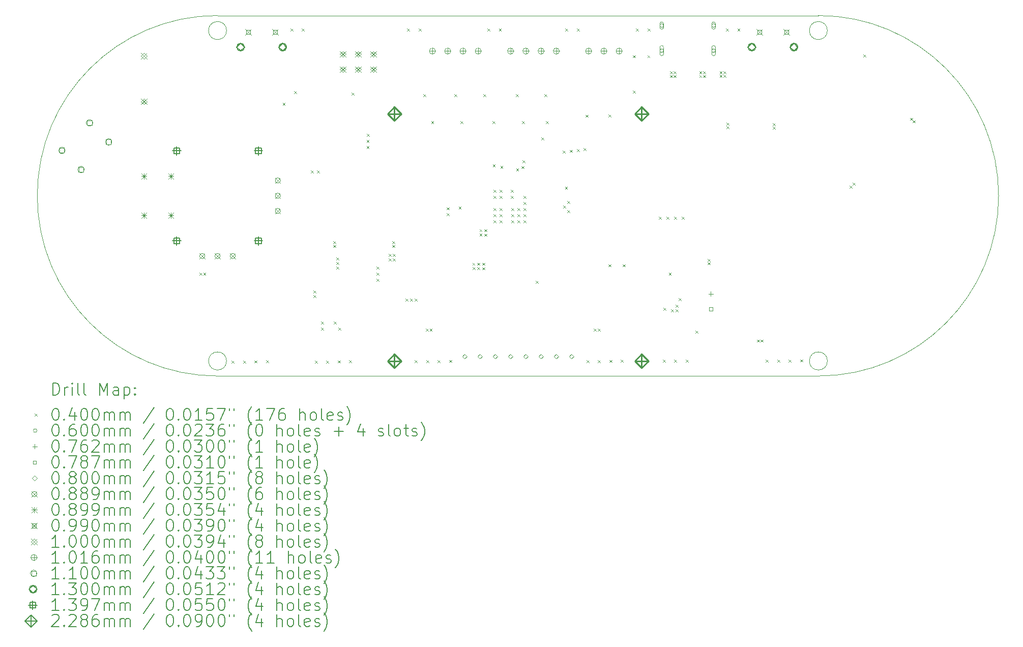
<source format=gbr>
%TF.GenerationSoftware,KiCad,Pcbnew,8.0.3*%
%TF.CreationDate,2024-06-08T10:35:04-05:00*%
%TF.ProjectId,Game_Cat_R4,47616d65-5f43-4617-945f-52342e6b6963,4.1.4*%
%TF.SameCoordinates,Original*%
%TF.FileFunction,Drillmap*%
%TF.FilePolarity,Positive*%
%FSLAX45Y45*%
G04 Gerber Fmt 4.5, Leading zero omitted, Abs format (unit mm)*
G04 Created by KiCad (PCBNEW 8.0.3) date 2024-06-08 10:35:04*
%MOMM*%
%LPD*%
G01*
G04 APERTURE LIST*
%ADD10C,0.100000*%
%ADD11C,0.200000*%
%ADD12C,0.101600*%
%ADD13C,0.110000*%
%ADD14C,0.130000*%
%ADD15C,0.139700*%
%ADD16C,0.228600*%
G04 APERTURE END LIST*
D10*
X8000000Y-7000000D02*
X18000000Y-7000000D01*
X8000000Y-13000000D02*
X18000000Y-13000000D01*
X8000000Y-13000000D02*
G75*
G02*
X8000000Y-7000000I0J3000000D01*
G01*
X18150000Y-7250000D02*
G75*
G02*
X17850000Y-7250000I-150000J0D01*
G01*
X17850000Y-7250000D02*
G75*
G02*
X18150000Y-7250000I150000J0D01*
G01*
X8150000Y-7250000D02*
G75*
G02*
X7850000Y-7250000I-150000J0D01*
G01*
X7850000Y-7250000D02*
G75*
G02*
X8150000Y-7250000I150000J0D01*
G01*
X8150000Y-12750000D02*
G75*
G02*
X7850000Y-12750000I-150000J0D01*
G01*
X7850000Y-12750000D02*
G75*
G02*
X8150000Y-12750000I150000J0D01*
G01*
X18150000Y-12750000D02*
G75*
G02*
X17850000Y-12750000I-150000J0D01*
G01*
X17850000Y-12750000D02*
G75*
G02*
X18150000Y-12750000I150000J0D01*
G01*
X18000000Y-7000000D02*
G75*
G02*
X18000000Y-13000000I0J-3000000D01*
G01*
D11*
D10*
X7700192Y-11283216D02*
X7740192Y-11323216D01*
X7740192Y-11283216D02*
X7700192Y-11323216D01*
X7762560Y-11283000D02*
X7802560Y-11323000D01*
X7802560Y-11283000D02*
X7762560Y-11323000D01*
X8235000Y-12743500D02*
X8275000Y-12783500D01*
X8275000Y-12743500D02*
X8235000Y-12783500D01*
X8425500Y-12743500D02*
X8465500Y-12783500D01*
X8465500Y-12743500D02*
X8425500Y-12783500D01*
X8616000Y-12741440D02*
X8656000Y-12781440D01*
X8656000Y-12741440D02*
X8616000Y-12781440D01*
X8806500Y-12737069D02*
X8846500Y-12777069D01*
X8846500Y-12737069D02*
X8806500Y-12777069D01*
X9083360Y-8450265D02*
X9123360Y-8490265D01*
X9123360Y-8450265D02*
X9083360Y-8490265D01*
X9212900Y-7214909D02*
X9252900Y-7254909D01*
X9252900Y-7214909D02*
X9212900Y-7254909D01*
X9276400Y-8258040D02*
X9316400Y-8298040D01*
X9316400Y-8258040D02*
X9276400Y-8298040D01*
X9403400Y-7214909D02*
X9443400Y-7254909D01*
X9443400Y-7214909D02*
X9403400Y-7254909D01*
X9555800Y-9581200D02*
X9595800Y-9621200D01*
X9595800Y-9581200D02*
X9555800Y-9621200D01*
X9598980Y-11580180D02*
X9638980Y-11620180D01*
X9638980Y-11580180D02*
X9598980Y-11620180D01*
X9598980Y-11656380D02*
X9638980Y-11696380D01*
X9638980Y-11656380D02*
X9598980Y-11696380D01*
X9619300Y-12743058D02*
X9659300Y-12783058D01*
X9659300Y-12743058D02*
X9619300Y-12783058D01*
X9657400Y-9581200D02*
X9697400Y-9621200D01*
X9697400Y-9581200D02*
X9657400Y-9621200D01*
X9720900Y-12095800D02*
X9760900Y-12135800D01*
X9760900Y-12095800D02*
X9720900Y-12135800D01*
X9720900Y-12197400D02*
X9760900Y-12237400D01*
X9760900Y-12197400D02*
X9720900Y-12237400D01*
X9809800Y-12743058D02*
X9849800Y-12783058D01*
X9849800Y-12743058D02*
X9809800Y-12783058D01*
X9926424Y-10756317D02*
X9966424Y-10796317D01*
X9966424Y-10756317D02*
X9926424Y-10796317D01*
X9926640Y-10818684D02*
X9966640Y-10858684D01*
X9966640Y-10818684D02*
X9926640Y-10858684D01*
X9936800Y-12095800D02*
X9976800Y-12135800D01*
X9976800Y-12095800D02*
X9936800Y-12135800D01*
X9974900Y-11029000D02*
X10014900Y-11069000D01*
X10014900Y-11029000D02*
X9974900Y-11069000D01*
X9974900Y-11105200D02*
X10014900Y-11145200D01*
X10014900Y-11105200D02*
X9974900Y-11145200D01*
X9974900Y-11181400D02*
X10014900Y-11221400D01*
X10014900Y-11181400D02*
X9974900Y-11221400D01*
X10000300Y-12740998D02*
X10040300Y-12780998D01*
X10040300Y-12740998D02*
X10000300Y-12780998D01*
X10013000Y-12197400D02*
X10053000Y-12237400D01*
X10053000Y-12197400D02*
X10013000Y-12237400D01*
X10190800Y-12736627D02*
X10230800Y-12776627D01*
X10230800Y-12736627D02*
X10190800Y-12776627D01*
X10228900Y-8285800D02*
X10268900Y-8325800D01*
X10268900Y-8285800D02*
X10228900Y-8325800D01*
X10481630Y-9073200D02*
X10521630Y-9113200D01*
X10521630Y-9073200D02*
X10481630Y-9113200D01*
X10481630Y-9174800D02*
X10521630Y-9214800D01*
X10521630Y-9174800D02*
X10481630Y-9214800D01*
X10482900Y-8971600D02*
X10522900Y-9011600D01*
X10522900Y-8971600D02*
X10482900Y-9011600D01*
X10648000Y-11181400D02*
X10688000Y-11221400D01*
X10688000Y-11181400D02*
X10648000Y-11221400D01*
X10648000Y-11283000D02*
X10688000Y-11323000D01*
X10688000Y-11283000D02*
X10648000Y-11323000D01*
X10648000Y-11384600D02*
X10688000Y-11424600D01*
X10688000Y-11384600D02*
X10648000Y-11424600D01*
X10847390Y-10964957D02*
X10887390Y-11004957D01*
X10887390Y-10964957D02*
X10847390Y-11004957D01*
X10847390Y-11041157D02*
X10887390Y-11081157D01*
X10887390Y-11041157D02*
X10847390Y-11081157D01*
X10906864Y-10756317D02*
X10946864Y-10796317D01*
X10946864Y-10756317D02*
X10906864Y-10796317D01*
X10907080Y-10818684D02*
X10947080Y-10858684D01*
X10947080Y-10818684D02*
X10907080Y-10858684D01*
X10917240Y-10965500D02*
X10957240Y-11005500D01*
X10957240Y-10965500D02*
X10917240Y-11005500D01*
X10917240Y-11041700D02*
X10957240Y-11081700D01*
X10957240Y-11041700D02*
X10917240Y-11081700D01*
X11130600Y-11714800D02*
X11170600Y-11754800D01*
X11170600Y-11714800D02*
X11130600Y-11754800D01*
X11156000Y-7215115D02*
X11196000Y-7255115D01*
X11196000Y-7215115D02*
X11156000Y-7255115D01*
X11206800Y-11714800D02*
X11246800Y-11754800D01*
X11246800Y-11714800D02*
X11206800Y-11754800D01*
X11283000Y-11714800D02*
X11323000Y-11754800D01*
X11323000Y-11714800D02*
X11283000Y-11754800D01*
X11283000Y-12739129D02*
X11323000Y-12779129D01*
X11323000Y-12739129D02*
X11283000Y-12779129D01*
X11346500Y-7215115D02*
X11386500Y-7255115D01*
X11386500Y-7215115D02*
X11346500Y-7255115D01*
X11422700Y-8311200D02*
X11462700Y-8351200D01*
X11462700Y-8311200D02*
X11422700Y-8351200D01*
X11467269Y-12210100D02*
X11507269Y-12250100D01*
X11507269Y-12210100D02*
X11467269Y-12250100D01*
X11473500Y-12739129D02*
X11513500Y-12779129D01*
X11513500Y-12739129D02*
X11473500Y-12779129D01*
X11530769Y-12209861D02*
X11570769Y-12249861D01*
X11570769Y-12209861D02*
X11530769Y-12249861D01*
X11557020Y-8758240D02*
X11597020Y-8798240D01*
X11597020Y-8758240D02*
X11557020Y-8798240D01*
X11664000Y-12737069D02*
X11704000Y-12777069D01*
X11704000Y-12737069D02*
X11664000Y-12777069D01*
X11816400Y-10192773D02*
X11856400Y-10232773D01*
X11856400Y-10192773D02*
X11816400Y-10232773D01*
X11816400Y-10289957D02*
X11856400Y-10329957D01*
X11856400Y-10289957D02*
X11816400Y-10329957D01*
X11854500Y-12732699D02*
X11894500Y-12772699D01*
X11894500Y-12732699D02*
X11854500Y-12772699D01*
X11943400Y-8311200D02*
X11983400Y-8351200D01*
X11983400Y-8311200D02*
X11943400Y-8351200D01*
X12013250Y-10182945D02*
X12053250Y-10222945D01*
X12053250Y-10182945D02*
X12013250Y-10222945D01*
X12042160Y-8758240D02*
X12082160Y-8798240D01*
X12082160Y-8758240D02*
X12042160Y-8798240D01*
X12242827Y-11115269D02*
X12282827Y-11155269D01*
X12282827Y-11115269D02*
X12242827Y-11155269D01*
X12243120Y-11190218D02*
X12283120Y-11230218D01*
X12283120Y-11190218D02*
X12243120Y-11230218D01*
X12324107Y-11115360D02*
X12364107Y-11155360D01*
X12364107Y-11115360D02*
X12324107Y-11155360D01*
X12324400Y-11190309D02*
X12364400Y-11230309D01*
X12364400Y-11190309D02*
X12324400Y-11230309D01*
X12359667Y-10556560D02*
X12399667Y-10596560D01*
X12399667Y-10556560D02*
X12359667Y-10596560D01*
X12359960Y-10631509D02*
X12399960Y-10671509D01*
X12399960Y-10631509D02*
X12359960Y-10671509D01*
X12405680Y-11115360D02*
X12445680Y-11155360D01*
X12445680Y-11115360D02*
X12405680Y-11155360D01*
X12405680Y-11191560D02*
X12445680Y-11231560D01*
X12445680Y-11191560D02*
X12405680Y-11231560D01*
X12426000Y-8311200D02*
X12466000Y-8351200D01*
X12466000Y-8311200D02*
X12426000Y-8351200D01*
X12441240Y-10556560D02*
X12481240Y-10596560D01*
X12481240Y-10556560D02*
X12441240Y-10596560D01*
X12441240Y-10632760D02*
X12481240Y-10672760D01*
X12481240Y-10632760D02*
X12441240Y-10672760D01*
X12492040Y-7217057D02*
X12532040Y-7257057D01*
X12532040Y-7217057D02*
X12492040Y-7257057D01*
X12579370Y-8758240D02*
X12619370Y-8798240D01*
X12619370Y-8758240D02*
X12579370Y-8798240D01*
X12580940Y-9474520D02*
X12620940Y-9514520D01*
X12620940Y-9474520D02*
X12580940Y-9514520D01*
X12596180Y-9898700D02*
X12636180Y-9938700D01*
X12636180Y-9898700D02*
X12596180Y-9938700D01*
X12596180Y-10000300D02*
X12636180Y-10040300D01*
X12636180Y-10000300D02*
X12596180Y-10040300D01*
X12596180Y-10203500D02*
X12636180Y-10243500D01*
X12636180Y-10203500D02*
X12596180Y-10243500D01*
X12596180Y-10305100D02*
X12636180Y-10345100D01*
X12636180Y-10305100D02*
X12596180Y-10345100D01*
X12596180Y-10406700D02*
X12636180Y-10446700D01*
X12636180Y-10406700D02*
X12596180Y-10446700D01*
X12682540Y-7217057D02*
X12722540Y-7257057D01*
X12722540Y-7217057D02*
X12682540Y-7257057D01*
X12697780Y-9898700D02*
X12737780Y-9938700D01*
X12737780Y-9898700D02*
X12697780Y-9938700D01*
X12697780Y-10000300D02*
X12737780Y-10040300D01*
X12737780Y-10000300D02*
X12697780Y-10040300D01*
X12697780Y-10203500D02*
X12737780Y-10243500D01*
X12737780Y-10203500D02*
X12697780Y-10243500D01*
X12697780Y-10305100D02*
X12737780Y-10345100D01*
X12737780Y-10305100D02*
X12697780Y-10345100D01*
X12697780Y-10406700D02*
X12737780Y-10446700D01*
X12737780Y-10406700D02*
X12697780Y-10446700D01*
X12707940Y-9499920D02*
X12747940Y-9539920D01*
X12747940Y-9499920D02*
X12707940Y-9539920D01*
X12883200Y-9898700D02*
X12923200Y-9938700D01*
X12923200Y-9898700D02*
X12883200Y-9938700D01*
X12883200Y-10000300D02*
X12923200Y-10040300D01*
X12923200Y-10000300D02*
X12883200Y-10040300D01*
X12890820Y-10203500D02*
X12930820Y-10243500D01*
X12930820Y-10203500D02*
X12890820Y-10243500D01*
X12890820Y-10305100D02*
X12930820Y-10345100D01*
X12930820Y-10305100D02*
X12890820Y-10345100D01*
X12890820Y-10406700D02*
X12930820Y-10446700D01*
X12930820Y-10406700D02*
X12890820Y-10446700D01*
X12965750Y-8311200D02*
X13005750Y-8351200D01*
X13005750Y-8311200D02*
X12965750Y-8351200D01*
X12969560Y-9545640D02*
X13009560Y-9585640D01*
X13009560Y-9545640D02*
X12969560Y-9585640D01*
X12992420Y-10203500D02*
X13032420Y-10243500D01*
X13032420Y-10203500D02*
X12992420Y-10243500D01*
X12992420Y-10305100D02*
X13032420Y-10345100D01*
X13032420Y-10305100D02*
X12992420Y-10345100D01*
X12992420Y-10406700D02*
X13032420Y-10446700D01*
X13032420Y-10406700D02*
X12992420Y-10446700D01*
X13061000Y-9507540D02*
X13101000Y-9547540D01*
X13101000Y-9507540D02*
X13061000Y-9547540D01*
X13067050Y-8758240D02*
X13107050Y-8798240D01*
X13107050Y-8758240D02*
X13067050Y-8798240D01*
X13078780Y-9411020D02*
X13118780Y-9451020D01*
X13118780Y-9411020D02*
X13078780Y-9451020D01*
X13094020Y-10000300D02*
X13134020Y-10040300D01*
X13134020Y-10000300D02*
X13094020Y-10040300D01*
X13094020Y-10101900D02*
X13134020Y-10141900D01*
X13134020Y-10101900D02*
X13094020Y-10141900D01*
X13094020Y-10203500D02*
X13134020Y-10243500D01*
X13134020Y-10203500D02*
X13094020Y-10243500D01*
X13094020Y-10305100D02*
X13134020Y-10345100D01*
X13134020Y-10305100D02*
X13094020Y-10345100D01*
X13094020Y-10406700D02*
X13134020Y-10446700D01*
X13134020Y-10406700D02*
X13094020Y-10446700D01*
X13294680Y-11413660D02*
X13334680Y-11453660D01*
X13334680Y-11413660D02*
X13294680Y-11453660D01*
X13391200Y-9028900D02*
X13431200Y-9068900D01*
X13431200Y-9028900D02*
X13391200Y-9068900D01*
X13436920Y-8311200D02*
X13476920Y-8351200D01*
X13476920Y-8311200D02*
X13436920Y-8351200D01*
X13467400Y-8758240D02*
X13507400Y-8798240D01*
X13507400Y-8758240D02*
X13467400Y-8798240D01*
X13746800Y-9251000D02*
X13786800Y-9291000D01*
X13786800Y-9251000D02*
X13746800Y-9291000D01*
X13754420Y-10165400D02*
X13794420Y-10205400D01*
X13794420Y-10165400D02*
X13754420Y-10205400D01*
X13783630Y-9849170D02*
X13823630Y-9889170D01*
X13823630Y-9849170D02*
X13783630Y-9889170D01*
X13789980Y-7217057D02*
X13829980Y-7257057D01*
X13829980Y-7217057D02*
X13789980Y-7257057D01*
X13817920Y-10089200D02*
X13857920Y-10129200D01*
X13857920Y-10089200D02*
X13817920Y-10129200D01*
X13817920Y-10241600D02*
X13857920Y-10281600D01*
X13857920Y-10241600D02*
X13817920Y-10281600D01*
X13861100Y-9236607D02*
X13901100Y-9276607D01*
X13901100Y-9236607D02*
X13861100Y-9276607D01*
X13978787Y-9222213D02*
X14018787Y-9262213D01*
X14018787Y-9222213D02*
X13978787Y-9262213D01*
X13980480Y-7217057D02*
X14020480Y-7257057D01*
X14020480Y-7217057D02*
X13980480Y-7257057D01*
X14094780Y-9207820D02*
X14134780Y-9247820D01*
X14134780Y-9207820D02*
X14094780Y-9247820D01*
X14127800Y-8651560D02*
X14167800Y-8691560D01*
X14167800Y-8651560D02*
X14127800Y-8691560D01*
X14140500Y-12734759D02*
X14180500Y-12774759D01*
X14180500Y-12734759D02*
X14140500Y-12774759D01*
X14264136Y-12209656D02*
X14304136Y-12249656D01*
X14304136Y-12209656D02*
X14264136Y-12249656D01*
X14330176Y-12210100D02*
X14370176Y-12250100D01*
X14370176Y-12210100D02*
X14330176Y-12250100D01*
X14331000Y-12734759D02*
X14371000Y-12774759D01*
X14371000Y-12734759D02*
X14331000Y-12774759D01*
X14503720Y-8649020D02*
X14543720Y-8689020D01*
X14543720Y-8649020D02*
X14503720Y-8689020D01*
X14506260Y-11140760D02*
X14546260Y-11180760D01*
X14546260Y-11140760D02*
X14506260Y-11180760D01*
X14521500Y-12732698D02*
X14561500Y-12772698D01*
X14561500Y-12732698D02*
X14521500Y-12772698D01*
X14712000Y-12728328D02*
X14752000Y-12768328D01*
X14752000Y-12728328D02*
X14712000Y-12768328D01*
X14742480Y-11140760D02*
X14782480Y-11180760D01*
X14782480Y-11140760D02*
X14742480Y-11180760D01*
X14915200Y-7660960D02*
X14955200Y-7700960D01*
X14955200Y-7660960D02*
X14915200Y-7700960D01*
X14915200Y-8250240D02*
X14955200Y-8290240D01*
X14955200Y-8250240D02*
X14915200Y-8290240D01*
X14966000Y-7219000D02*
X15006000Y-7259000D01*
X15006000Y-7219000D02*
X14966000Y-7259000D01*
X15153960Y-7660960D02*
X15193960Y-7700960D01*
X15193960Y-7660960D02*
X15153960Y-7700960D01*
X15156500Y-7219000D02*
X15196500Y-7259000D01*
X15196500Y-7219000D02*
X15156500Y-7259000D01*
X15347000Y-10348555D02*
X15387000Y-10388555D01*
X15387000Y-10348555D02*
X15347000Y-10388555D01*
X15410500Y-12730388D02*
X15450500Y-12770388D01*
X15450500Y-12730388D02*
X15410500Y-12770388D01*
X15422400Y-11862920D02*
X15462400Y-11902920D01*
X15462400Y-11862920D02*
X15422400Y-11902920D01*
X15469936Y-10348555D02*
X15509936Y-10388555D01*
X15509936Y-10348555D02*
X15469936Y-10388555D01*
X15509560Y-11280460D02*
X15549560Y-11320460D01*
X15549560Y-11280460D02*
X15509560Y-11320460D01*
X15528610Y-7930200D02*
X15568610Y-7970200D01*
X15568610Y-7930200D02*
X15528610Y-7970200D01*
X15528610Y-7991160D02*
X15568610Y-8031160D01*
X15568610Y-7991160D02*
X15528610Y-8031160D01*
X15550200Y-11892600D02*
X15590200Y-11932600D01*
X15590200Y-11892600D02*
X15550200Y-11932600D01*
X15592110Y-7930200D02*
X15632110Y-7970200D01*
X15632110Y-7930200D02*
X15592110Y-7970200D01*
X15592110Y-7991160D02*
X15632110Y-8031160D01*
X15632110Y-7991160D02*
X15592110Y-8031160D01*
X15596936Y-10348555D02*
X15636936Y-10388555D01*
X15636936Y-10348555D02*
X15596936Y-10388555D01*
X15601000Y-12730388D02*
X15641000Y-12770388D01*
X15641000Y-12730388D02*
X15601000Y-12770388D01*
X15626400Y-11816400D02*
X15666400Y-11856400D01*
X15666400Y-11816400D02*
X15626400Y-11856400D01*
X15626400Y-11892600D02*
X15666400Y-11932600D01*
X15666400Y-11892600D02*
X15626400Y-11932600D01*
X15677200Y-11702100D02*
X15717200Y-11742100D01*
X15717200Y-11702100D02*
X15677200Y-11742100D01*
X15723936Y-10348555D02*
X15763936Y-10388555D01*
X15763936Y-10348555D02*
X15723936Y-10388555D01*
X15791500Y-12728328D02*
X15831500Y-12768328D01*
X15831500Y-12728328D02*
X15791500Y-12768328D01*
X15956600Y-12245660D02*
X15996600Y-12285660D01*
X15996600Y-12245660D02*
X15956600Y-12285660D01*
X16017733Y-7930493D02*
X16057733Y-7970493D01*
X16057733Y-7930493D02*
X16017733Y-7970493D01*
X16017733Y-7991453D02*
X16057733Y-8031453D01*
X16057733Y-7991453D02*
X16017733Y-8031453D01*
X16081233Y-7930493D02*
X16121233Y-7970493D01*
X16121233Y-7930493D02*
X16081233Y-7970493D01*
X16081233Y-7991453D02*
X16121233Y-8031453D01*
X16121233Y-7991453D02*
X16081233Y-8031453D01*
X16159787Y-11051860D02*
X16199787Y-11091860D01*
X16199787Y-11051860D02*
X16159787Y-11091860D01*
X16159787Y-11107740D02*
X16199787Y-11147740D01*
X16199787Y-11107740D02*
X16159787Y-11147740D01*
X16357451Y-7928672D02*
X16397451Y-7968672D01*
X16397451Y-7928672D02*
X16357451Y-7968672D01*
X16357451Y-7989632D02*
X16397451Y-8029632D01*
X16397451Y-7989632D02*
X16357451Y-8029632D01*
X16420951Y-7928672D02*
X16460951Y-7968672D01*
X16460951Y-7928672D02*
X16420951Y-7968672D01*
X16420951Y-7989632D02*
X16460951Y-8029632D01*
X16460951Y-7989632D02*
X16420951Y-8029632D01*
X16462060Y-7217505D02*
X16502060Y-7257505D01*
X16502060Y-7217505D02*
X16462060Y-7257505D01*
X16469131Y-8781100D02*
X16509131Y-8821100D01*
X16509131Y-8781100D02*
X16469131Y-8821100D01*
X16469680Y-8844600D02*
X16509680Y-8884600D01*
X16509680Y-8844600D02*
X16469680Y-8884600D01*
X16652560Y-7217505D02*
X16692560Y-7257505D01*
X16692560Y-7217505D02*
X16652560Y-7257505D01*
X16977980Y-12395220D02*
X17017980Y-12435220D01*
X17017980Y-12395220D02*
X16977980Y-12435220D01*
X17036100Y-12395042D02*
X17076100Y-12435042D01*
X17076100Y-12395042D02*
X17036100Y-12435042D01*
X17125000Y-12730388D02*
X17165000Y-12770388D01*
X17165000Y-12730388D02*
X17125000Y-12770388D01*
X17240378Y-8788720D02*
X17280378Y-8828720D01*
X17280378Y-8788720D02*
X17240378Y-8828720D01*
X17240570Y-8852220D02*
X17280570Y-8892220D01*
X17280570Y-8852220D02*
X17240570Y-8892220D01*
X17315500Y-12730388D02*
X17355500Y-12770388D01*
X17355500Y-12730388D02*
X17315500Y-12770388D01*
X17506000Y-12728328D02*
X17546000Y-12768328D01*
X17546000Y-12728328D02*
X17506000Y-12768328D01*
X17696500Y-12723957D02*
X17736500Y-12763957D01*
X17736500Y-12723957D02*
X17696500Y-12763957D01*
X18522000Y-9835200D02*
X18562000Y-9875200D01*
X18562000Y-9835200D02*
X18522000Y-9875200D01*
X18572800Y-9784400D02*
X18612800Y-9824400D01*
X18612800Y-9784400D02*
X18572800Y-9824400D01*
X18750600Y-7650800D02*
X18790600Y-7690800D01*
X18790600Y-7650800D02*
X18750600Y-7690800D01*
X19525300Y-8702360D02*
X19565300Y-8742360D01*
X19565300Y-8702360D02*
X19525300Y-8742360D01*
X19571020Y-8745540D02*
X19611020Y-8785540D01*
X19611020Y-8745540D02*
X19571020Y-8785540D01*
X15422200Y-7166901D02*
G75*
G02*
X15362200Y-7166901I-30000J0D01*
G01*
X15362200Y-7166901D02*
G75*
G02*
X15422200Y-7166901I30000J0D01*
G01*
X15422200Y-7196901D02*
X15422200Y-7136901D01*
X15362200Y-7136901D02*
G75*
G02*
X15422200Y-7136901I30000J0D01*
G01*
X15362200Y-7136901D02*
X15362200Y-7196901D01*
X15362200Y-7196901D02*
G75*
G03*
X15422200Y-7196901I30000J0D01*
G01*
X15422200Y-7584901D02*
G75*
G02*
X15362200Y-7584901I-30000J0D01*
G01*
X15362200Y-7584901D02*
G75*
G02*
X15422200Y-7584901I30000J0D01*
G01*
X15422200Y-7639901D02*
X15422200Y-7529901D01*
X15362200Y-7529901D02*
G75*
G02*
X15422200Y-7529901I30000J0D01*
G01*
X15362200Y-7529901D02*
X15362200Y-7639901D01*
X15362200Y-7639901D02*
G75*
G03*
X15422200Y-7639901I30000J0D01*
G01*
X16286200Y-7166901D02*
G75*
G02*
X16226200Y-7166901I-30000J0D01*
G01*
X16226200Y-7166901D02*
G75*
G02*
X16286200Y-7166901I30000J0D01*
G01*
X16286200Y-7196901D02*
X16286200Y-7136901D01*
X16226200Y-7136901D02*
G75*
G02*
X16286200Y-7136901I30000J0D01*
G01*
X16226200Y-7136901D02*
X16226200Y-7196901D01*
X16226200Y-7196901D02*
G75*
G03*
X16286200Y-7196901I30000J0D01*
G01*
X16286200Y-7584901D02*
G75*
G02*
X16226200Y-7584901I-30000J0D01*
G01*
X16226200Y-7584901D02*
G75*
G02*
X16286200Y-7584901I30000J0D01*
G01*
X16286200Y-7639901D02*
X16286200Y-7529901D01*
X16226200Y-7529901D02*
G75*
G02*
X16286200Y-7529901I30000J0D01*
G01*
X16226200Y-7529901D02*
X16226200Y-7639901D01*
X16226200Y-7639901D02*
G75*
G03*
X16286200Y-7639901I30000J0D01*
G01*
X16211550Y-11594800D02*
X16211550Y-11671000D01*
X16173450Y-11632900D02*
X16249650Y-11632900D01*
X16239389Y-11914739D02*
X16239389Y-11859061D01*
X16183711Y-11859061D01*
X16183711Y-11914739D01*
X16239389Y-11914739D01*
X12111999Y-12714605D02*
X12152004Y-12674600D01*
X12111999Y-12634595D01*
X12071994Y-12674600D01*
X12111999Y-12714605D01*
X12365999Y-12714605D02*
X12406004Y-12674600D01*
X12365999Y-12634595D01*
X12325994Y-12674600D01*
X12365999Y-12714605D01*
X12619999Y-12714605D02*
X12660004Y-12674600D01*
X12619999Y-12634595D01*
X12579994Y-12674600D01*
X12619999Y-12714605D01*
X12873999Y-12714605D02*
X12914004Y-12674600D01*
X12873999Y-12634595D01*
X12833994Y-12674600D01*
X12873999Y-12714605D01*
X13127999Y-12714605D02*
X13168004Y-12674600D01*
X13127999Y-12634595D01*
X13087994Y-12674600D01*
X13127999Y-12714605D01*
X13381999Y-12714605D02*
X13422004Y-12674600D01*
X13381999Y-12634595D01*
X13341994Y-12674600D01*
X13381999Y-12714605D01*
X13635999Y-12714605D02*
X13676004Y-12674600D01*
X13635999Y-12634595D01*
X13595994Y-12674600D01*
X13635999Y-12714605D01*
X13889999Y-12714605D02*
X13930004Y-12674600D01*
X13889999Y-12634595D01*
X13849994Y-12674600D01*
X13889999Y-12714605D01*
X7701550Y-10958850D02*
X7790450Y-11047750D01*
X7790450Y-10958850D02*
X7701550Y-11047750D01*
X7790450Y-11003300D02*
G75*
G02*
X7701550Y-11003300I-44450J0D01*
G01*
X7701550Y-11003300D02*
G75*
G02*
X7790450Y-11003300I44450J0D01*
G01*
X7955550Y-10958850D02*
X8044450Y-11047750D01*
X8044450Y-10958850D02*
X7955550Y-11047750D01*
X8044450Y-11003300D02*
G75*
G02*
X7955550Y-11003300I-44450J0D01*
G01*
X7955550Y-11003300D02*
G75*
G02*
X8044450Y-11003300I44450J0D01*
G01*
X8209550Y-10958850D02*
X8298450Y-11047750D01*
X8298450Y-10958850D02*
X8209550Y-11047750D01*
X8298450Y-11003300D02*
G75*
G02*
X8209550Y-11003300I-44450J0D01*
G01*
X8209550Y-11003300D02*
G75*
G02*
X8298450Y-11003300I44450J0D01*
G01*
X8958850Y-9701550D02*
X9047750Y-9790450D01*
X9047750Y-9701550D02*
X8958850Y-9790450D01*
X9047750Y-9746000D02*
G75*
G02*
X8958850Y-9746000I-44450J0D01*
G01*
X8958850Y-9746000D02*
G75*
G02*
X9047750Y-9746000I44450J0D01*
G01*
X8958850Y-9955550D02*
X9047750Y-10044450D01*
X9047750Y-9955550D02*
X8958850Y-10044450D01*
X9047750Y-10000000D02*
G75*
G02*
X8958850Y-10000000I-44450J0D01*
G01*
X8958850Y-10000000D02*
G75*
G02*
X9047750Y-10000000I44450J0D01*
G01*
X8958850Y-10209550D02*
X9047750Y-10298450D01*
X9047750Y-10209550D02*
X8958850Y-10298450D01*
X9047750Y-10254000D02*
G75*
G02*
X8958850Y-10254000I-44450J0D01*
G01*
X8958850Y-10254000D02*
G75*
G02*
X9047750Y-10254000I44450J0D01*
G01*
X6730042Y-9630042D02*
X6819958Y-9719958D01*
X6819958Y-9630042D02*
X6730042Y-9719958D01*
X6775000Y-9630042D02*
X6775000Y-9719958D01*
X6730042Y-9675000D02*
X6819958Y-9675000D01*
X6730042Y-10280042D02*
X6819958Y-10369958D01*
X6819958Y-10280042D02*
X6730042Y-10369958D01*
X6775000Y-10280042D02*
X6775000Y-10369958D01*
X6730042Y-10325000D02*
X6819958Y-10325000D01*
X7180042Y-9630042D02*
X7269958Y-9719958D01*
X7269958Y-9630042D02*
X7180042Y-9719958D01*
X7225000Y-9630042D02*
X7225000Y-9719958D01*
X7180042Y-9675000D02*
X7269958Y-9675000D01*
X7180042Y-10280042D02*
X7269958Y-10369958D01*
X7269958Y-10280042D02*
X7180042Y-10369958D01*
X7225000Y-10280042D02*
X7225000Y-10369958D01*
X7180042Y-10325000D02*
X7269958Y-10325000D01*
X8459500Y-7227600D02*
X8558500Y-7326600D01*
X8558500Y-7227600D02*
X8459500Y-7326600D01*
X8544002Y-7312102D02*
X8544002Y-7242098D01*
X8473998Y-7242098D01*
X8473998Y-7312102D01*
X8544002Y-7312102D01*
X8909500Y-7227600D02*
X9008500Y-7326600D01*
X9008500Y-7227600D02*
X8909500Y-7326600D01*
X8994002Y-7312102D02*
X8994002Y-7242098D01*
X8923998Y-7242098D01*
X8923998Y-7312102D01*
X8994002Y-7312102D01*
X16968500Y-7227600D02*
X17067500Y-7326600D01*
X17067500Y-7227600D02*
X16968500Y-7326600D01*
X17053002Y-7312102D02*
X17053002Y-7242098D01*
X16982998Y-7242098D01*
X16982998Y-7312102D01*
X17053002Y-7312102D01*
X17418500Y-7227600D02*
X17517500Y-7326600D01*
X17517500Y-7227600D02*
X17418500Y-7326600D01*
X17503002Y-7312102D02*
X17503002Y-7242098D01*
X17432998Y-7242098D01*
X17432998Y-7312102D01*
X17503002Y-7312102D01*
X6725000Y-7620800D02*
X6825000Y-7720800D01*
X6825000Y-7620800D02*
X6725000Y-7720800D01*
X6775000Y-7720800D02*
X6825000Y-7670800D01*
X6775000Y-7620800D01*
X6725000Y-7670800D01*
X6775000Y-7720800D01*
X6725000Y-8380800D02*
X6825000Y-8480800D01*
X6825000Y-8380800D02*
X6725000Y-8480800D01*
X6775000Y-8480800D02*
X6825000Y-8430800D01*
X6775000Y-8380800D01*
X6725000Y-8430800D01*
X6775000Y-8480800D01*
X10033300Y-7592860D02*
X10133300Y-7692860D01*
X10133300Y-7592860D02*
X10033300Y-7692860D01*
X10083300Y-7692860D02*
X10133300Y-7642860D01*
X10083300Y-7592860D01*
X10033300Y-7642860D01*
X10083300Y-7692860D01*
X10033300Y-7846860D02*
X10133300Y-7946860D01*
X10133300Y-7846860D02*
X10033300Y-7946860D01*
X10083300Y-7946860D02*
X10133300Y-7896860D01*
X10083300Y-7846860D01*
X10033300Y-7896860D01*
X10083300Y-7946860D01*
X10287300Y-7592860D02*
X10387300Y-7692860D01*
X10387300Y-7592860D02*
X10287300Y-7692860D01*
X10337300Y-7692860D02*
X10387300Y-7642860D01*
X10337300Y-7592860D01*
X10287300Y-7642860D01*
X10337300Y-7692860D01*
X10287300Y-7846860D02*
X10387300Y-7946860D01*
X10387300Y-7846860D02*
X10287300Y-7946860D01*
X10337300Y-7946860D02*
X10387300Y-7896860D01*
X10337300Y-7846860D01*
X10287300Y-7896860D01*
X10337300Y-7946860D01*
X10541300Y-7592860D02*
X10641300Y-7692860D01*
X10641300Y-7592860D02*
X10541300Y-7692860D01*
X10591300Y-7692860D02*
X10641300Y-7642860D01*
X10591300Y-7592860D01*
X10541300Y-7642860D01*
X10591300Y-7692860D01*
X10541300Y-7846860D02*
X10641300Y-7946860D01*
X10641300Y-7846860D02*
X10541300Y-7946860D01*
X10591300Y-7946860D02*
X10641300Y-7896860D01*
X10591300Y-7846860D01*
X10541300Y-7896860D01*
X10591300Y-7946860D01*
D12*
X11576200Y-7541260D02*
X11576200Y-7642860D01*
X11525400Y-7592060D02*
X11627000Y-7592060D01*
X11627000Y-7592060D02*
G75*
G02*
X11525400Y-7592060I-50800J0D01*
G01*
X11525400Y-7592060D02*
G75*
G02*
X11627000Y-7592060I50800J0D01*
G01*
X11830200Y-7541260D02*
X11830200Y-7642860D01*
X11779400Y-7592060D02*
X11881000Y-7592060D01*
X11881000Y-7592060D02*
G75*
G02*
X11779400Y-7592060I-50800J0D01*
G01*
X11779400Y-7592060D02*
G75*
G02*
X11881000Y-7592060I50800J0D01*
G01*
X12084200Y-7541260D02*
X12084200Y-7642860D01*
X12033400Y-7592060D02*
X12135000Y-7592060D01*
X12135000Y-7592060D02*
G75*
G02*
X12033400Y-7592060I-50800J0D01*
G01*
X12033400Y-7592060D02*
G75*
G02*
X12135000Y-7592060I50800J0D01*
G01*
X12338200Y-7541260D02*
X12338200Y-7642860D01*
X12287400Y-7592060D02*
X12389000Y-7592060D01*
X12389000Y-7592060D02*
G75*
G02*
X12287400Y-7592060I-50800J0D01*
G01*
X12287400Y-7592060D02*
G75*
G02*
X12389000Y-7592060I50800J0D01*
G01*
X12876200Y-7541260D02*
X12876200Y-7642860D01*
X12825400Y-7592060D02*
X12927000Y-7592060D01*
X12927000Y-7592060D02*
G75*
G02*
X12825400Y-7592060I-50800J0D01*
G01*
X12825400Y-7592060D02*
G75*
G02*
X12927000Y-7592060I50800J0D01*
G01*
X13130200Y-7541260D02*
X13130200Y-7642860D01*
X13079400Y-7592060D02*
X13181000Y-7592060D01*
X13181000Y-7592060D02*
G75*
G02*
X13079400Y-7592060I-50800J0D01*
G01*
X13079400Y-7592060D02*
G75*
G02*
X13181000Y-7592060I50800J0D01*
G01*
X13384200Y-7541260D02*
X13384200Y-7642860D01*
X13333400Y-7592060D02*
X13435000Y-7592060D01*
X13435000Y-7592060D02*
G75*
G02*
X13333400Y-7592060I-50800J0D01*
G01*
X13333400Y-7592060D02*
G75*
G02*
X13435000Y-7592060I50800J0D01*
G01*
X13638200Y-7541260D02*
X13638200Y-7642860D01*
X13587400Y-7592060D02*
X13689000Y-7592060D01*
X13689000Y-7592060D02*
G75*
G02*
X13587400Y-7592060I-50800J0D01*
G01*
X13587400Y-7592060D02*
G75*
G02*
X13689000Y-7592060I50800J0D01*
G01*
X14175740Y-7541260D02*
X14175740Y-7642860D01*
X14124940Y-7592060D02*
X14226540Y-7592060D01*
X14226540Y-7592060D02*
G75*
G02*
X14124940Y-7592060I-50800J0D01*
G01*
X14124940Y-7592060D02*
G75*
G02*
X14226540Y-7592060I50800J0D01*
G01*
X14429740Y-7541260D02*
X14429740Y-7642860D01*
X14378940Y-7592060D02*
X14480540Y-7592060D01*
X14480540Y-7592060D02*
G75*
G02*
X14378940Y-7592060I-50800J0D01*
G01*
X14378940Y-7592060D02*
G75*
G02*
X14480540Y-7592060I50800J0D01*
G01*
X14683740Y-7541260D02*
X14683740Y-7642860D01*
X14632940Y-7592060D02*
X14734540Y-7592060D01*
X14734540Y-7592060D02*
G75*
G02*
X14632940Y-7592060I-50800J0D01*
G01*
X14632940Y-7592060D02*
G75*
G02*
X14734540Y-7592060I50800J0D01*
G01*
D13*
X5449091Y-9284491D02*
X5449091Y-9206709D01*
X5371309Y-9206709D01*
X5371309Y-9284491D01*
X5449091Y-9284491D01*
X5465200Y-9245600D02*
G75*
G02*
X5355200Y-9245600I-55000J0D01*
G01*
X5355200Y-9245600D02*
G75*
G02*
X5465200Y-9245600I55000J0D01*
G01*
X5767289Y-9602689D02*
X5767289Y-9524907D01*
X5689507Y-9524907D01*
X5689507Y-9602689D01*
X5767289Y-9602689D01*
X5783398Y-9563798D02*
G75*
G02*
X5673398Y-9563798I-55000J0D01*
G01*
X5673398Y-9563798D02*
G75*
G02*
X5783398Y-9563798I55000J0D01*
G01*
X5908711Y-8824872D02*
X5908711Y-8747089D01*
X5830928Y-8747089D01*
X5830928Y-8824872D01*
X5908711Y-8824872D01*
X5924819Y-8785981D02*
G75*
G02*
X5814819Y-8785981I-55000J0D01*
G01*
X5814819Y-8785981D02*
G75*
G02*
X5924819Y-8785981I55000J0D01*
G01*
X6226909Y-9143070D02*
X6226909Y-9065287D01*
X6149126Y-9065287D01*
X6149126Y-9143070D01*
X6226909Y-9143070D01*
X6243017Y-9104179D02*
G75*
G02*
X6133017Y-9104179I-55000J0D01*
G01*
X6133017Y-9104179D02*
G75*
G02*
X6243017Y-9104179I55000J0D01*
G01*
D14*
X8384000Y-7591100D02*
X8449000Y-7526100D01*
X8384000Y-7461100D01*
X8319000Y-7526100D01*
X8384000Y-7591100D01*
X8449000Y-7526100D02*
G75*
G02*
X8319000Y-7526100I-65000J0D01*
G01*
X8319000Y-7526100D02*
G75*
G02*
X8449000Y-7526100I65000J0D01*
G01*
X9085000Y-7591100D02*
X9150000Y-7526100D01*
X9085000Y-7461100D01*
X9020000Y-7526100D01*
X9085000Y-7591100D01*
X9150000Y-7526100D02*
G75*
G02*
X9020000Y-7526100I-65000J0D01*
G01*
X9020000Y-7526100D02*
G75*
G02*
X9150000Y-7526100I65000J0D01*
G01*
X16893000Y-7591100D02*
X16958000Y-7526100D01*
X16893000Y-7461100D01*
X16828000Y-7526100D01*
X16893000Y-7591100D01*
X16958000Y-7526100D02*
G75*
G02*
X16828000Y-7526100I-65000J0D01*
G01*
X16828000Y-7526100D02*
G75*
G02*
X16958000Y-7526100I65000J0D01*
G01*
X17594000Y-7591100D02*
X17659000Y-7526100D01*
X17594000Y-7461100D01*
X17529000Y-7526100D01*
X17594000Y-7591100D01*
X17659000Y-7526100D02*
G75*
G02*
X17529000Y-7526100I-65000J0D01*
G01*
X17529000Y-7526100D02*
G75*
G02*
X17659000Y-7526100I65000J0D01*
G01*
D15*
X7320550Y-9180850D02*
X7320550Y-9320550D01*
X7250700Y-9250700D02*
X7390400Y-9250700D01*
X7369942Y-9300092D02*
X7369942Y-9201308D01*
X7271158Y-9201308D01*
X7271158Y-9300092D01*
X7369942Y-9300092D01*
X7320550Y-10679450D02*
X7320550Y-10819150D01*
X7250700Y-10749300D02*
X7390400Y-10749300D01*
X7369942Y-10798692D02*
X7369942Y-10699908D01*
X7271158Y-10699908D01*
X7271158Y-10798692D01*
X7369942Y-10798692D01*
X8679450Y-9180850D02*
X8679450Y-9320550D01*
X8609600Y-9250700D02*
X8749300Y-9250700D01*
X8728842Y-9300092D02*
X8728842Y-9201308D01*
X8630058Y-9201308D01*
X8630058Y-9300092D01*
X8728842Y-9300092D01*
X8679450Y-10679450D02*
X8679450Y-10819150D01*
X8609600Y-10749300D02*
X8749300Y-10749300D01*
X8728842Y-10798692D02*
X8728842Y-10699908D01*
X8630058Y-10699908D01*
X8630058Y-10798692D01*
X8728842Y-10798692D01*
D16*
X10942599Y-8520900D02*
X10942599Y-8749500D01*
X10828299Y-8635200D02*
X11056899Y-8635200D01*
X10942599Y-8749500D02*
X11056899Y-8635200D01*
X10942599Y-8520900D01*
X10828299Y-8635200D01*
X10942599Y-8749500D01*
X10942599Y-12635700D02*
X10942599Y-12864300D01*
X10828299Y-12750000D02*
X11056899Y-12750000D01*
X10942599Y-12864300D02*
X11056899Y-12750000D01*
X10942599Y-12635700D01*
X10828299Y-12750000D01*
X10942599Y-12864300D01*
X15057399Y-8520900D02*
X15057399Y-8749500D01*
X14943099Y-8635200D02*
X15171699Y-8635200D01*
X15057399Y-8749500D02*
X15171699Y-8635200D01*
X15057399Y-8520900D01*
X14943099Y-8635200D01*
X15057399Y-8749500D01*
X15057399Y-12635700D02*
X15057399Y-12864300D01*
X14943099Y-12750000D02*
X15171699Y-12750000D01*
X15057399Y-12864300D02*
X15171699Y-12750000D01*
X15057399Y-12635700D01*
X14943099Y-12750000D01*
X15057399Y-12864300D01*
D11*
X5255777Y-13316484D02*
X5255777Y-13116484D01*
X5255777Y-13116484D02*
X5303396Y-13116484D01*
X5303396Y-13116484D02*
X5331967Y-13126008D01*
X5331967Y-13126008D02*
X5351015Y-13145055D01*
X5351015Y-13145055D02*
X5360539Y-13164103D01*
X5360539Y-13164103D02*
X5370063Y-13202198D01*
X5370063Y-13202198D02*
X5370063Y-13230769D01*
X5370063Y-13230769D02*
X5360539Y-13268865D01*
X5360539Y-13268865D02*
X5351015Y-13287912D01*
X5351015Y-13287912D02*
X5331967Y-13306960D01*
X5331967Y-13306960D02*
X5303396Y-13316484D01*
X5303396Y-13316484D02*
X5255777Y-13316484D01*
X5455777Y-13316484D02*
X5455777Y-13183150D01*
X5455777Y-13221246D02*
X5465301Y-13202198D01*
X5465301Y-13202198D02*
X5474824Y-13192674D01*
X5474824Y-13192674D02*
X5493872Y-13183150D01*
X5493872Y-13183150D02*
X5512920Y-13183150D01*
X5579586Y-13316484D02*
X5579586Y-13183150D01*
X5579586Y-13116484D02*
X5570063Y-13126008D01*
X5570063Y-13126008D02*
X5579586Y-13135531D01*
X5579586Y-13135531D02*
X5589110Y-13126008D01*
X5589110Y-13126008D02*
X5579586Y-13116484D01*
X5579586Y-13116484D02*
X5579586Y-13135531D01*
X5703396Y-13316484D02*
X5684348Y-13306960D01*
X5684348Y-13306960D02*
X5674824Y-13287912D01*
X5674824Y-13287912D02*
X5674824Y-13116484D01*
X5808158Y-13316484D02*
X5789110Y-13306960D01*
X5789110Y-13306960D02*
X5779586Y-13287912D01*
X5779586Y-13287912D02*
X5779586Y-13116484D01*
X6036729Y-13316484D02*
X6036729Y-13116484D01*
X6036729Y-13116484D02*
X6103396Y-13259341D01*
X6103396Y-13259341D02*
X6170062Y-13116484D01*
X6170062Y-13116484D02*
X6170062Y-13316484D01*
X6351015Y-13316484D02*
X6351015Y-13211722D01*
X6351015Y-13211722D02*
X6341491Y-13192674D01*
X6341491Y-13192674D02*
X6322443Y-13183150D01*
X6322443Y-13183150D02*
X6284348Y-13183150D01*
X6284348Y-13183150D02*
X6265301Y-13192674D01*
X6351015Y-13306960D02*
X6331967Y-13316484D01*
X6331967Y-13316484D02*
X6284348Y-13316484D01*
X6284348Y-13316484D02*
X6265301Y-13306960D01*
X6265301Y-13306960D02*
X6255777Y-13287912D01*
X6255777Y-13287912D02*
X6255777Y-13268865D01*
X6255777Y-13268865D02*
X6265301Y-13249817D01*
X6265301Y-13249817D02*
X6284348Y-13240293D01*
X6284348Y-13240293D02*
X6331967Y-13240293D01*
X6331967Y-13240293D02*
X6351015Y-13230769D01*
X6446253Y-13183150D02*
X6446253Y-13383150D01*
X6446253Y-13192674D02*
X6465301Y-13183150D01*
X6465301Y-13183150D02*
X6503396Y-13183150D01*
X6503396Y-13183150D02*
X6522443Y-13192674D01*
X6522443Y-13192674D02*
X6531967Y-13202198D01*
X6531967Y-13202198D02*
X6541491Y-13221246D01*
X6541491Y-13221246D02*
X6541491Y-13278388D01*
X6541491Y-13278388D02*
X6531967Y-13297436D01*
X6531967Y-13297436D02*
X6522443Y-13306960D01*
X6522443Y-13306960D02*
X6503396Y-13316484D01*
X6503396Y-13316484D02*
X6465301Y-13316484D01*
X6465301Y-13316484D02*
X6446253Y-13306960D01*
X6627205Y-13297436D02*
X6636729Y-13306960D01*
X6636729Y-13306960D02*
X6627205Y-13316484D01*
X6627205Y-13316484D02*
X6617682Y-13306960D01*
X6617682Y-13306960D02*
X6627205Y-13297436D01*
X6627205Y-13297436D02*
X6627205Y-13316484D01*
X6627205Y-13192674D02*
X6636729Y-13202198D01*
X6636729Y-13202198D02*
X6627205Y-13211722D01*
X6627205Y-13211722D02*
X6617682Y-13202198D01*
X6617682Y-13202198D02*
X6627205Y-13192674D01*
X6627205Y-13192674D02*
X6627205Y-13211722D01*
D10*
X4955000Y-13625000D02*
X4995000Y-13665000D01*
X4995000Y-13625000D02*
X4955000Y-13665000D01*
D11*
X5293872Y-13536484D02*
X5312920Y-13536484D01*
X5312920Y-13536484D02*
X5331967Y-13546008D01*
X5331967Y-13546008D02*
X5341491Y-13555531D01*
X5341491Y-13555531D02*
X5351015Y-13574579D01*
X5351015Y-13574579D02*
X5360539Y-13612674D01*
X5360539Y-13612674D02*
X5360539Y-13660293D01*
X5360539Y-13660293D02*
X5351015Y-13698388D01*
X5351015Y-13698388D02*
X5341491Y-13717436D01*
X5341491Y-13717436D02*
X5331967Y-13726960D01*
X5331967Y-13726960D02*
X5312920Y-13736484D01*
X5312920Y-13736484D02*
X5293872Y-13736484D01*
X5293872Y-13736484D02*
X5274824Y-13726960D01*
X5274824Y-13726960D02*
X5265301Y-13717436D01*
X5265301Y-13717436D02*
X5255777Y-13698388D01*
X5255777Y-13698388D02*
X5246253Y-13660293D01*
X5246253Y-13660293D02*
X5246253Y-13612674D01*
X5246253Y-13612674D02*
X5255777Y-13574579D01*
X5255777Y-13574579D02*
X5265301Y-13555531D01*
X5265301Y-13555531D02*
X5274824Y-13546008D01*
X5274824Y-13546008D02*
X5293872Y-13536484D01*
X5446253Y-13717436D02*
X5455777Y-13726960D01*
X5455777Y-13726960D02*
X5446253Y-13736484D01*
X5446253Y-13736484D02*
X5436729Y-13726960D01*
X5436729Y-13726960D02*
X5446253Y-13717436D01*
X5446253Y-13717436D02*
X5446253Y-13736484D01*
X5627205Y-13603150D02*
X5627205Y-13736484D01*
X5579586Y-13526960D02*
X5531967Y-13669817D01*
X5531967Y-13669817D02*
X5655777Y-13669817D01*
X5770062Y-13536484D02*
X5789110Y-13536484D01*
X5789110Y-13536484D02*
X5808158Y-13546008D01*
X5808158Y-13546008D02*
X5817682Y-13555531D01*
X5817682Y-13555531D02*
X5827205Y-13574579D01*
X5827205Y-13574579D02*
X5836729Y-13612674D01*
X5836729Y-13612674D02*
X5836729Y-13660293D01*
X5836729Y-13660293D02*
X5827205Y-13698388D01*
X5827205Y-13698388D02*
X5817682Y-13717436D01*
X5817682Y-13717436D02*
X5808158Y-13726960D01*
X5808158Y-13726960D02*
X5789110Y-13736484D01*
X5789110Y-13736484D02*
X5770062Y-13736484D01*
X5770062Y-13736484D02*
X5751015Y-13726960D01*
X5751015Y-13726960D02*
X5741491Y-13717436D01*
X5741491Y-13717436D02*
X5731967Y-13698388D01*
X5731967Y-13698388D02*
X5722443Y-13660293D01*
X5722443Y-13660293D02*
X5722443Y-13612674D01*
X5722443Y-13612674D02*
X5731967Y-13574579D01*
X5731967Y-13574579D02*
X5741491Y-13555531D01*
X5741491Y-13555531D02*
X5751015Y-13546008D01*
X5751015Y-13546008D02*
X5770062Y-13536484D01*
X5960539Y-13536484D02*
X5979586Y-13536484D01*
X5979586Y-13536484D02*
X5998634Y-13546008D01*
X5998634Y-13546008D02*
X6008158Y-13555531D01*
X6008158Y-13555531D02*
X6017682Y-13574579D01*
X6017682Y-13574579D02*
X6027205Y-13612674D01*
X6027205Y-13612674D02*
X6027205Y-13660293D01*
X6027205Y-13660293D02*
X6017682Y-13698388D01*
X6017682Y-13698388D02*
X6008158Y-13717436D01*
X6008158Y-13717436D02*
X5998634Y-13726960D01*
X5998634Y-13726960D02*
X5979586Y-13736484D01*
X5979586Y-13736484D02*
X5960539Y-13736484D01*
X5960539Y-13736484D02*
X5941491Y-13726960D01*
X5941491Y-13726960D02*
X5931967Y-13717436D01*
X5931967Y-13717436D02*
X5922443Y-13698388D01*
X5922443Y-13698388D02*
X5912920Y-13660293D01*
X5912920Y-13660293D02*
X5912920Y-13612674D01*
X5912920Y-13612674D02*
X5922443Y-13574579D01*
X5922443Y-13574579D02*
X5931967Y-13555531D01*
X5931967Y-13555531D02*
X5941491Y-13546008D01*
X5941491Y-13546008D02*
X5960539Y-13536484D01*
X6112920Y-13736484D02*
X6112920Y-13603150D01*
X6112920Y-13622198D02*
X6122443Y-13612674D01*
X6122443Y-13612674D02*
X6141491Y-13603150D01*
X6141491Y-13603150D02*
X6170063Y-13603150D01*
X6170063Y-13603150D02*
X6189110Y-13612674D01*
X6189110Y-13612674D02*
X6198634Y-13631722D01*
X6198634Y-13631722D02*
X6198634Y-13736484D01*
X6198634Y-13631722D02*
X6208158Y-13612674D01*
X6208158Y-13612674D02*
X6227205Y-13603150D01*
X6227205Y-13603150D02*
X6255777Y-13603150D01*
X6255777Y-13603150D02*
X6274824Y-13612674D01*
X6274824Y-13612674D02*
X6284348Y-13631722D01*
X6284348Y-13631722D02*
X6284348Y-13736484D01*
X6379586Y-13736484D02*
X6379586Y-13603150D01*
X6379586Y-13622198D02*
X6389110Y-13612674D01*
X6389110Y-13612674D02*
X6408158Y-13603150D01*
X6408158Y-13603150D02*
X6436729Y-13603150D01*
X6436729Y-13603150D02*
X6455777Y-13612674D01*
X6455777Y-13612674D02*
X6465301Y-13631722D01*
X6465301Y-13631722D02*
X6465301Y-13736484D01*
X6465301Y-13631722D02*
X6474824Y-13612674D01*
X6474824Y-13612674D02*
X6493872Y-13603150D01*
X6493872Y-13603150D02*
X6522443Y-13603150D01*
X6522443Y-13603150D02*
X6541491Y-13612674D01*
X6541491Y-13612674D02*
X6551015Y-13631722D01*
X6551015Y-13631722D02*
X6551015Y-13736484D01*
X6941491Y-13526960D02*
X6770063Y-13784103D01*
X7198634Y-13536484D02*
X7217682Y-13536484D01*
X7217682Y-13536484D02*
X7236729Y-13546008D01*
X7236729Y-13546008D02*
X7246253Y-13555531D01*
X7246253Y-13555531D02*
X7255777Y-13574579D01*
X7255777Y-13574579D02*
X7265301Y-13612674D01*
X7265301Y-13612674D02*
X7265301Y-13660293D01*
X7265301Y-13660293D02*
X7255777Y-13698388D01*
X7255777Y-13698388D02*
X7246253Y-13717436D01*
X7246253Y-13717436D02*
X7236729Y-13726960D01*
X7236729Y-13726960D02*
X7217682Y-13736484D01*
X7217682Y-13736484D02*
X7198634Y-13736484D01*
X7198634Y-13736484D02*
X7179586Y-13726960D01*
X7179586Y-13726960D02*
X7170063Y-13717436D01*
X7170063Y-13717436D02*
X7160539Y-13698388D01*
X7160539Y-13698388D02*
X7151015Y-13660293D01*
X7151015Y-13660293D02*
X7151015Y-13612674D01*
X7151015Y-13612674D02*
X7160539Y-13574579D01*
X7160539Y-13574579D02*
X7170063Y-13555531D01*
X7170063Y-13555531D02*
X7179586Y-13546008D01*
X7179586Y-13546008D02*
X7198634Y-13536484D01*
X7351015Y-13717436D02*
X7360539Y-13726960D01*
X7360539Y-13726960D02*
X7351015Y-13736484D01*
X7351015Y-13736484D02*
X7341491Y-13726960D01*
X7341491Y-13726960D02*
X7351015Y-13717436D01*
X7351015Y-13717436D02*
X7351015Y-13736484D01*
X7484348Y-13536484D02*
X7503396Y-13536484D01*
X7503396Y-13536484D02*
X7522444Y-13546008D01*
X7522444Y-13546008D02*
X7531967Y-13555531D01*
X7531967Y-13555531D02*
X7541491Y-13574579D01*
X7541491Y-13574579D02*
X7551015Y-13612674D01*
X7551015Y-13612674D02*
X7551015Y-13660293D01*
X7551015Y-13660293D02*
X7541491Y-13698388D01*
X7541491Y-13698388D02*
X7531967Y-13717436D01*
X7531967Y-13717436D02*
X7522444Y-13726960D01*
X7522444Y-13726960D02*
X7503396Y-13736484D01*
X7503396Y-13736484D02*
X7484348Y-13736484D01*
X7484348Y-13736484D02*
X7465301Y-13726960D01*
X7465301Y-13726960D02*
X7455777Y-13717436D01*
X7455777Y-13717436D02*
X7446253Y-13698388D01*
X7446253Y-13698388D02*
X7436729Y-13660293D01*
X7436729Y-13660293D02*
X7436729Y-13612674D01*
X7436729Y-13612674D02*
X7446253Y-13574579D01*
X7446253Y-13574579D02*
X7455777Y-13555531D01*
X7455777Y-13555531D02*
X7465301Y-13546008D01*
X7465301Y-13546008D02*
X7484348Y-13536484D01*
X7741491Y-13736484D02*
X7627206Y-13736484D01*
X7684348Y-13736484D02*
X7684348Y-13536484D01*
X7684348Y-13536484D02*
X7665301Y-13565055D01*
X7665301Y-13565055D02*
X7646253Y-13584103D01*
X7646253Y-13584103D02*
X7627206Y-13593627D01*
X7922444Y-13536484D02*
X7827206Y-13536484D01*
X7827206Y-13536484D02*
X7817682Y-13631722D01*
X7817682Y-13631722D02*
X7827206Y-13622198D01*
X7827206Y-13622198D02*
X7846253Y-13612674D01*
X7846253Y-13612674D02*
X7893872Y-13612674D01*
X7893872Y-13612674D02*
X7912920Y-13622198D01*
X7912920Y-13622198D02*
X7922444Y-13631722D01*
X7922444Y-13631722D02*
X7931967Y-13650769D01*
X7931967Y-13650769D02*
X7931967Y-13698388D01*
X7931967Y-13698388D02*
X7922444Y-13717436D01*
X7922444Y-13717436D02*
X7912920Y-13726960D01*
X7912920Y-13726960D02*
X7893872Y-13736484D01*
X7893872Y-13736484D02*
X7846253Y-13736484D01*
X7846253Y-13736484D02*
X7827206Y-13726960D01*
X7827206Y-13726960D02*
X7817682Y-13717436D01*
X7998634Y-13536484D02*
X8131967Y-13536484D01*
X8131967Y-13536484D02*
X8046253Y-13736484D01*
X8198634Y-13536484D02*
X8198634Y-13574579D01*
X8274825Y-13536484D02*
X8274825Y-13574579D01*
X8570063Y-13812674D02*
X8560539Y-13803150D01*
X8560539Y-13803150D02*
X8541491Y-13774579D01*
X8541491Y-13774579D02*
X8531968Y-13755531D01*
X8531968Y-13755531D02*
X8522444Y-13726960D01*
X8522444Y-13726960D02*
X8512920Y-13679341D01*
X8512920Y-13679341D02*
X8512920Y-13641246D01*
X8512920Y-13641246D02*
X8522444Y-13593627D01*
X8522444Y-13593627D02*
X8531968Y-13565055D01*
X8531968Y-13565055D02*
X8541491Y-13546008D01*
X8541491Y-13546008D02*
X8560539Y-13517436D01*
X8560539Y-13517436D02*
X8570063Y-13507912D01*
X8751015Y-13736484D02*
X8636730Y-13736484D01*
X8693872Y-13736484D02*
X8693872Y-13536484D01*
X8693872Y-13536484D02*
X8674825Y-13565055D01*
X8674825Y-13565055D02*
X8655777Y-13584103D01*
X8655777Y-13584103D02*
X8636730Y-13593627D01*
X8817682Y-13536484D02*
X8951015Y-13536484D01*
X8951015Y-13536484D02*
X8865301Y-13736484D01*
X9112920Y-13536484D02*
X9074825Y-13536484D01*
X9074825Y-13536484D02*
X9055777Y-13546008D01*
X9055777Y-13546008D02*
X9046253Y-13555531D01*
X9046253Y-13555531D02*
X9027206Y-13584103D01*
X9027206Y-13584103D02*
X9017682Y-13622198D01*
X9017682Y-13622198D02*
X9017682Y-13698388D01*
X9017682Y-13698388D02*
X9027206Y-13717436D01*
X9027206Y-13717436D02*
X9036730Y-13726960D01*
X9036730Y-13726960D02*
X9055777Y-13736484D01*
X9055777Y-13736484D02*
X9093872Y-13736484D01*
X9093872Y-13736484D02*
X9112920Y-13726960D01*
X9112920Y-13726960D02*
X9122444Y-13717436D01*
X9122444Y-13717436D02*
X9131968Y-13698388D01*
X9131968Y-13698388D02*
X9131968Y-13650769D01*
X9131968Y-13650769D02*
X9122444Y-13631722D01*
X9122444Y-13631722D02*
X9112920Y-13622198D01*
X9112920Y-13622198D02*
X9093872Y-13612674D01*
X9093872Y-13612674D02*
X9055777Y-13612674D01*
X9055777Y-13612674D02*
X9036730Y-13622198D01*
X9036730Y-13622198D02*
X9027206Y-13631722D01*
X9027206Y-13631722D02*
X9017682Y-13650769D01*
X9370063Y-13736484D02*
X9370063Y-13536484D01*
X9455777Y-13736484D02*
X9455777Y-13631722D01*
X9455777Y-13631722D02*
X9446253Y-13612674D01*
X9446253Y-13612674D02*
X9427206Y-13603150D01*
X9427206Y-13603150D02*
X9398634Y-13603150D01*
X9398634Y-13603150D02*
X9379587Y-13612674D01*
X9379587Y-13612674D02*
X9370063Y-13622198D01*
X9579587Y-13736484D02*
X9560539Y-13726960D01*
X9560539Y-13726960D02*
X9551015Y-13717436D01*
X9551015Y-13717436D02*
X9541492Y-13698388D01*
X9541492Y-13698388D02*
X9541492Y-13641246D01*
X9541492Y-13641246D02*
X9551015Y-13622198D01*
X9551015Y-13622198D02*
X9560539Y-13612674D01*
X9560539Y-13612674D02*
X9579587Y-13603150D01*
X9579587Y-13603150D02*
X9608158Y-13603150D01*
X9608158Y-13603150D02*
X9627206Y-13612674D01*
X9627206Y-13612674D02*
X9636730Y-13622198D01*
X9636730Y-13622198D02*
X9646253Y-13641246D01*
X9646253Y-13641246D02*
X9646253Y-13698388D01*
X9646253Y-13698388D02*
X9636730Y-13717436D01*
X9636730Y-13717436D02*
X9627206Y-13726960D01*
X9627206Y-13726960D02*
X9608158Y-13736484D01*
X9608158Y-13736484D02*
X9579587Y-13736484D01*
X9760539Y-13736484D02*
X9741492Y-13726960D01*
X9741492Y-13726960D02*
X9731968Y-13707912D01*
X9731968Y-13707912D02*
X9731968Y-13536484D01*
X9912920Y-13726960D02*
X9893873Y-13736484D01*
X9893873Y-13736484D02*
X9855777Y-13736484D01*
X9855777Y-13736484D02*
X9836730Y-13726960D01*
X9836730Y-13726960D02*
X9827206Y-13707912D01*
X9827206Y-13707912D02*
X9827206Y-13631722D01*
X9827206Y-13631722D02*
X9836730Y-13612674D01*
X9836730Y-13612674D02*
X9855777Y-13603150D01*
X9855777Y-13603150D02*
X9893873Y-13603150D01*
X9893873Y-13603150D02*
X9912920Y-13612674D01*
X9912920Y-13612674D02*
X9922444Y-13631722D01*
X9922444Y-13631722D02*
X9922444Y-13650769D01*
X9922444Y-13650769D02*
X9827206Y-13669817D01*
X9998634Y-13726960D02*
X10017682Y-13736484D01*
X10017682Y-13736484D02*
X10055777Y-13736484D01*
X10055777Y-13736484D02*
X10074825Y-13726960D01*
X10074825Y-13726960D02*
X10084349Y-13707912D01*
X10084349Y-13707912D02*
X10084349Y-13698388D01*
X10084349Y-13698388D02*
X10074825Y-13679341D01*
X10074825Y-13679341D02*
X10055777Y-13669817D01*
X10055777Y-13669817D02*
X10027206Y-13669817D01*
X10027206Y-13669817D02*
X10008158Y-13660293D01*
X10008158Y-13660293D02*
X9998634Y-13641246D01*
X9998634Y-13641246D02*
X9998634Y-13631722D01*
X9998634Y-13631722D02*
X10008158Y-13612674D01*
X10008158Y-13612674D02*
X10027206Y-13603150D01*
X10027206Y-13603150D02*
X10055777Y-13603150D01*
X10055777Y-13603150D02*
X10074825Y-13612674D01*
X10151015Y-13812674D02*
X10160539Y-13803150D01*
X10160539Y-13803150D02*
X10179587Y-13774579D01*
X10179587Y-13774579D02*
X10189111Y-13755531D01*
X10189111Y-13755531D02*
X10198634Y-13726960D01*
X10198634Y-13726960D02*
X10208158Y-13679341D01*
X10208158Y-13679341D02*
X10208158Y-13641246D01*
X10208158Y-13641246D02*
X10198634Y-13593627D01*
X10198634Y-13593627D02*
X10189111Y-13565055D01*
X10189111Y-13565055D02*
X10179587Y-13546008D01*
X10179587Y-13546008D02*
X10160539Y-13517436D01*
X10160539Y-13517436D02*
X10151015Y-13507912D01*
D10*
X4995000Y-13909000D02*
G75*
G02*
X4935000Y-13909000I-30000J0D01*
G01*
X4935000Y-13909000D02*
G75*
G02*
X4995000Y-13909000I30000J0D01*
G01*
D11*
X5293872Y-13800484D02*
X5312920Y-13800484D01*
X5312920Y-13800484D02*
X5331967Y-13810008D01*
X5331967Y-13810008D02*
X5341491Y-13819531D01*
X5341491Y-13819531D02*
X5351015Y-13838579D01*
X5351015Y-13838579D02*
X5360539Y-13876674D01*
X5360539Y-13876674D02*
X5360539Y-13924293D01*
X5360539Y-13924293D02*
X5351015Y-13962388D01*
X5351015Y-13962388D02*
X5341491Y-13981436D01*
X5341491Y-13981436D02*
X5331967Y-13990960D01*
X5331967Y-13990960D02*
X5312920Y-14000484D01*
X5312920Y-14000484D02*
X5293872Y-14000484D01*
X5293872Y-14000484D02*
X5274824Y-13990960D01*
X5274824Y-13990960D02*
X5265301Y-13981436D01*
X5265301Y-13981436D02*
X5255777Y-13962388D01*
X5255777Y-13962388D02*
X5246253Y-13924293D01*
X5246253Y-13924293D02*
X5246253Y-13876674D01*
X5246253Y-13876674D02*
X5255777Y-13838579D01*
X5255777Y-13838579D02*
X5265301Y-13819531D01*
X5265301Y-13819531D02*
X5274824Y-13810008D01*
X5274824Y-13810008D02*
X5293872Y-13800484D01*
X5446253Y-13981436D02*
X5455777Y-13990960D01*
X5455777Y-13990960D02*
X5446253Y-14000484D01*
X5446253Y-14000484D02*
X5436729Y-13990960D01*
X5436729Y-13990960D02*
X5446253Y-13981436D01*
X5446253Y-13981436D02*
X5446253Y-14000484D01*
X5627205Y-13800484D02*
X5589110Y-13800484D01*
X5589110Y-13800484D02*
X5570063Y-13810008D01*
X5570063Y-13810008D02*
X5560539Y-13819531D01*
X5560539Y-13819531D02*
X5541491Y-13848103D01*
X5541491Y-13848103D02*
X5531967Y-13886198D01*
X5531967Y-13886198D02*
X5531967Y-13962388D01*
X5531967Y-13962388D02*
X5541491Y-13981436D01*
X5541491Y-13981436D02*
X5551015Y-13990960D01*
X5551015Y-13990960D02*
X5570063Y-14000484D01*
X5570063Y-14000484D02*
X5608158Y-14000484D01*
X5608158Y-14000484D02*
X5627205Y-13990960D01*
X5627205Y-13990960D02*
X5636729Y-13981436D01*
X5636729Y-13981436D02*
X5646253Y-13962388D01*
X5646253Y-13962388D02*
X5646253Y-13914769D01*
X5646253Y-13914769D02*
X5636729Y-13895722D01*
X5636729Y-13895722D02*
X5627205Y-13886198D01*
X5627205Y-13886198D02*
X5608158Y-13876674D01*
X5608158Y-13876674D02*
X5570063Y-13876674D01*
X5570063Y-13876674D02*
X5551015Y-13886198D01*
X5551015Y-13886198D02*
X5541491Y-13895722D01*
X5541491Y-13895722D02*
X5531967Y-13914769D01*
X5770062Y-13800484D02*
X5789110Y-13800484D01*
X5789110Y-13800484D02*
X5808158Y-13810008D01*
X5808158Y-13810008D02*
X5817682Y-13819531D01*
X5817682Y-13819531D02*
X5827205Y-13838579D01*
X5827205Y-13838579D02*
X5836729Y-13876674D01*
X5836729Y-13876674D02*
X5836729Y-13924293D01*
X5836729Y-13924293D02*
X5827205Y-13962388D01*
X5827205Y-13962388D02*
X5817682Y-13981436D01*
X5817682Y-13981436D02*
X5808158Y-13990960D01*
X5808158Y-13990960D02*
X5789110Y-14000484D01*
X5789110Y-14000484D02*
X5770062Y-14000484D01*
X5770062Y-14000484D02*
X5751015Y-13990960D01*
X5751015Y-13990960D02*
X5741491Y-13981436D01*
X5741491Y-13981436D02*
X5731967Y-13962388D01*
X5731967Y-13962388D02*
X5722443Y-13924293D01*
X5722443Y-13924293D02*
X5722443Y-13876674D01*
X5722443Y-13876674D02*
X5731967Y-13838579D01*
X5731967Y-13838579D02*
X5741491Y-13819531D01*
X5741491Y-13819531D02*
X5751015Y-13810008D01*
X5751015Y-13810008D02*
X5770062Y-13800484D01*
X5960539Y-13800484D02*
X5979586Y-13800484D01*
X5979586Y-13800484D02*
X5998634Y-13810008D01*
X5998634Y-13810008D02*
X6008158Y-13819531D01*
X6008158Y-13819531D02*
X6017682Y-13838579D01*
X6017682Y-13838579D02*
X6027205Y-13876674D01*
X6027205Y-13876674D02*
X6027205Y-13924293D01*
X6027205Y-13924293D02*
X6017682Y-13962388D01*
X6017682Y-13962388D02*
X6008158Y-13981436D01*
X6008158Y-13981436D02*
X5998634Y-13990960D01*
X5998634Y-13990960D02*
X5979586Y-14000484D01*
X5979586Y-14000484D02*
X5960539Y-14000484D01*
X5960539Y-14000484D02*
X5941491Y-13990960D01*
X5941491Y-13990960D02*
X5931967Y-13981436D01*
X5931967Y-13981436D02*
X5922443Y-13962388D01*
X5922443Y-13962388D02*
X5912920Y-13924293D01*
X5912920Y-13924293D02*
X5912920Y-13876674D01*
X5912920Y-13876674D02*
X5922443Y-13838579D01*
X5922443Y-13838579D02*
X5931967Y-13819531D01*
X5931967Y-13819531D02*
X5941491Y-13810008D01*
X5941491Y-13810008D02*
X5960539Y-13800484D01*
X6112920Y-14000484D02*
X6112920Y-13867150D01*
X6112920Y-13886198D02*
X6122443Y-13876674D01*
X6122443Y-13876674D02*
X6141491Y-13867150D01*
X6141491Y-13867150D02*
X6170063Y-13867150D01*
X6170063Y-13867150D02*
X6189110Y-13876674D01*
X6189110Y-13876674D02*
X6198634Y-13895722D01*
X6198634Y-13895722D02*
X6198634Y-14000484D01*
X6198634Y-13895722D02*
X6208158Y-13876674D01*
X6208158Y-13876674D02*
X6227205Y-13867150D01*
X6227205Y-13867150D02*
X6255777Y-13867150D01*
X6255777Y-13867150D02*
X6274824Y-13876674D01*
X6274824Y-13876674D02*
X6284348Y-13895722D01*
X6284348Y-13895722D02*
X6284348Y-14000484D01*
X6379586Y-14000484D02*
X6379586Y-13867150D01*
X6379586Y-13886198D02*
X6389110Y-13876674D01*
X6389110Y-13876674D02*
X6408158Y-13867150D01*
X6408158Y-13867150D02*
X6436729Y-13867150D01*
X6436729Y-13867150D02*
X6455777Y-13876674D01*
X6455777Y-13876674D02*
X6465301Y-13895722D01*
X6465301Y-13895722D02*
X6465301Y-14000484D01*
X6465301Y-13895722D02*
X6474824Y-13876674D01*
X6474824Y-13876674D02*
X6493872Y-13867150D01*
X6493872Y-13867150D02*
X6522443Y-13867150D01*
X6522443Y-13867150D02*
X6541491Y-13876674D01*
X6541491Y-13876674D02*
X6551015Y-13895722D01*
X6551015Y-13895722D02*
X6551015Y-14000484D01*
X6941491Y-13790960D02*
X6770063Y-14048103D01*
X7198634Y-13800484D02*
X7217682Y-13800484D01*
X7217682Y-13800484D02*
X7236729Y-13810008D01*
X7236729Y-13810008D02*
X7246253Y-13819531D01*
X7246253Y-13819531D02*
X7255777Y-13838579D01*
X7255777Y-13838579D02*
X7265301Y-13876674D01*
X7265301Y-13876674D02*
X7265301Y-13924293D01*
X7265301Y-13924293D02*
X7255777Y-13962388D01*
X7255777Y-13962388D02*
X7246253Y-13981436D01*
X7246253Y-13981436D02*
X7236729Y-13990960D01*
X7236729Y-13990960D02*
X7217682Y-14000484D01*
X7217682Y-14000484D02*
X7198634Y-14000484D01*
X7198634Y-14000484D02*
X7179586Y-13990960D01*
X7179586Y-13990960D02*
X7170063Y-13981436D01*
X7170063Y-13981436D02*
X7160539Y-13962388D01*
X7160539Y-13962388D02*
X7151015Y-13924293D01*
X7151015Y-13924293D02*
X7151015Y-13876674D01*
X7151015Y-13876674D02*
X7160539Y-13838579D01*
X7160539Y-13838579D02*
X7170063Y-13819531D01*
X7170063Y-13819531D02*
X7179586Y-13810008D01*
X7179586Y-13810008D02*
X7198634Y-13800484D01*
X7351015Y-13981436D02*
X7360539Y-13990960D01*
X7360539Y-13990960D02*
X7351015Y-14000484D01*
X7351015Y-14000484D02*
X7341491Y-13990960D01*
X7341491Y-13990960D02*
X7351015Y-13981436D01*
X7351015Y-13981436D02*
X7351015Y-14000484D01*
X7484348Y-13800484D02*
X7503396Y-13800484D01*
X7503396Y-13800484D02*
X7522444Y-13810008D01*
X7522444Y-13810008D02*
X7531967Y-13819531D01*
X7531967Y-13819531D02*
X7541491Y-13838579D01*
X7541491Y-13838579D02*
X7551015Y-13876674D01*
X7551015Y-13876674D02*
X7551015Y-13924293D01*
X7551015Y-13924293D02*
X7541491Y-13962388D01*
X7541491Y-13962388D02*
X7531967Y-13981436D01*
X7531967Y-13981436D02*
X7522444Y-13990960D01*
X7522444Y-13990960D02*
X7503396Y-14000484D01*
X7503396Y-14000484D02*
X7484348Y-14000484D01*
X7484348Y-14000484D02*
X7465301Y-13990960D01*
X7465301Y-13990960D02*
X7455777Y-13981436D01*
X7455777Y-13981436D02*
X7446253Y-13962388D01*
X7446253Y-13962388D02*
X7436729Y-13924293D01*
X7436729Y-13924293D02*
X7436729Y-13876674D01*
X7436729Y-13876674D02*
X7446253Y-13838579D01*
X7446253Y-13838579D02*
X7455777Y-13819531D01*
X7455777Y-13819531D02*
X7465301Y-13810008D01*
X7465301Y-13810008D02*
X7484348Y-13800484D01*
X7627206Y-13819531D02*
X7636729Y-13810008D01*
X7636729Y-13810008D02*
X7655777Y-13800484D01*
X7655777Y-13800484D02*
X7703396Y-13800484D01*
X7703396Y-13800484D02*
X7722444Y-13810008D01*
X7722444Y-13810008D02*
X7731967Y-13819531D01*
X7731967Y-13819531D02*
X7741491Y-13838579D01*
X7741491Y-13838579D02*
X7741491Y-13857627D01*
X7741491Y-13857627D02*
X7731967Y-13886198D01*
X7731967Y-13886198D02*
X7617682Y-14000484D01*
X7617682Y-14000484D02*
X7741491Y-14000484D01*
X7808158Y-13800484D02*
X7931967Y-13800484D01*
X7931967Y-13800484D02*
X7865301Y-13876674D01*
X7865301Y-13876674D02*
X7893872Y-13876674D01*
X7893872Y-13876674D02*
X7912920Y-13886198D01*
X7912920Y-13886198D02*
X7922444Y-13895722D01*
X7922444Y-13895722D02*
X7931967Y-13914769D01*
X7931967Y-13914769D02*
X7931967Y-13962388D01*
X7931967Y-13962388D02*
X7922444Y-13981436D01*
X7922444Y-13981436D02*
X7912920Y-13990960D01*
X7912920Y-13990960D02*
X7893872Y-14000484D01*
X7893872Y-14000484D02*
X7836729Y-14000484D01*
X7836729Y-14000484D02*
X7817682Y-13990960D01*
X7817682Y-13990960D02*
X7808158Y-13981436D01*
X8103396Y-13800484D02*
X8065301Y-13800484D01*
X8065301Y-13800484D02*
X8046253Y-13810008D01*
X8046253Y-13810008D02*
X8036729Y-13819531D01*
X8036729Y-13819531D02*
X8017682Y-13848103D01*
X8017682Y-13848103D02*
X8008158Y-13886198D01*
X8008158Y-13886198D02*
X8008158Y-13962388D01*
X8008158Y-13962388D02*
X8017682Y-13981436D01*
X8017682Y-13981436D02*
X8027206Y-13990960D01*
X8027206Y-13990960D02*
X8046253Y-14000484D01*
X8046253Y-14000484D02*
X8084348Y-14000484D01*
X8084348Y-14000484D02*
X8103396Y-13990960D01*
X8103396Y-13990960D02*
X8112920Y-13981436D01*
X8112920Y-13981436D02*
X8122444Y-13962388D01*
X8122444Y-13962388D02*
X8122444Y-13914769D01*
X8122444Y-13914769D02*
X8112920Y-13895722D01*
X8112920Y-13895722D02*
X8103396Y-13886198D01*
X8103396Y-13886198D02*
X8084348Y-13876674D01*
X8084348Y-13876674D02*
X8046253Y-13876674D01*
X8046253Y-13876674D02*
X8027206Y-13886198D01*
X8027206Y-13886198D02*
X8017682Y-13895722D01*
X8017682Y-13895722D02*
X8008158Y-13914769D01*
X8198634Y-13800484D02*
X8198634Y-13838579D01*
X8274825Y-13800484D02*
X8274825Y-13838579D01*
X8570063Y-14076674D02*
X8560539Y-14067150D01*
X8560539Y-14067150D02*
X8541491Y-14038579D01*
X8541491Y-14038579D02*
X8531968Y-14019531D01*
X8531968Y-14019531D02*
X8522444Y-13990960D01*
X8522444Y-13990960D02*
X8512920Y-13943341D01*
X8512920Y-13943341D02*
X8512920Y-13905246D01*
X8512920Y-13905246D02*
X8522444Y-13857627D01*
X8522444Y-13857627D02*
X8531968Y-13829055D01*
X8531968Y-13829055D02*
X8541491Y-13810008D01*
X8541491Y-13810008D02*
X8560539Y-13781436D01*
X8560539Y-13781436D02*
X8570063Y-13771912D01*
X8684349Y-13800484D02*
X8703396Y-13800484D01*
X8703396Y-13800484D02*
X8722444Y-13810008D01*
X8722444Y-13810008D02*
X8731968Y-13819531D01*
X8731968Y-13819531D02*
X8741491Y-13838579D01*
X8741491Y-13838579D02*
X8751015Y-13876674D01*
X8751015Y-13876674D02*
X8751015Y-13924293D01*
X8751015Y-13924293D02*
X8741491Y-13962388D01*
X8741491Y-13962388D02*
X8731968Y-13981436D01*
X8731968Y-13981436D02*
X8722444Y-13990960D01*
X8722444Y-13990960D02*
X8703396Y-14000484D01*
X8703396Y-14000484D02*
X8684349Y-14000484D01*
X8684349Y-14000484D02*
X8665301Y-13990960D01*
X8665301Y-13990960D02*
X8655777Y-13981436D01*
X8655777Y-13981436D02*
X8646253Y-13962388D01*
X8646253Y-13962388D02*
X8636730Y-13924293D01*
X8636730Y-13924293D02*
X8636730Y-13876674D01*
X8636730Y-13876674D02*
X8646253Y-13838579D01*
X8646253Y-13838579D02*
X8655777Y-13819531D01*
X8655777Y-13819531D02*
X8665301Y-13810008D01*
X8665301Y-13810008D02*
X8684349Y-13800484D01*
X8989111Y-14000484D02*
X8989111Y-13800484D01*
X9074825Y-14000484D02*
X9074825Y-13895722D01*
X9074825Y-13895722D02*
X9065301Y-13876674D01*
X9065301Y-13876674D02*
X9046253Y-13867150D01*
X9046253Y-13867150D02*
X9017682Y-13867150D01*
X9017682Y-13867150D02*
X8998634Y-13876674D01*
X8998634Y-13876674D02*
X8989111Y-13886198D01*
X9198634Y-14000484D02*
X9179587Y-13990960D01*
X9179587Y-13990960D02*
X9170063Y-13981436D01*
X9170063Y-13981436D02*
X9160539Y-13962388D01*
X9160539Y-13962388D02*
X9160539Y-13905246D01*
X9160539Y-13905246D02*
X9170063Y-13886198D01*
X9170063Y-13886198D02*
X9179587Y-13876674D01*
X9179587Y-13876674D02*
X9198634Y-13867150D01*
X9198634Y-13867150D02*
X9227206Y-13867150D01*
X9227206Y-13867150D02*
X9246253Y-13876674D01*
X9246253Y-13876674D02*
X9255777Y-13886198D01*
X9255777Y-13886198D02*
X9265301Y-13905246D01*
X9265301Y-13905246D02*
X9265301Y-13962388D01*
X9265301Y-13962388D02*
X9255777Y-13981436D01*
X9255777Y-13981436D02*
X9246253Y-13990960D01*
X9246253Y-13990960D02*
X9227206Y-14000484D01*
X9227206Y-14000484D02*
X9198634Y-14000484D01*
X9379587Y-14000484D02*
X9360539Y-13990960D01*
X9360539Y-13990960D02*
X9351015Y-13971912D01*
X9351015Y-13971912D02*
X9351015Y-13800484D01*
X9531968Y-13990960D02*
X9512920Y-14000484D01*
X9512920Y-14000484D02*
X9474825Y-14000484D01*
X9474825Y-14000484D02*
X9455777Y-13990960D01*
X9455777Y-13990960D02*
X9446253Y-13971912D01*
X9446253Y-13971912D02*
X9446253Y-13895722D01*
X9446253Y-13895722D02*
X9455777Y-13876674D01*
X9455777Y-13876674D02*
X9474825Y-13867150D01*
X9474825Y-13867150D02*
X9512920Y-13867150D01*
X9512920Y-13867150D02*
X9531968Y-13876674D01*
X9531968Y-13876674D02*
X9541492Y-13895722D01*
X9541492Y-13895722D02*
X9541492Y-13914769D01*
X9541492Y-13914769D02*
X9446253Y-13933817D01*
X9617682Y-13990960D02*
X9636730Y-14000484D01*
X9636730Y-14000484D02*
X9674825Y-14000484D01*
X9674825Y-14000484D02*
X9693873Y-13990960D01*
X9693873Y-13990960D02*
X9703396Y-13971912D01*
X9703396Y-13971912D02*
X9703396Y-13962388D01*
X9703396Y-13962388D02*
X9693873Y-13943341D01*
X9693873Y-13943341D02*
X9674825Y-13933817D01*
X9674825Y-13933817D02*
X9646253Y-13933817D01*
X9646253Y-13933817D02*
X9627206Y-13924293D01*
X9627206Y-13924293D02*
X9617682Y-13905246D01*
X9617682Y-13905246D02*
X9617682Y-13895722D01*
X9617682Y-13895722D02*
X9627206Y-13876674D01*
X9627206Y-13876674D02*
X9646253Y-13867150D01*
X9646253Y-13867150D02*
X9674825Y-13867150D01*
X9674825Y-13867150D02*
X9693873Y-13876674D01*
X9941492Y-13924293D02*
X10093873Y-13924293D01*
X10017682Y-14000484D02*
X10017682Y-13848103D01*
X10427206Y-13867150D02*
X10427206Y-14000484D01*
X10379587Y-13790960D02*
X10331968Y-13933817D01*
X10331968Y-13933817D02*
X10455777Y-13933817D01*
X10674825Y-13990960D02*
X10693873Y-14000484D01*
X10693873Y-14000484D02*
X10731968Y-14000484D01*
X10731968Y-14000484D02*
X10751016Y-13990960D01*
X10751016Y-13990960D02*
X10760539Y-13971912D01*
X10760539Y-13971912D02*
X10760539Y-13962388D01*
X10760539Y-13962388D02*
X10751016Y-13943341D01*
X10751016Y-13943341D02*
X10731968Y-13933817D01*
X10731968Y-13933817D02*
X10703396Y-13933817D01*
X10703396Y-13933817D02*
X10684349Y-13924293D01*
X10684349Y-13924293D02*
X10674825Y-13905246D01*
X10674825Y-13905246D02*
X10674825Y-13895722D01*
X10674825Y-13895722D02*
X10684349Y-13876674D01*
X10684349Y-13876674D02*
X10703396Y-13867150D01*
X10703396Y-13867150D02*
X10731968Y-13867150D01*
X10731968Y-13867150D02*
X10751016Y-13876674D01*
X10874825Y-14000484D02*
X10855777Y-13990960D01*
X10855777Y-13990960D02*
X10846254Y-13971912D01*
X10846254Y-13971912D02*
X10846254Y-13800484D01*
X10979587Y-14000484D02*
X10960539Y-13990960D01*
X10960539Y-13990960D02*
X10951016Y-13981436D01*
X10951016Y-13981436D02*
X10941492Y-13962388D01*
X10941492Y-13962388D02*
X10941492Y-13905246D01*
X10941492Y-13905246D02*
X10951016Y-13886198D01*
X10951016Y-13886198D02*
X10960539Y-13876674D01*
X10960539Y-13876674D02*
X10979587Y-13867150D01*
X10979587Y-13867150D02*
X11008158Y-13867150D01*
X11008158Y-13867150D02*
X11027206Y-13876674D01*
X11027206Y-13876674D02*
X11036730Y-13886198D01*
X11036730Y-13886198D02*
X11046254Y-13905246D01*
X11046254Y-13905246D02*
X11046254Y-13962388D01*
X11046254Y-13962388D02*
X11036730Y-13981436D01*
X11036730Y-13981436D02*
X11027206Y-13990960D01*
X11027206Y-13990960D02*
X11008158Y-14000484D01*
X11008158Y-14000484D02*
X10979587Y-14000484D01*
X11103397Y-13867150D02*
X11179587Y-13867150D01*
X11131968Y-13800484D02*
X11131968Y-13971912D01*
X11131968Y-13971912D02*
X11141492Y-13990960D01*
X11141492Y-13990960D02*
X11160539Y-14000484D01*
X11160539Y-14000484D02*
X11179587Y-14000484D01*
X11236730Y-13990960D02*
X11255777Y-14000484D01*
X11255777Y-14000484D02*
X11293873Y-14000484D01*
X11293873Y-14000484D02*
X11312920Y-13990960D01*
X11312920Y-13990960D02*
X11322444Y-13971912D01*
X11322444Y-13971912D02*
X11322444Y-13962388D01*
X11322444Y-13962388D02*
X11312920Y-13943341D01*
X11312920Y-13943341D02*
X11293873Y-13933817D01*
X11293873Y-13933817D02*
X11265301Y-13933817D01*
X11265301Y-13933817D02*
X11246254Y-13924293D01*
X11246254Y-13924293D02*
X11236730Y-13905246D01*
X11236730Y-13905246D02*
X11236730Y-13895722D01*
X11236730Y-13895722D02*
X11246254Y-13876674D01*
X11246254Y-13876674D02*
X11265301Y-13867150D01*
X11265301Y-13867150D02*
X11293873Y-13867150D01*
X11293873Y-13867150D02*
X11312920Y-13876674D01*
X11389111Y-14076674D02*
X11398635Y-14067150D01*
X11398635Y-14067150D02*
X11417682Y-14038579D01*
X11417682Y-14038579D02*
X11427206Y-14019531D01*
X11427206Y-14019531D02*
X11436730Y-13990960D01*
X11436730Y-13990960D02*
X11446254Y-13943341D01*
X11446254Y-13943341D02*
X11446254Y-13905246D01*
X11446254Y-13905246D02*
X11436730Y-13857627D01*
X11436730Y-13857627D02*
X11427206Y-13829055D01*
X11427206Y-13829055D02*
X11417682Y-13810008D01*
X11417682Y-13810008D02*
X11398635Y-13781436D01*
X11398635Y-13781436D02*
X11389111Y-13771912D01*
D10*
X4956900Y-14134900D02*
X4956900Y-14211100D01*
X4918800Y-14173000D02*
X4995000Y-14173000D01*
D11*
X5293872Y-14064484D02*
X5312920Y-14064484D01*
X5312920Y-14064484D02*
X5331967Y-14074008D01*
X5331967Y-14074008D02*
X5341491Y-14083531D01*
X5341491Y-14083531D02*
X5351015Y-14102579D01*
X5351015Y-14102579D02*
X5360539Y-14140674D01*
X5360539Y-14140674D02*
X5360539Y-14188293D01*
X5360539Y-14188293D02*
X5351015Y-14226388D01*
X5351015Y-14226388D02*
X5341491Y-14245436D01*
X5341491Y-14245436D02*
X5331967Y-14254960D01*
X5331967Y-14254960D02*
X5312920Y-14264484D01*
X5312920Y-14264484D02*
X5293872Y-14264484D01*
X5293872Y-14264484D02*
X5274824Y-14254960D01*
X5274824Y-14254960D02*
X5265301Y-14245436D01*
X5265301Y-14245436D02*
X5255777Y-14226388D01*
X5255777Y-14226388D02*
X5246253Y-14188293D01*
X5246253Y-14188293D02*
X5246253Y-14140674D01*
X5246253Y-14140674D02*
X5255777Y-14102579D01*
X5255777Y-14102579D02*
X5265301Y-14083531D01*
X5265301Y-14083531D02*
X5274824Y-14074008D01*
X5274824Y-14074008D02*
X5293872Y-14064484D01*
X5446253Y-14245436D02*
X5455777Y-14254960D01*
X5455777Y-14254960D02*
X5446253Y-14264484D01*
X5446253Y-14264484D02*
X5436729Y-14254960D01*
X5436729Y-14254960D02*
X5446253Y-14245436D01*
X5446253Y-14245436D02*
X5446253Y-14264484D01*
X5522444Y-14064484D02*
X5655777Y-14064484D01*
X5655777Y-14064484D02*
X5570063Y-14264484D01*
X5817682Y-14064484D02*
X5779586Y-14064484D01*
X5779586Y-14064484D02*
X5760539Y-14074008D01*
X5760539Y-14074008D02*
X5751015Y-14083531D01*
X5751015Y-14083531D02*
X5731967Y-14112103D01*
X5731967Y-14112103D02*
X5722443Y-14150198D01*
X5722443Y-14150198D02*
X5722443Y-14226388D01*
X5722443Y-14226388D02*
X5731967Y-14245436D01*
X5731967Y-14245436D02*
X5741491Y-14254960D01*
X5741491Y-14254960D02*
X5760539Y-14264484D01*
X5760539Y-14264484D02*
X5798634Y-14264484D01*
X5798634Y-14264484D02*
X5817682Y-14254960D01*
X5817682Y-14254960D02*
X5827205Y-14245436D01*
X5827205Y-14245436D02*
X5836729Y-14226388D01*
X5836729Y-14226388D02*
X5836729Y-14178769D01*
X5836729Y-14178769D02*
X5827205Y-14159722D01*
X5827205Y-14159722D02*
X5817682Y-14150198D01*
X5817682Y-14150198D02*
X5798634Y-14140674D01*
X5798634Y-14140674D02*
X5760539Y-14140674D01*
X5760539Y-14140674D02*
X5741491Y-14150198D01*
X5741491Y-14150198D02*
X5731967Y-14159722D01*
X5731967Y-14159722D02*
X5722443Y-14178769D01*
X5912920Y-14083531D02*
X5922443Y-14074008D01*
X5922443Y-14074008D02*
X5941491Y-14064484D01*
X5941491Y-14064484D02*
X5989110Y-14064484D01*
X5989110Y-14064484D02*
X6008158Y-14074008D01*
X6008158Y-14074008D02*
X6017682Y-14083531D01*
X6017682Y-14083531D02*
X6027205Y-14102579D01*
X6027205Y-14102579D02*
X6027205Y-14121627D01*
X6027205Y-14121627D02*
X6017682Y-14150198D01*
X6017682Y-14150198D02*
X5903396Y-14264484D01*
X5903396Y-14264484D02*
X6027205Y-14264484D01*
X6112920Y-14264484D02*
X6112920Y-14131150D01*
X6112920Y-14150198D02*
X6122443Y-14140674D01*
X6122443Y-14140674D02*
X6141491Y-14131150D01*
X6141491Y-14131150D02*
X6170063Y-14131150D01*
X6170063Y-14131150D02*
X6189110Y-14140674D01*
X6189110Y-14140674D02*
X6198634Y-14159722D01*
X6198634Y-14159722D02*
X6198634Y-14264484D01*
X6198634Y-14159722D02*
X6208158Y-14140674D01*
X6208158Y-14140674D02*
X6227205Y-14131150D01*
X6227205Y-14131150D02*
X6255777Y-14131150D01*
X6255777Y-14131150D02*
X6274824Y-14140674D01*
X6274824Y-14140674D02*
X6284348Y-14159722D01*
X6284348Y-14159722D02*
X6284348Y-14264484D01*
X6379586Y-14264484D02*
X6379586Y-14131150D01*
X6379586Y-14150198D02*
X6389110Y-14140674D01*
X6389110Y-14140674D02*
X6408158Y-14131150D01*
X6408158Y-14131150D02*
X6436729Y-14131150D01*
X6436729Y-14131150D02*
X6455777Y-14140674D01*
X6455777Y-14140674D02*
X6465301Y-14159722D01*
X6465301Y-14159722D02*
X6465301Y-14264484D01*
X6465301Y-14159722D02*
X6474824Y-14140674D01*
X6474824Y-14140674D02*
X6493872Y-14131150D01*
X6493872Y-14131150D02*
X6522443Y-14131150D01*
X6522443Y-14131150D02*
X6541491Y-14140674D01*
X6541491Y-14140674D02*
X6551015Y-14159722D01*
X6551015Y-14159722D02*
X6551015Y-14264484D01*
X6941491Y-14054960D02*
X6770063Y-14312103D01*
X7198634Y-14064484D02*
X7217682Y-14064484D01*
X7217682Y-14064484D02*
X7236729Y-14074008D01*
X7236729Y-14074008D02*
X7246253Y-14083531D01*
X7246253Y-14083531D02*
X7255777Y-14102579D01*
X7255777Y-14102579D02*
X7265301Y-14140674D01*
X7265301Y-14140674D02*
X7265301Y-14188293D01*
X7265301Y-14188293D02*
X7255777Y-14226388D01*
X7255777Y-14226388D02*
X7246253Y-14245436D01*
X7246253Y-14245436D02*
X7236729Y-14254960D01*
X7236729Y-14254960D02*
X7217682Y-14264484D01*
X7217682Y-14264484D02*
X7198634Y-14264484D01*
X7198634Y-14264484D02*
X7179586Y-14254960D01*
X7179586Y-14254960D02*
X7170063Y-14245436D01*
X7170063Y-14245436D02*
X7160539Y-14226388D01*
X7160539Y-14226388D02*
X7151015Y-14188293D01*
X7151015Y-14188293D02*
X7151015Y-14140674D01*
X7151015Y-14140674D02*
X7160539Y-14102579D01*
X7160539Y-14102579D02*
X7170063Y-14083531D01*
X7170063Y-14083531D02*
X7179586Y-14074008D01*
X7179586Y-14074008D02*
X7198634Y-14064484D01*
X7351015Y-14245436D02*
X7360539Y-14254960D01*
X7360539Y-14254960D02*
X7351015Y-14264484D01*
X7351015Y-14264484D02*
X7341491Y-14254960D01*
X7341491Y-14254960D02*
X7351015Y-14245436D01*
X7351015Y-14245436D02*
X7351015Y-14264484D01*
X7484348Y-14064484D02*
X7503396Y-14064484D01*
X7503396Y-14064484D02*
X7522444Y-14074008D01*
X7522444Y-14074008D02*
X7531967Y-14083531D01*
X7531967Y-14083531D02*
X7541491Y-14102579D01*
X7541491Y-14102579D02*
X7551015Y-14140674D01*
X7551015Y-14140674D02*
X7551015Y-14188293D01*
X7551015Y-14188293D02*
X7541491Y-14226388D01*
X7541491Y-14226388D02*
X7531967Y-14245436D01*
X7531967Y-14245436D02*
X7522444Y-14254960D01*
X7522444Y-14254960D02*
X7503396Y-14264484D01*
X7503396Y-14264484D02*
X7484348Y-14264484D01*
X7484348Y-14264484D02*
X7465301Y-14254960D01*
X7465301Y-14254960D02*
X7455777Y-14245436D01*
X7455777Y-14245436D02*
X7446253Y-14226388D01*
X7446253Y-14226388D02*
X7436729Y-14188293D01*
X7436729Y-14188293D02*
X7436729Y-14140674D01*
X7436729Y-14140674D02*
X7446253Y-14102579D01*
X7446253Y-14102579D02*
X7455777Y-14083531D01*
X7455777Y-14083531D02*
X7465301Y-14074008D01*
X7465301Y-14074008D02*
X7484348Y-14064484D01*
X7617682Y-14064484D02*
X7741491Y-14064484D01*
X7741491Y-14064484D02*
X7674825Y-14140674D01*
X7674825Y-14140674D02*
X7703396Y-14140674D01*
X7703396Y-14140674D02*
X7722444Y-14150198D01*
X7722444Y-14150198D02*
X7731967Y-14159722D01*
X7731967Y-14159722D02*
X7741491Y-14178769D01*
X7741491Y-14178769D02*
X7741491Y-14226388D01*
X7741491Y-14226388D02*
X7731967Y-14245436D01*
X7731967Y-14245436D02*
X7722444Y-14254960D01*
X7722444Y-14254960D02*
X7703396Y-14264484D01*
X7703396Y-14264484D02*
X7646253Y-14264484D01*
X7646253Y-14264484D02*
X7627206Y-14254960D01*
X7627206Y-14254960D02*
X7617682Y-14245436D01*
X7865301Y-14064484D02*
X7884348Y-14064484D01*
X7884348Y-14064484D02*
X7903396Y-14074008D01*
X7903396Y-14074008D02*
X7912920Y-14083531D01*
X7912920Y-14083531D02*
X7922444Y-14102579D01*
X7922444Y-14102579D02*
X7931967Y-14140674D01*
X7931967Y-14140674D02*
X7931967Y-14188293D01*
X7931967Y-14188293D02*
X7922444Y-14226388D01*
X7922444Y-14226388D02*
X7912920Y-14245436D01*
X7912920Y-14245436D02*
X7903396Y-14254960D01*
X7903396Y-14254960D02*
X7884348Y-14264484D01*
X7884348Y-14264484D02*
X7865301Y-14264484D01*
X7865301Y-14264484D02*
X7846253Y-14254960D01*
X7846253Y-14254960D02*
X7836729Y-14245436D01*
X7836729Y-14245436D02*
X7827206Y-14226388D01*
X7827206Y-14226388D02*
X7817682Y-14188293D01*
X7817682Y-14188293D02*
X7817682Y-14140674D01*
X7817682Y-14140674D02*
X7827206Y-14102579D01*
X7827206Y-14102579D02*
X7836729Y-14083531D01*
X7836729Y-14083531D02*
X7846253Y-14074008D01*
X7846253Y-14074008D02*
X7865301Y-14064484D01*
X8055777Y-14064484D02*
X8074825Y-14064484D01*
X8074825Y-14064484D02*
X8093872Y-14074008D01*
X8093872Y-14074008D02*
X8103396Y-14083531D01*
X8103396Y-14083531D02*
X8112920Y-14102579D01*
X8112920Y-14102579D02*
X8122444Y-14140674D01*
X8122444Y-14140674D02*
X8122444Y-14188293D01*
X8122444Y-14188293D02*
X8112920Y-14226388D01*
X8112920Y-14226388D02*
X8103396Y-14245436D01*
X8103396Y-14245436D02*
X8093872Y-14254960D01*
X8093872Y-14254960D02*
X8074825Y-14264484D01*
X8074825Y-14264484D02*
X8055777Y-14264484D01*
X8055777Y-14264484D02*
X8036729Y-14254960D01*
X8036729Y-14254960D02*
X8027206Y-14245436D01*
X8027206Y-14245436D02*
X8017682Y-14226388D01*
X8017682Y-14226388D02*
X8008158Y-14188293D01*
X8008158Y-14188293D02*
X8008158Y-14140674D01*
X8008158Y-14140674D02*
X8017682Y-14102579D01*
X8017682Y-14102579D02*
X8027206Y-14083531D01*
X8027206Y-14083531D02*
X8036729Y-14074008D01*
X8036729Y-14074008D02*
X8055777Y-14064484D01*
X8198634Y-14064484D02*
X8198634Y-14102579D01*
X8274825Y-14064484D02*
X8274825Y-14102579D01*
X8570063Y-14340674D02*
X8560539Y-14331150D01*
X8560539Y-14331150D02*
X8541491Y-14302579D01*
X8541491Y-14302579D02*
X8531968Y-14283531D01*
X8531968Y-14283531D02*
X8522444Y-14254960D01*
X8522444Y-14254960D02*
X8512920Y-14207341D01*
X8512920Y-14207341D02*
X8512920Y-14169246D01*
X8512920Y-14169246D02*
X8522444Y-14121627D01*
X8522444Y-14121627D02*
X8531968Y-14093055D01*
X8531968Y-14093055D02*
X8541491Y-14074008D01*
X8541491Y-14074008D02*
X8560539Y-14045436D01*
X8560539Y-14045436D02*
X8570063Y-14035912D01*
X8751015Y-14264484D02*
X8636730Y-14264484D01*
X8693872Y-14264484D02*
X8693872Y-14064484D01*
X8693872Y-14064484D02*
X8674825Y-14093055D01*
X8674825Y-14093055D02*
X8655777Y-14112103D01*
X8655777Y-14112103D02*
X8636730Y-14121627D01*
X8989111Y-14264484D02*
X8989111Y-14064484D01*
X9074825Y-14264484D02*
X9074825Y-14159722D01*
X9074825Y-14159722D02*
X9065301Y-14140674D01*
X9065301Y-14140674D02*
X9046253Y-14131150D01*
X9046253Y-14131150D02*
X9017682Y-14131150D01*
X9017682Y-14131150D02*
X8998634Y-14140674D01*
X8998634Y-14140674D02*
X8989111Y-14150198D01*
X9198634Y-14264484D02*
X9179587Y-14254960D01*
X9179587Y-14254960D02*
X9170063Y-14245436D01*
X9170063Y-14245436D02*
X9160539Y-14226388D01*
X9160539Y-14226388D02*
X9160539Y-14169246D01*
X9160539Y-14169246D02*
X9170063Y-14150198D01*
X9170063Y-14150198D02*
X9179587Y-14140674D01*
X9179587Y-14140674D02*
X9198634Y-14131150D01*
X9198634Y-14131150D02*
X9227206Y-14131150D01*
X9227206Y-14131150D02*
X9246253Y-14140674D01*
X9246253Y-14140674D02*
X9255777Y-14150198D01*
X9255777Y-14150198D02*
X9265301Y-14169246D01*
X9265301Y-14169246D02*
X9265301Y-14226388D01*
X9265301Y-14226388D02*
X9255777Y-14245436D01*
X9255777Y-14245436D02*
X9246253Y-14254960D01*
X9246253Y-14254960D02*
X9227206Y-14264484D01*
X9227206Y-14264484D02*
X9198634Y-14264484D01*
X9379587Y-14264484D02*
X9360539Y-14254960D01*
X9360539Y-14254960D02*
X9351015Y-14235912D01*
X9351015Y-14235912D02*
X9351015Y-14064484D01*
X9531968Y-14254960D02*
X9512920Y-14264484D01*
X9512920Y-14264484D02*
X9474825Y-14264484D01*
X9474825Y-14264484D02*
X9455777Y-14254960D01*
X9455777Y-14254960D02*
X9446253Y-14235912D01*
X9446253Y-14235912D02*
X9446253Y-14159722D01*
X9446253Y-14159722D02*
X9455777Y-14140674D01*
X9455777Y-14140674D02*
X9474825Y-14131150D01*
X9474825Y-14131150D02*
X9512920Y-14131150D01*
X9512920Y-14131150D02*
X9531968Y-14140674D01*
X9531968Y-14140674D02*
X9541492Y-14159722D01*
X9541492Y-14159722D02*
X9541492Y-14178769D01*
X9541492Y-14178769D02*
X9446253Y-14197817D01*
X9608158Y-14340674D02*
X9617682Y-14331150D01*
X9617682Y-14331150D02*
X9636730Y-14302579D01*
X9636730Y-14302579D02*
X9646253Y-14283531D01*
X9646253Y-14283531D02*
X9655777Y-14254960D01*
X9655777Y-14254960D02*
X9665301Y-14207341D01*
X9665301Y-14207341D02*
X9665301Y-14169246D01*
X9665301Y-14169246D02*
X9655777Y-14121627D01*
X9655777Y-14121627D02*
X9646253Y-14093055D01*
X9646253Y-14093055D02*
X9636730Y-14074008D01*
X9636730Y-14074008D02*
X9617682Y-14045436D01*
X9617682Y-14045436D02*
X9608158Y-14035912D01*
D10*
X4983469Y-14464839D02*
X4983469Y-14409161D01*
X4927791Y-14409161D01*
X4927791Y-14464839D01*
X4983469Y-14464839D01*
D11*
X5293872Y-14328484D02*
X5312920Y-14328484D01*
X5312920Y-14328484D02*
X5331967Y-14338008D01*
X5331967Y-14338008D02*
X5341491Y-14347531D01*
X5341491Y-14347531D02*
X5351015Y-14366579D01*
X5351015Y-14366579D02*
X5360539Y-14404674D01*
X5360539Y-14404674D02*
X5360539Y-14452293D01*
X5360539Y-14452293D02*
X5351015Y-14490388D01*
X5351015Y-14490388D02*
X5341491Y-14509436D01*
X5341491Y-14509436D02*
X5331967Y-14518960D01*
X5331967Y-14518960D02*
X5312920Y-14528484D01*
X5312920Y-14528484D02*
X5293872Y-14528484D01*
X5293872Y-14528484D02*
X5274824Y-14518960D01*
X5274824Y-14518960D02*
X5265301Y-14509436D01*
X5265301Y-14509436D02*
X5255777Y-14490388D01*
X5255777Y-14490388D02*
X5246253Y-14452293D01*
X5246253Y-14452293D02*
X5246253Y-14404674D01*
X5246253Y-14404674D02*
X5255777Y-14366579D01*
X5255777Y-14366579D02*
X5265301Y-14347531D01*
X5265301Y-14347531D02*
X5274824Y-14338008D01*
X5274824Y-14338008D02*
X5293872Y-14328484D01*
X5446253Y-14509436D02*
X5455777Y-14518960D01*
X5455777Y-14518960D02*
X5446253Y-14528484D01*
X5446253Y-14528484D02*
X5436729Y-14518960D01*
X5436729Y-14518960D02*
X5446253Y-14509436D01*
X5446253Y-14509436D02*
X5446253Y-14528484D01*
X5522444Y-14328484D02*
X5655777Y-14328484D01*
X5655777Y-14328484D02*
X5570063Y-14528484D01*
X5760539Y-14414198D02*
X5741491Y-14404674D01*
X5741491Y-14404674D02*
X5731967Y-14395150D01*
X5731967Y-14395150D02*
X5722443Y-14376103D01*
X5722443Y-14376103D02*
X5722443Y-14366579D01*
X5722443Y-14366579D02*
X5731967Y-14347531D01*
X5731967Y-14347531D02*
X5741491Y-14338008D01*
X5741491Y-14338008D02*
X5760539Y-14328484D01*
X5760539Y-14328484D02*
X5798634Y-14328484D01*
X5798634Y-14328484D02*
X5817682Y-14338008D01*
X5817682Y-14338008D02*
X5827205Y-14347531D01*
X5827205Y-14347531D02*
X5836729Y-14366579D01*
X5836729Y-14366579D02*
X5836729Y-14376103D01*
X5836729Y-14376103D02*
X5827205Y-14395150D01*
X5827205Y-14395150D02*
X5817682Y-14404674D01*
X5817682Y-14404674D02*
X5798634Y-14414198D01*
X5798634Y-14414198D02*
X5760539Y-14414198D01*
X5760539Y-14414198D02*
X5741491Y-14423722D01*
X5741491Y-14423722D02*
X5731967Y-14433246D01*
X5731967Y-14433246D02*
X5722443Y-14452293D01*
X5722443Y-14452293D02*
X5722443Y-14490388D01*
X5722443Y-14490388D02*
X5731967Y-14509436D01*
X5731967Y-14509436D02*
X5741491Y-14518960D01*
X5741491Y-14518960D02*
X5760539Y-14528484D01*
X5760539Y-14528484D02*
X5798634Y-14528484D01*
X5798634Y-14528484D02*
X5817682Y-14518960D01*
X5817682Y-14518960D02*
X5827205Y-14509436D01*
X5827205Y-14509436D02*
X5836729Y-14490388D01*
X5836729Y-14490388D02*
X5836729Y-14452293D01*
X5836729Y-14452293D02*
X5827205Y-14433246D01*
X5827205Y-14433246D02*
X5817682Y-14423722D01*
X5817682Y-14423722D02*
X5798634Y-14414198D01*
X5903396Y-14328484D02*
X6036729Y-14328484D01*
X6036729Y-14328484D02*
X5951015Y-14528484D01*
X6112920Y-14528484D02*
X6112920Y-14395150D01*
X6112920Y-14414198D02*
X6122443Y-14404674D01*
X6122443Y-14404674D02*
X6141491Y-14395150D01*
X6141491Y-14395150D02*
X6170063Y-14395150D01*
X6170063Y-14395150D02*
X6189110Y-14404674D01*
X6189110Y-14404674D02*
X6198634Y-14423722D01*
X6198634Y-14423722D02*
X6198634Y-14528484D01*
X6198634Y-14423722D02*
X6208158Y-14404674D01*
X6208158Y-14404674D02*
X6227205Y-14395150D01*
X6227205Y-14395150D02*
X6255777Y-14395150D01*
X6255777Y-14395150D02*
X6274824Y-14404674D01*
X6274824Y-14404674D02*
X6284348Y-14423722D01*
X6284348Y-14423722D02*
X6284348Y-14528484D01*
X6379586Y-14528484D02*
X6379586Y-14395150D01*
X6379586Y-14414198D02*
X6389110Y-14404674D01*
X6389110Y-14404674D02*
X6408158Y-14395150D01*
X6408158Y-14395150D02*
X6436729Y-14395150D01*
X6436729Y-14395150D02*
X6455777Y-14404674D01*
X6455777Y-14404674D02*
X6465301Y-14423722D01*
X6465301Y-14423722D02*
X6465301Y-14528484D01*
X6465301Y-14423722D02*
X6474824Y-14404674D01*
X6474824Y-14404674D02*
X6493872Y-14395150D01*
X6493872Y-14395150D02*
X6522443Y-14395150D01*
X6522443Y-14395150D02*
X6541491Y-14404674D01*
X6541491Y-14404674D02*
X6551015Y-14423722D01*
X6551015Y-14423722D02*
X6551015Y-14528484D01*
X6941491Y-14318960D02*
X6770063Y-14576103D01*
X7198634Y-14328484D02*
X7217682Y-14328484D01*
X7217682Y-14328484D02*
X7236729Y-14338008D01*
X7236729Y-14338008D02*
X7246253Y-14347531D01*
X7246253Y-14347531D02*
X7255777Y-14366579D01*
X7255777Y-14366579D02*
X7265301Y-14404674D01*
X7265301Y-14404674D02*
X7265301Y-14452293D01*
X7265301Y-14452293D02*
X7255777Y-14490388D01*
X7255777Y-14490388D02*
X7246253Y-14509436D01*
X7246253Y-14509436D02*
X7236729Y-14518960D01*
X7236729Y-14518960D02*
X7217682Y-14528484D01*
X7217682Y-14528484D02*
X7198634Y-14528484D01*
X7198634Y-14528484D02*
X7179586Y-14518960D01*
X7179586Y-14518960D02*
X7170063Y-14509436D01*
X7170063Y-14509436D02*
X7160539Y-14490388D01*
X7160539Y-14490388D02*
X7151015Y-14452293D01*
X7151015Y-14452293D02*
X7151015Y-14404674D01*
X7151015Y-14404674D02*
X7160539Y-14366579D01*
X7160539Y-14366579D02*
X7170063Y-14347531D01*
X7170063Y-14347531D02*
X7179586Y-14338008D01*
X7179586Y-14338008D02*
X7198634Y-14328484D01*
X7351015Y-14509436D02*
X7360539Y-14518960D01*
X7360539Y-14518960D02*
X7351015Y-14528484D01*
X7351015Y-14528484D02*
X7341491Y-14518960D01*
X7341491Y-14518960D02*
X7351015Y-14509436D01*
X7351015Y-14509436D02*
X7351015Y-14528484D01*
X7484348Y-14328484D02*
X7503396Y-14328484D01*
X7503396Y-14328484D02*
X7522444Y-14338008D01*
X7522444Y-14338008D02*
X7531967Y-14347531D01*
X7531967Y-14347531D02*
X7541491Y-14366579D01*
X7541491Y-14366579D02*
X7551015Y-14404674D01*
X7551015Y-14404674D02*
X7551015Y-14452293D01*
X7551015Y-14452293D02*
X7541491Y-14490388D01*
X7541491Y-14490388D02*
X7531967Y-14509436D01*
X7531967Y-14509436D02*
X7522444Y-14518960D01*
X7522444Y-14518960D02*
X7503396Y-14528484D01*
X7503396Y-14528484D02*
X7484348Y-14528484D01*
X7484348Y-14528484D02*
X7465301Y-14518960D01*
X7465301Y-14518960D02*
X7455777Y-14509436D01*
X7455777Y-14509436D02*
X7446253Y-14490388D01*
X7446253Y-14490388D02*
X7436729Y-14452293D01*
X7436729Y-14452293D02*
X7436729Y-14404674D01*
X7436729Y-14404674D02*
X7446253Y-14366579D01*
X7446253Y-14366579D02*
X7455777Y-14347531D01*
X7455777Y-14347531D02*
X7465301Y-14338008D01*
X7465301Y-14338008D02*
X7484348Y-14328484D01*
X7617682Y-14328484D02*
X7741491Y-14328484D01*
X7741491Y-14328484D02*
X7674825Y-14404674D01*
X7674825Y-14404674D02*
X7703396Y-14404674D01*
X7703396Y-14404674D02*
X7722444Y-14414198D01*
X7722444Y-14414198D02*
X7731967Y-14423722D01*
X7731967Y-14423722D02*
X7741491Y-14442769D01*
X7741491Y-14442769D02*
X7741491Y-14490388D01*
X7741491Y-14490388D02*
X7731967Y-14509436D01*
X7731967Y-14509436D02*
X7722444Y-14518960D01*
X7722444Y-14518960D02*
X7703396Y-14528484D01*
X7703396Y-14528484D02*
X7646253Y-14528484D01*
X7646253Y-14528484D02*
X7627206Y-14518960D01*
X7627206Y-14518960D02*
X7617682Y-14509436D01*
X7931967Y-14528484D02*
X7817682Y-14528484D01*
X7874825Y-14528484D02*
X7874825Y-14328484D01*
X7874825Y-14328484D02*
X7855777Y-14357055D01*
X7855777Y-14357055D02*
X7836729Y-14376103D01*
X7836729Y-14376103D02*
X7817682Y-14385627D01*
X8055777Y-14328484D02*
X8074825Y-14328484D01*
X8074825Y-14328484D02*
X8093872Y-14338008D01*
X8093872Y-14338008D02*
X8103396Y-14347531D01*
X8103396Y-14347531D02*
X8112920Y-14366579D01*
X8112920Y-14366579D02*
X8122444Y-14404674D01*
X8122444Y-14404674D02*
X8122444Y-14452293D01*
X8122444Y-14452293D02*
X8112920Y-14490388D01*
X8112920Y-14490388D02*
X8103396Y-14509436D01*
X8103396Y-14509436D02*
X8093872Y-14518960D01*
X8093872Y-14518960D02*
X8074825Y-14528484D01*
X8074825Y-14528484D02*
X8055777Y-14528484D01*
X8055777Y-14528484D02*
X8036729Y-14518960D01*
X8036729Y-14518960D02*
X8027206Y-14509436D01*
X8027206Y-14509436D02*
X8017682Y-14490388D01*
X8017682Y-14490388D02*
X8008158Y-14452293D01*
X8008158Y-14452293D02*
X8008158Y-14404674D01*
X8008158Y-14404674D02*
X8017682Y-14366579D01*
X8017682Y-14366579D02*
X8027206Y-14347531D01*
X8027206Y-14347531D02*
X8036729Y-14338008D01*
X8036729Y-14338008D02*
X8055777Y-14328484D01*
X8198634Y-14328484D02*
X8198634Y-14366579D01*
X8274825Y-14328484D02*
X8274825Y-14366579D01*
X8570063Y-14604674D02*
X8560539Y-14595150D01*
X8560539Y-14595150D02*
X8541491Y-14566579D01*
X8541491Y-14566579D02*
X8531968Y-14547531D01*
X8531968Y-14547531D02*
X8522444Y-14518960D01*
X8522444Y-14518960D02*
X8512920Y-14471341D01*
X8512920Y-14471341D02*
X8512920Y-14433246D01*
X8512920Y-14433246D02*
X8522444Y-14385627D01*
X8522444Y-14385627D02*
X8531968Y-14357055D01*
X8531968Y-14357055D02*
X8541491Y-14338008D01*
X8541491Y-14338008D02*
X8560539Y-14309436D01*
X8560539Y-14309436D02*
X8570063Y-14299912D01*
X8751015Y-14528484D02*
X8636730Y-14528484D01*
X8693872Y-14528484D02*
X8693872Y-14328484D01*
X8693872Y-14328484D02*
X8674825Y-14357055D01*
X8674825Y-14357055D02*
X8655777Y-14376103D01*
X8655777Y-14376103D02*
X8636730Y-14385627D01*
X8989111Y-14528484D02*
X8989111Y-14328484D01*
X9074825Y-14528484D02*
X9074825Y-14423722D01*
X9074825Y-14423722D02*
X9065301Y-14404674D01*
X9065301Y-14404674D02*
X9046253Y-14395150D01*
X9046253Y-14395150D02*
X9017682Y-14395150D01*
X9017682Y-14395150D02*
X8998634Y-14404674D01*
X8998634Y-14404674D02*
X8989111Y-14414198D01*
X9198634Y-14528484D02*
X9179587Y-14518960D01*
X9179587Y-14518960D02*
X9170063Y-14509436D01*
X9170063Y-14509436D02*
X9160539Y-14490388D01*
X9160539Y-14490388D02*
X9160539Y-14433246D01*
X9160539Y-14433246D02*
X9170063Y-14414198D01*
X9170063Y-14414198D02*
X9179587Y-14404674D01*
X9179587Y-14404674D02*
X9198634Y-14395150D01*
X9198634Y-14395150D02*
X9227206Y-14395150D01*
X9227206Y-14395150D02*
X9246253Y-14404674D01*
X9246253Y-14404674D02*
X9255777Y-14414198D01*
X9255777Y-14414198D02*
X9265301Y-14433246D01*
X9265301Y-14433246D02*
X9265301Y-14490388D01*
X9265301Y-14490388D02*
X9255777Y-14509436D01*
X9255777Y-14509436D02*
X9246253Y-14518960D01*
X9246253Y-14518960D02*
X9227206Y-14528484D01*
X9227206Y-14528484D02*
X9198634Y-14528484D01*
X9379587Y-14528484D02*
X9360539Y-14518960D01*
X9360539Y-14518960D02*
X9351015Y-14499912D01*
X9351015Y-14499912D02*
X9351015Y-14328484D01*
X9531968Y-14518960D02*
X9512920Y-14528484D01*
X9512920Y-14528484D02*
X9474825Y-14528484D01*
X9474825Y-14528484D02*
X9455777Y-14518960D01*
X9455777Y-14518960D02*
X9446253Y-14499912D01*
X9446253Y-14499912D02*
X9446253Y-14423722D01*
X9446253Y-14423722D02*
X9455777Y-14404674D01*
X9455777Y-14404674D02*
X9474825Y-14395150D01*
X9474825Y-14395150D02*
X9512920Y-14395150D01*
X9512920Y-14395150D02*
X9531968Y-14404674D01*
X9531968Y-14404674D02*
X9541492Y-14423722D01*
X9541492Y-14423722D02*
X9541492Y-14442769D01*
X9541492Y-14442769D02*
X9446253Y-14461817D01*
X9608158Y-14604674D02*
X9617682Y-14595150D01*
X9617682Y-14595150D02*
X9636730Y-14566579D01*
X9636730Y-14566579D02*
X9646253Y-14547531D01*
X9646253Y-14547531D02*
X9655777Y-14518960D01*
X9655777Y-14518960D02*
X9665301Y-14471341D01*
X9665301Y-14471341D02*
X9665301Y-14433246D01*
X9665301Y-14433246D02*
X9655777Y-14385627D01*
X9655777Y-14385627D02*
X9646253Y-14357055D01*
X9646253Y-14357055D02*
X9636730Y-14338008D01*
X9636730Y-14338008D02*
X9617682Y-14309436D01*
X9617682Y-14309436D02*
X9608158Y-14299912D01*
D10*
X4954995Y-14741005D02*
X4995000Y-14701000D01*
X4954995Y-14660995D01*
X4914990Y-14701000D01*
X4954995Y-14741005D01*
D11*
X5293872Y-14592484D02*
X5312920Y-14592484D01*
X5312920Y-14592484D02*
X5331967Y-14602008D01*
X5331967Y-14602008D02*
X5341491Y-14611531D01*
X5341491Y-14611531D02*
X5351015Y-14630579D01*
X5351015Y-14630579D02*
X5360539Y-14668674D01*
X5360539Y-14668674D02*
X5360539Y-14716293D01*
X5360539Y-14716293D02*
X5351015Y-14754388D01*
X5351015Y-14754388D02*
X5341491Y-14773436D01*
X5341491Y-14773436D02*
X5331967Y-14782960D01*
X5331967Y-14782960D02*
X5312920Y-14792484D01*
X5312920Y-14792484D02*
X5293872Y-14792484D01*
X5293872Y-14792484D02*
X5274824Y-14782960D01*
X5274824Y-14782960D02*
X5265301Y-14773436D01*
X5265301Y-14773436D02*
X5255777Y-14754388D01*
X5255777Y-14754388D02*
X5246253Y-14716293D01*
X5246253Y-14716293D02*
X5246253Y-14668674D01*
X5246253Y-14668674D02*
X5255777Y-14630579D01*
X5255777Y-14630579D02*
X5265301Y-14611531D01*
X5265301Y-14611531D02*
X5274824Y-14602008D01*
X5274824Y-14602008D02*
X5293872Y-14592484D01*
X5446253Y-14773436D02*
X5455777Y-14782960D01*
X5455777Y-14782960D02*
X5446253Y-14792484D01*
X5446253Y-14792484D02*
X5436729Y-14782960D01*
X5436729Y-14782960D02*
X5446253Y-14773436D01*
X5446253Y-14773436D02*
X5446253Y-14792484D01*
X5570063Y-14678198D02*
X5551015Y-14668674D01*
X5551015Y-14668674D02*
X5541491Y-14659150D01*
X5541491Y-14659150D02*
X5531967Y-14640103D01*
X5531967Y-14640103D02*
X5531967Y-14630579D01*
X5531967Y-14630579D02*
X5541491Y-14611531D01*
X5541491Y-14611531D02*
X5551015Y-14602008D01*
X5551015Y-14602008D02*
X5570063Y-14592484D01*
X5570063Y-14592484D02*
X5608158Y-14592484D01*
X5608158Y-14592484D02*
X5627205Y-14602008D01*
X5627205Y-14602008D02*
X5636729Y-14611531D01*
X5636729Y-14611531D02*
X5646253Y-14630579D01*
X5646253Y-14630579D02*
X5646253Y-14640103D01*
X5646253Y-14640103D02*
X5636729Y-14659150D01*
X5636729Y-14659150D02*
X5627205Y-14668674D01*
X5627205Y-14668674D02*
X5608158Y-14678198D01*
X5608158Y-14678198D02*
X5570063Y-14678198D01*
X5570063Y-14678198D02*
X5551015Y-14687722D01*
X5551015Y-14687722D02*
X5541491Y-14697246D01*
X5541491Y-14697246D02*
X5531967Y-14716293D01*
X5531967Y-14716293D02*
X5531967Y-14754388D01*
X5531967Y-14754388D02*
X5541491Y-14773436D01*
X5541491Y-14773436D02*
X5551015Y-14782960D01*
X5551015Y-14782960D02*
X5570063Y-14792484D01*
X5570063Y-14792484D02*
X5608158Y-14792484D01*
X5608158Y-14792484D02*
X5627205Y-14782960D01*
X5627205Y-14782960D02*
X5636729Y-14773436D01*
X5636729Y-14773436D02*
X5646253Y-14754388D01*
X5646253Y-14754388D02*
X5646253Y-14716293D01*
X5646253Y-14716293D02*
X5636729Y-14697246D01*
X5636729Y-14697246D02*
X5627205Y-14687722D01*
X5627205Y-14687722D02*
X5608158Y-14678198D01*
X5770062Y-14592484D02*
X5789110Y-14592484D01*
X5789110Y-14592484D02*
X5808158Y-14602008D01*
X5808158Y-14602008D02*
X5817682Y-14611531D01*
X5817682Y-14611531D02*
X5827205Y-14630579D01*
X5827205Y-14630579D02*
X5836729Y-14668674D01*
X5836729Y-14668674D02*
X5836729Y-14716293D01*
X5836729Y-14716293D02*
X5827205Y-14754388D01*
X5827205Y-14754388D02*
X5817682Y-14773436D01*
X5817682Y-14773436D02*
X5808158Y-14782960D01*
X5808158Y-14782960D02*
X5789110Y-14792484D01*
X5789110Y-14792484D02*
X5770062Y-14792484D01*
X5770062Y-14792484D02*
X5751015Y-14782960D01*
X5751015Y-14782960D02*
X5741491Y-14773436D01*
X5741491Y-14773436D02*
X5731967Y-14754388D01*
X5731967Y-14754388D02*
X5722443Y-14716293D01*
X5722443Y-14716293D02*
X5722443Y-14668674D01*
X5722443Y-14668674D02*
X5731967Y-14630579D01*
X5731967Y-14630579D02*
X5741491Y-14611531D01*
X5741491Y-14611531D02*
X5751015Y-14602008D01*
X5751015Y-14602008D02*
X5770062Y-14592484D01*
X5960539Y-14592484D02*
X5979586Y-14592484D01*
X5979586Y-14592484D02*
X5998634Y-14602008D01*
X5998634Y-14602008D02*
X6008158Y-14611531D01*
X6008158Y-14611531D02*
X6017682Y-14630579D01*
X6017682Y-14630579D02*
X6027205Y-14668674D01*
X6027205Y-14668674D02*
X6027205Y-14716293D01*
X6027205Y-14716293D02*
X6017682Y-14754388D01*
X6017682Y-14754388D02*
X6008158Y-14773436D01*
X6008158Y-14773436D02*
X5998634Y-14782960D01*
X5998634Y-14782960D02*
X5979586Y-14792484D01*
X5979586Y-14792484D02*
X5960539Y-14792484D01*
X5960539Y-14792484D02*
X5941491Y-14782960D01*
X5941491Y-14782960D02*
X5931967Y-14773436D01*
X5931967Y-14773436D02*
X5922443Y-14754388D01*
X5922443Y-14754388D02*
X5912920Y-14716293D01*
X5912920Y-14716293D02*
X5912920Y-14668674D01*
X5912920Y-14668674D02*
X5922443Y-14630579D01*
X5922443Y-14630579D02*
X5931967Y-14611531D01*
X5931967Y-14611531D02*
X5941491Y-14602008D01*
X5941491Y-14602008D02*
X5960539Y-14592484D01*
X6112920Y-14792484D02*
X6112920Y-14659150D01*
X6112920Y-14678198D02*
X6122443Y-14668674D01*
X6122443Y-14668674D02*
X6141491Y-14659150D01*
X6141491Y-14659150D02*
X6170063Y-14659150D01*
X6170063Y-14659150D02*
X6189110Y-14668674D01*
X6189110Y-14668674D02*
X6198634Y-14687722D01*
X6198634Y-14687722D02*
X6198634Y-14792484D01*
X6198634Y-14687722D02*
X6208158Y-14668674D01*
X6208158Y-14668674D02*
X6227205Y-14659150D01*
X6227205Y-14659150D02*
X6255777Y-14659150D01*
X6255777Y-14659150D02*
X6274824Y-14668674D01*
X6274824Y-14668674D02*
X6284348Y-14687722D01*
X6284348Y-14687722D02*
X6284348Y-14792484D01*
X6379586Y-14792484D02*
X6379586Y-14659150D01*
X6379586Y-14678198D02*
X6389110Y-14668674D01*
X6389110Y-14668674D02*
X6408158Y-14659150D01*
X6408158Y-14659150D02*
X6436729Y-14659150D01*
X6436729Y-14659150D02*
X6455777Y-14668674D01*
X6455777Y-14668674D02*
X6465301Y-14687722D01*
X6465301Y-14687722D02*
X6465301Y-14792484D01*
X6465301Y-14687722D02*
X6474824Y-14668674D01*
X6474824Y-14668674D02*
X6493872Y-14659150D01*
X6493872Y-14659150D02*
X6522443Y-14659150D01*
X6522443Y-14659150D02*
X6541491Y-14668674D01*
X6541491Y-14668674D02*
X6551015Y-14687722D01*
X6551015Y-14687722D02*
X6551015Y-14792484D01*
X6941491Y-14582960D02*
X6770063Y-14840103D01*
X7198634Y-14592484D02*
X7217682Y-14592484D01*
X7217682Y-14592484D02*
X7236729Y-14602008D01*
X7236729Y-14602008D02*
X7246253Y-14611531D01*
X7246253Y-14611531D02*
X7255777Y-14630579D01*
X7255777Y-14630579D02*
X7265301Y-14668674D01*
X7265301Y-14668674D02*
X7265301Y-14716293D01*
X7265301Y-14716293D02*
X7255777Y-14754388D01*
X7255777Y-14754388D02*
X7246253Y-14773436D01*
X7246253Y-14773436D02*
X7236729Y-14782960D01*
X7236729Y-14782960D02*
X7217682Y-14792484D01*
X7217682Y-14792484D02*
X7198634Y-14792484D01*
X7198634Y-14792484D02*
X7179586Y-14782960D01*
X7179586Y-14782960D02*
X7170063Y-14773436D01*
X7170063Y-14773436D02*
X7160539Y-14754388D01*
X7160539Y-14754388D02*
X7151015Y-14716293D01*
X7151015Y-14716293D02*
X7151015Y-14668674D01*
X7151015Y-14668674D02*
X7160539Y-14630579D01*
X7160539Y-14630579D02*
X7170063Y-14611531D01*
X7170063Y-14611531D02*
X7179586Y-14602008D01*
X7179586Y-14602008D02*
X7198634Y-14592484D01*
X7351015Y-14773436D02*
X7360539Y-14782960D01*
X7360539Y-14782960D02*
X7351015Y-14792484D01*
X7351015Y-14792484D02*
X7341491Y-14782960D01*
X7341491Y-14782960D02*
X7351015Y-14773436D01*
X7351015Y-14773436D02*
X7351015Y-14792484D01*
X7484348Y-14592484D02*
X7503396Y-14592484D01*
X7503396Y-14592484D02*
X7522444Y-14602008D01*
X7522444Y-14602008D02*
X7531967Y-14611531D01*
X7531967Y-14611531D02*
X7541491Y-14630579D01*
X7541491Y-14630579D02*
X7551015Y-14668674D01*
X7551015Y-14668674D02*
X7551015Y-14716293D01*
X7551015Y-14716293D02*
X7541491Y-14754388D01*
X7541491Y-14754388D02*
X7531967Y-14773436D01*
X7531967Y-14773436D02*
X7522444Y-14782960D01*
X7522444Y-14782960D02*
X7503396Y-14792484D01*
X7503396Y-14792484D02*
X7484348Y-14792484D01*
X7484348Y-14792484D02*
X7465301Y-14782960D01*
X7465301Y-14782960D02*
X7455777Y-14773436D01*
X7455777Y-14773436D02*
X7446253Y-14754388D01*
X7446253Y-14754388D02*
X7436729Y-14716293D01*
X7436729Y-14716293D02*
X7436729Y-14668674D01*
X7436729Y-14668674D02*
X7446253Y-14630579D01*
X7446253Y-14630579D02*
X7455777Y-14611531D01*
X7455777Y-14611531D02*
X7465301Y-14602008D01*
X7465301Y-14602008D02*
X7484348Y-14592484D01*
X7617682Y-14592484D02*
X7741491Y-14592484D01*
X7741491Y-14592484D02*
X7674825Y-14668674D01*
X7674825Y-14668674D02*
X7703396Y-14668674D01*
X7703396Y-14668674D02*
X7722444Y-14678198D01*
X7722444Y-14678198D02*
X7731967Y-14687722D01*
X7731967Y-14687722D02*
X7741491Y-14706769D01*
X7741491Y-14706769D02*
X7741491Y-14754388D01*
X7741491Y-14754388D02*
X7731967Y-14773436D01*
X7731967Y-14773436D02*
X7722444Y-14782960D01*
X7722444Y-14782960D02*
X7703396Y-14792484D01*
X7703396Y-14792484D02*
X7646253Y-14792484D01*
X7646253Y-14792484D02*
X7627206Y-14782960D01*
X7627206Y-14782960D02*
X7617682Y-14773436D01*
X7931967Y-14792484D02*
X7817682Y-14792484D01*
X7874825Y-14792484D02*
X7874825Y-14592484D01*
X7874825Y-14592484D02*
X7855777Y-14621055D01*
X7855777Y-14621055D02*
X7836729Y-14640103D01*
X7836729Y-14640103D02*
X7817682Y-14649627D01*
X8112920Y-14592484D02*
X8017682Y-14592484D01*
X8017682Y-14592484D02*
X8008158Y-14687722D01*
X8008158Y-14687722D02*
X8017682Y-14678198D01*
X8017682Y-14678198D02*
X8036729Y-14668674D01*
X8036729Y-14668674D02*
X8084348Y-14668674D01*
X8084348Y-14668674D02*
X8103396Y-14678198D01*
X8103396Y-14678198D02*
X8112920Y-14687722D01*
X8112920Y-14687722D02*
X8122444Y-14706769D01*
X8122444Y-14706769D02*
X8122444Y-14754388D01*
X8122444Y-14754388D02*
X8112920Y-14773436D01*
X8112920Y-14773436D02*
X8103396Y-14782960D01*
X8103396Y-14782960D02*
X8084348Y-14792484D01*
X8084348Y-14792484D02*
X8036729Y-14792484D01*
X8036729Y-14792484D02*
X8017682Y-14782960D01*
X8017682Y-14782960D02*
X8008158Y-14773436D01*
X8198634Y-14592484D02*
X8198634Y-14630579D01*
X8274825Y-14592484D02*
X8274825Y-14630579D01*
X8570063Y-14868674D02*
X8560539Y-14859150D01*
X8560539Y-14859150D02*
X8541491Y-14830579D01*
X8541491Y-14830579D02*
X8531968Y-14811531D01*
X8531968Y-14811531D02*
X8522444Y-14782960D01*
X8522444Y-14782960D02*
X8512920Y-14735341D01*
X8512920Y-14735341D02*
X8512920Y-14697246D01*
X8512920Y-14697246D02*
X8522444Y-14649627D01*
X8522444Y-14649627D02*
X8531968Y-14621055D01*
X8531968Y-14621055D02*
X8541491Y-14602008D01*
X8541491Y-14602008D02*
X8560539Y-14573436D01*
X8560539Y-14573436D02*
X8570063Y-14563912D01*
X8674825Y-14678198D02*
X8655777Y-14668674D01*
X8655777Y-14668674D02*
X8646253Y-14659150D01*
X8646253Y-14659150D02*
X8636730Y-14640103D01*
X8636730Y-14640103D02*
X8636730Y-14630579D01*
X8636730Y-14630579D02*
X8646253Y-14611531D01*
X8646253Y-14611531D02*
X8655777Y-14602008D01*
X8655777Y-14602008D02*
X8674825Y-14592484D01*
X8674825Y-14592484D02*
X8712920Y-14592484D01*
X8712920Y-14592484D02*
X8731968Y-14602008D01*
X8731968Y-14602008D02*
X8741491Y-14611531D01*
X8741491Y-14611531D02*
X8751015Y-14630579D01*
X8751015Y-14630579D02*
X8751015Y-14640103D01*
X8751015Y-14640103D02*
X8741491Y-14659150D01*
X8741491Y-14659150D02*
X8731968Y-14668674D01*
X8731968Y-14668674D02*
X8712920Y-14678198D01*
X8712920Y-14678198D02*
X8674825Y-14678198D01*
X8674825Y-14678198D02*
X8655777Y-14687722D01*
X8655777Y-14687722D02*
X8646253Y-14697246D01*
X8646253Y-14697246D02*
X8636730Y-14716293D01*
X8636730Y-14716293D02*
X8636730Y-14754388D01*
X8636730Y-14754388D02*
X8646253Y-14773436D01*
X8646253Y-14773436D02*
X8655777Y-14782960D01*
X8655777Y-14782960D02*
X8674825Y-14792484D01*
X8674825Y-14792484D02*
X8712920Y-14792484D01*
X8712920Y-14792484D02*
X8731968Y-14782960D01*
X8731968Y-14782960D02*
X8741491Y-14773436D01*
X8741491Y-14773436D02*
X8751015Y-14754388D01*
X8751015Y-14754388D02*
X8751015Y-14716293D01*
X8751015Y-14716293D02*
X8741491Y-14697246D01*
X8741491Y-14697246D02*
X8731968Y-14687722D01*
X8731968Y-14687722D02*
X8712920Y-14678198D01*
X8989111Y-14792484D02*
X8989111Y-14592484D01*
X9074825Y-14792484D02*
X9074825Y-14687722D01*
X9074825Y-14687722D02*
X9065301Y-14668674D01*
X9065301Y-14668674D02*
X9046253Y-14659150D01*
X9046253Y-14659150D02*
X9017682Y-14659150D01*
X9017682Y-14659150D02*
X8998634Y-14668674D01*
X8998634Y-14668674D02*
X8989111Y-14678198D01*
X9198634Y-14792484D02*
X9179587Y-14782960D01*
X9179587Y-14782960D02*
X9170063Y-14773436D01*
X9170063Y-14773436D02*
X9160539Y-14754388D01*
X9160539Y-14754388D02*
X9160539Y-14697246D01*
X9160539Y-14697246D02*
X9170063Y-14678198D01*
X9170063Y-14678198D02*
X9179587Y-14668674D01*
X9179587Y-14668674D02*
X9198634Y-14659150D01*
X9198634Y-14659150D02*
X9227206Y-14659150D01*
X9227206Y-14659150D02*
X9246253Y-14668674D01*
X9246253Y-14668674D02*
X9255777Y-14678198D01*
X9255777Y-14678198D02*
X9265301Y-14697246D01*
X9265301Y-14697246D02*
X9265301Y-14754388D01*
X9265301Y-14754388D02*
X9255777Y-14773436D01*
X9255777Y-14773436D02*
X9246253Y-14782960D01*
X9246253Y-14782960D02*
X9227206Y-14792484D01*
X9227206Y-14792484D02*
X9198634Y-14792484D01*
X9379587Y-14792484D02*
X9360539Y-14782960D01*
X9360539Y-14782960D02*
X9351015Y-14763912D01*
X9351015Y-14763912D02*
X9351015Y-14592484D01*
X9531968Y-14782960D02*
X9512920Y-14792484D01*
X9512920Y-14792484D02*
X9474825Y-14792484D01*
X9474825Y-14792484D02*
X9455777Y-14782960D01*
X9455777Y-14782960D02*
X9446253Y-14763912D01*
X9446253Y-14763912D02*
X9446253Y-14687722D01*
X9446253Y-14687722D02*
X9455777Y-14668674D01*
X9455777Y-14668674D02*
X9474825Y-14659150D01*
X9474825Y-14659150D02*
X9512920Y-14659150D01*
X9512920Y-14659150D02*
X9531968Y-14668674D01*
X9531968Y-14668674D02*
X9541492Y-14687722D01*
X9541492Y-14687722D02*
X9541492Y-14706769D01*
X9541492Y-14706769D02*
X9446253Y-14725817D01*
X9617682Y-14782960D02*
X9636730Y-14792484D01*
X9636730Y-14792484D02*
X9674825Y-14792484D01*
X9674825Y-14792484D02*
X9693873Y-14782960D01*
X9693873Y-14782960D02*
X9703396Y-14763912D01*
X9703396Y-14763912D02*
X9703396Y-14754388D01*
X9703396Y-14754388D02*
X9693873Y-14735341D01*
X9693873Y-14735341D02*
X9674825Y-14725817D01*
X9674825Y-14725817D02*
X9646253Y-14725817D01*
X9646253Y-14725817D02*
X9627206Y-14716293D01*
X9627206Y-14716293D02*
X9617682Y-14697246D01*
X9617682Y-14697246D02*
X9617682Y-14687722D01*
X9617682Y-14687722D02*
X9627206Y-14668674D01*
X9627206Y-14668674D02*
X9646253Y-14659150D01*
X9646253Y-14659150D02*
X9674825Y-14659150D01*
X9674825Y-14659150D02*
X9693873Y-14668674D01*
X9770063Y-14868674D02*
X9779587Y-14859150D01*
X9779587Y-14859150D02*
X9798634Y-14830579D01*
X9798634Y-14830579D02*
X9808158Y-14811531D01*
X9808158Y-14811531D02*
X9817682Y-14782960D01*
X9817682Y-14782960D02*
X9827206Y-14735341D01*
X9827206Y-14735341D02*
X9827206Y-14697246D01*
X9827206Y-14697246D02*
X9817682Y-14649627D01*
X9817682Y-14649627D02*
X9808158Y-14621055D01*
X9808158Y-14621055D02*
X9798634Y-14602008D01*
X9798634Y-14602008D02*
X9779587Y-14573436D01*
X9779587Y-14573436D02*
X9770063Y-14563912D01*
D10*
X4906100Y-14920550D02*
X4995000Y-15009450D01*
X4995000Y-14920550D02*
X4906100Y-15009450D01*
X4995000Y-14965000D02*
G75*
G02*
X4906100Y-14965000I-44450J0D01*
G01*
X4906100Y-14965000D02*
G75*
G02*
X4995000Y-14965000I44450J0D01*
G01*
D11*
X5293872Y-14856484D02*
X5312920Y-14856484D01*
X5312920Y-14856484D02*
X5331967Y-14866008D01*
X5331967Y-14866008D02*
X5341491Y-14875531D01*
X5341491Y-14875531D02*
X5351015Y-14894579D01*
X5351015Y-14894579D02*
X5360539Y-14932674D01*
X5360539Y-14932674D02*
X5360539Y-14980293D01*
X5360539Y-14980293D02*
X5351015Y-15018388D01*
X5351015Y-15018388D02*
X5341491Y-15037436D01*
X5341491Y-15037436D02*
X5331967Y-15046960D01*
X5331967Y-15046960D02*
X5312920Y-15056484D01*
X5312920Y-15056484D02*
X5293872Y-15056484D01*
X5293872Y-15056484D02*
X5274824Y-15046960D01*
X5274824Y-15046960D02*
X5265301Y-15037436D01*
X5265301Y-15037436D02*
X5255777Y-15018388D01*
X5255777Y-15018388D02*
X5246253Y-14980293D01*
X5246253Y-14980293D02*
X5246253Y-14932674D01*
X5246253Y-14932674D02*
X5255777Y-14894579D01*
X5255777Y-14894579D02*
X5265301Y-14875531D01*
X5265301Y-14875531D02*
X5274824Y-14866008D01*
X5274824Y-14866008D02*
X5293872Y-14856484D01*
X5446253Y-15037436D02*
X5455777Y-15046960D01*
X5455777Y-15046960D02*
X5446253Y-15056484D01*
X5446253Y-15056484D02*
X5436729Y-15046960D01*
X5436729Y-15046960D02*
X5446253Y-15037436D01*
X5446253Y-15037436D02*
X5446253Y-15056484D01*
X5570063Y-14942198D02*
X5551015Y-14932674D01*
X5551015Y-14932674D02*
X5541491Y-14923150D01*
X5541491Y-14923150D02*
X5531967Y-14904103D01*
X5531967Y-14904103D02*
X5531967Y-14894579D01*
X5531967Y-14894579D02*
X5541491Y-14875531D01*
X5541491Y-14875531D02*
X5551015Y-14866008D01*
X5551015Y-14866008D02*
X5570063Y-14856484D01*
X5570063Y-14856484D02*
X5608158Y-14856484D01*
X5608158Y-14856484D02*
X5627205Y-14866008D01*
X5627205Y-14866008D02*
X5636729Y-14875531D01*
X5636729Y-14875531D02*
X5646253Y-14894579D01*
X5646253Y-14894579D02*
X5646253Y-14904103D01*
X5646253Y-14904103D02*
X5636729Y-14923150D01*
X5636729Y-14923150D02*
X5627205Y-14932674D01*
X5627205Y-14932674D02*
X5608158Y-14942198D01*
X5608158Y-14942198D02*
X5570063Y-14942198D01*
X5570063Y-14942198D02*
X5551015Y-14951722D01*
X5551015Y-14951722D02*
X5541491Y-14961246D01*
X5541491Y-14961246D02*
X5531967Y-14980293D01*
X5531967Y-14980293D02*
X5531967Y-15018388D01*
X5531967Y-15018388D02*
X5541491Y-15037436D01*
X5541491Y-15037436D02*
X5551015Y-15046960D01*
X5551015Y-15046960D02*
X5570063Y-15056484D01*
X5570063Y-15056484D02*
X5608158Y-15056484D01*
X5608158Y-15056484D02*
X5627205Y-15046960D01*
X5627205Y-15046960D02*
X5636729Y-15037436D01*
X5636729Y-15037436D02*
X5646253Y-15018388D01*
X5646253Y-15018388D02*
X5646253Y-14980293D01*
X5646253Y-14980293D02*
X5636729Y-14961246D01*
X5636729Y-14961246D02*
X5627205Y-14951722D01*
X5627205Y-14951722D02*
X5608158Y-14942198D01*
X5760539Y-14942198D02*
X5741491Y-14932674D01*
X5741491Y-14932674D02*
X5731967Y-14923150D01*
X5731967Y-14923150D02*
X5722443Y-14904103D01*
X5722443Y-14904103D02*
X5722443Y-14894579D01*
X5722443Y-14894579D02*
X5731967Y-14875531D01*
X5731967Y-14875531D02*
X5741491Y-14866008D01*
X5741491Y-14866008D02*
X5760539Y-14856484D01*
X5760539Y-14856484D02*
X5798634Y-14856484D01*
X5798634Y-14856484D02*
X5817682Y-14866008D01*
X5817682Y-14866008D02*
X5827205Y-14875531D01*
X5827205Y-14875531D02*
X5836729Y-14894579D01*
X5836729Y-14894579D02*
X5836729Y-14904103D01*
X5836729Y-14904103D02*
X5827205Y-14923150D01*
X5827205Y-14923150D02*
X5817682Y-14932674D01*
X5817682Y-14932674D02*
X5798634Y-14942198D01*
X5798634Y-14942198D02*
X5760539Y-14942198D01*
X5760539Y-14942198D02*
X5741491Y-14951722D01*
X5741491Y-14951722D02*
X5731967Y-14961246D01*
X5731967Y-14961246D02*
X5722443Y-14980293D01*
X5722443Y-14980293D02*
X5722443Y-15018388D01*
X5722443Y-15018388D02*
X5731967Y-15037436D01*
X5731967Y-15037436D02*
X5741491Y-15046960D01*
X5741491Y-15046960D02*
X5760539Y-15056484D01*
X5760539Y-15056484D02*
X5798634Y-15056484D01*
X5798634Y-15056484D02*
X5817682Y-15046960D01*
X5817682Y-15046960D02*
X5827205Y-15037436D01*
X5827205Y-15037436D02*
X5836729Y-15018388D01*
X5836729Y-15018388D02*
X5836729Y-14980293D01*
X5836729Y-14980293D02*
X5827205Y-14961246D01*
X5827205Y-14961246D02*
X5817682Y-14951722D01*
X5817682Y-14951722D02*
X5798634Y-14942198D01*
X5931967Y-15056484D02*
X5970062Y-15056484D01*
X5970062Y-15056484D02*
X5989110Y-15046960D01*
X5989110Y-15046960D02*
X5998634Y-15037436D01*
X5998634Y-15037436D02*
X6017682Y-15008865D01*
X6017682Y-15008865D02*
X6027205Y-14970769D01*
X6027205Y-14970769D02*
X6027205Y-14894579D01*
X6027205Y-14894579D02*
X6017682Y-14875531D01*
X6017682Y-14875531D02*
X6008158Y-14866008D01*
X6008158Y-14866008D02*
X5989110Y-14856484D01*
X5989110Y-14856484D02*
X5951015Y-14856484D01*
X5951015Y-14856484D02*
X5931967Y-14866008D01*
X5931967Y-14866008D02*
X5922443Y-14875531D01*
X5922443Y-14875531D02*
X5912920Y-14894579D01*
X5912920Y-14894579D02*
X5912920Y-14942198D01*
X5912920Y-14942198D02*
X5922443Y-14961246D01*
X5922443Y-14961246D02*
X5931967Y-14970769D01*
X5931967Y-14970769D02*
X5951015Y-14980293D01*
X5951015Y-14980293D02*
X5989110Y-14980293D01*
X5989110Y-14980293D02*
X6008158Y-14970769D01*
X6008158Y-14970769D02*
X6017682Y-14961246D01*
X6017682Y-14961246D02*
X6027205Y-14942198D01*
X6112920Y-15056484D02*
X6112920Y-14923150D01*
X6112920Y-14942198D02*
X6122443Y-14932674D01*
X6122443Y-14932674D02*
X6141491Y-14923150D01*
X6141491Y-14923150D02*
X6170063Y-14923150D01*
X6170063Y-14923150D02*
X6189110Y-14932674D01*
X6189110Y-14932674D02*
X6198634Y-14951722D01*
X6198634Y-14951722D02*
X6198634Y-15056484D01*
X6198634Y-14951722D02*
X6208158Y-14932674D01*
X6208158Y-14932674D02*
X6227205Y-14923150D01*
X6227205Y-14923150D02*
X6255777Y-14923150D01*
X6255777Y-14923150D02*
X6274824Y-14932674D01*
X6274824Y-14932674D02*
X6284348Y-14951722D01*
X6284348Y-14951722D02*
X6284348Y-15056484D01*
X6379586Y-15056484D02*
X6379586Y-14923150D01*
X6379586Y-14942198D02*
X6389110Y-14932674D01*
X6389110Y-14932674D02*
X6408158Y-14923150D01*
X6408158Y-14923150D02*
X6436729Y-14923150D01*
X6436729Y-14923150D02*
X6455777Y-14932674D01*
X6455777Y-14932674D02*
X6465301Y-14951722D01*
X6465301Y-14951722D02*
X6465301Y-15056484D01*
X6465301Y-14951722D02*
X6474824Y-14932674D01*
X6474824Y-14932674D02*
X6493872Y-14923150D01*
X6493872Y-14923150D02*
X6522443Y-14923150D01*
X6522443Y-14923150D02*
X6541491Y-14932674D01*
X6541491Y-14932674D02*
X6551015Y-14951722D01*
X6551015Y-14951722D02*
X6551015Y-15056484D01*
X6941491Y-14846960D02*
X6770063Y-15104103D01*
X7198634Y-14856484D02*
X7217682Y-14856484D01*
X7217682Y-14856484D02*
X7236729Y-14866008D01*
X7236729Y-14866008D02*
X7246253Y-14875531D01*
X7246253Y-14875531D02*
X7255777Y-14894579D01*
X7255777Y-14894579D02*
X7265301Y-14932674D01*
X7265301Y-14932674D02*
X7265301Y-14980293D01*
X7265301Y-14980293D02*
X7255777Y-15018388D01*
X7255777Y-15018388D02*
X7246253Y-15037436D01*
X7246253Y-15037436D02*
X7236729Y-15046960D01*
X7236729Y-15046960D02*
X7217682Y-15056484D01*
X7217682Y-15056484D02*
X7198634Y-15056484D01*
X7198634Y-15056484D02*
X7179586Y-15046960D01*
X7179586Y-15046960D02*
X7170063Y-15037436D01*
X7170063Y-15037436D02*
X7160539Y-15018388D01*
X7160539Y-15018388D02*
X7151015Y-14980293D01*
X7151015Y-14980293D02*
X7151015Y-14932674D01*
X7151015Y-14932674D02*
X7160539Y-14894579D01*
X7160539Y-14894579D02*
X7170063Y-14875531D01*
X7170063Y-14875531D02*
X7179586Y-14866008D01*
X7179586Y-14866008D02*
X7198634Y-14856484D01*
X7351015Y-15037436D02*
X7360539Y-15046960D01*
X7360539Y-15046960D02*
X7351015Y-15056484D01*
X7351015Y-15056484D02*
X7341491Y-15046960D01*
X7341491Y-15046960D02*
X7351015Y-15037436D01*
X7351015Y-15037436D02*
X7351015Y-15056484D01*
X7484348Y-14856484D02*
X7503396Y-14856484D01*
X7503396Y-14856484D02*
X7522444Y-14866008D01*
X7522444Y-14866008D02*
X7531967Y-14875531D01*
X7531967Y-14875531D02*
X7541491Y-14894579D01*
X7541491Y-14894579D02*
X7551015Y-14932674D01*
X7551015Y-14932674D02*
X7551015Y-14980293D01*
X7551015Y-14980293D02*
X7541491Y-15018388D01*
X7541491Y-15018388D02*
X7531967Y-15037436D01*
X7531967Y-15037436D02*
X7522444Y-15046960D01*
X7522444Y-15046960D02*
X7503396Y-15056484D01*
X7503396Y-15056484D02*
X7484348Y-15056484D01*
X7484348Y-15056484D02*
X7465301Y-15046960D01*
X7465301Y-15046960D02*
X7455777Y-15037436D01*
X7455777Y-15037436D02*
X7446253Y-15018388D01*
X7446253Y-15018388D02*
X7436729Y-14980293D01*
X7436729Y-14980293D02*
X7436729Y-14932674D01*
X7436729Y-14932674D02*
X7446253Y-14894579D01*
X7446253Y-14894579D02*
X7455777Y-14875531D01*
X7455777Y-14875531D02*
X7465301Y-14866008D01*
X7465301Y-14866008D02*
X7484348Y-14856484D01*
X7617682Y-14856484D02*
X7741491Y-14856484D01*
X7741491Y-14856484D02*
X7674825Y-14932674D01*
X7674825Y-14932674D02*
X7703396Y-14932674D01*
X7703396Y-14932674D02*
X7722444Y-14942198D01*
X7722444Y-14942198D02*
X7731967Y-14951722D01*
X7731967Y-14951722D02*
X7741491Y-14970769D01*
X7741491Y-14970769D02*
X7741491Y-15018388D01*
X7741491Y-15018388D02*
X7731967Y-15037436D01*
X7731967Y-15037436D02*
X7722444Y-15046960D01*
X7722444Y-15046960D02*
X7703396Y-15056484D01*
X7703396Y-15056484D02*
X7646253Y-15056484D01*
X7646253Y-15056484D02*
X7627206Y-15046960D01*
X7627206Y-15046960D02*
X7617682Y-15037436D01*
X7922444Y-14856484D02*
X7827206Y-14856484D01*
X7827206Y-14856484D02*
X7817682Y-14951722D01*
X7817682Y-14951722D02*
X7827206Y-14942198D01*
X7827206Y-14942198D02*
X7846253Y-14932674D01*
X7846253Y-14932674D02*
X7893872Y-14932674D01*
X7893872Y-14932674D02*
X7912920Y-14942198D01*
X7912920Y-14942198D02*
X7922444Y-14951722D01*
X7922444Y-14951722D02*
X7931967Y-14970769D01*
X7931967Y-14970769D02*
X7931967Y-15018388D01*
X7931967Y-15018388D02*
X7922444Y-15037436D01*
X7922444Y-15037436D02*
X7912920Y-15046960D01*
X7912920Y-15046960D02*
X7893872Y-15056484D01*
X7893872Y-15056484D02*
X7846253Y-15056484D01*
X7846253Y-15056484D02*
X7827206Y-15046960D01*
X7827206Y-15046960D02*
X7817682Y-15037436D01*
X8055777Y-14856484D02*
X8074825Y-14856484D01*
X8074825Y-14856484D02*
X8093872Y-14866008D01*
X8093872Y-14866008D02*
X8103396Y-14875531D01*
X8103396Y-14875531D02*
X8112920Y-14894579D01*
X8112920Y-14894579D02*
X8122444Y-14932674D01*
X8122444Y-14932674D02*
X8122444Y-14980293D01*
X8122444Y-14980293D02*
X8112920Y-15018388D01*
X8112920Y-15018388D02*
X8103396Y-15037436D01*
X8103396Y-15037436D02*
X8093872Y-15046960D01*
X8093872Y-15046960D02*
X8074825Y-15056484D01*
X8074825Y-15056484D02*
X8055777Y-15056484D01*
X8055777Y-15056484D02*
X8036729Y-15046960D01*
X8036729Y-15046960D02*
X8027206Y-15037436D01*
X8027206Y-15037436D02*
X8017682Y-15018388D01*
X8017682Y-15018388D02*
X8008158Y-14980293D01*
X8008158Y-14980293D02*
X8008158Y-14932674D01*
X8008158Y-14932674D02*
X8017682Y-14894579D01*
X8017682Y-14894579D02*
X8027206Y-14875531D01*
X8027206Y-14875531D02*
X8036729Y-14866008D01*
X8036729Y-14866008D02*
X8055777Y-14856484D01*
X8198634Y-14856484D02*
X8198634Y-14894579D01*
X8274825Y-14856484D02*
X8274825Y-14894579D01*
X8570063Y-15132674D02*
X8560539Y-15123150D01*
X8560539Y-15123150D02*
X8541491Y-15094579D01*
X8541491Y-15094579D02*
X8531968Y-15075531D01*
X8531968Y-15075531D02*
X8522444Y-15046960D01*
X8522444Y-15046960D02*
X8512920Y-14999341D01*
X8512920Y-14999341D02*
X8512920Y-14961246D01*
X8512920Y-14961246D02*
X8522444Y-14913627D01*
X8522444Y-14913627D02*
X8531968Y-14885055D01*
X8531968Y-14885055D02*
X8541491Y-14866008D01*
X8541491Y-14866008D02*
X8560539Y-14837436D01*
X8560539Y-14837436D02*
X8570063Y-14827912D01*
X8731968Y-14856484D02*
X8693872Y-14856484D01*
X8693872Y-14856484D02*
X8674825Y-14866008D01*
X8674825Y-14866008D02*
X8665301Y-14875531D01*
X8665301Y-14875531D02*
X8646253Y-14904103D01*
X8646253Y-14904103D02*
X8636730Y-14942198D01*
X8636730Y-14942198D02*
X8636730Y-15018388D01*
X8636730Y-15018388D02*
X8646253Y-15037436D01*
X8646253Y-15037436D02*
X8655777Y-15046960D01*
X8655777Y-15046960D02*
X8674825Y-15056484D01*
X8674825Y-15056484D02*
X8712920Y-15056484D01*
X8712920Y-15056484D02*
X8731968Y-15046960D01*
X8731968Y-15046960D02*
X8741491Y-15037436D01*
X8741491Y-15037436D02*
X8751015Y-15018388D01*
X8751015Y-15018388D02*
X8751015Y-14970769D01*
X8751015Y-14970769D02*
X8741491Y-14951722D01*
X8741491Y-14951722D02*
X8731968Y-14942198D01*
X8731968Y-14942198D02*
X8712920Y-14932674D01*
X8712920Y-14932674D02*
X8674825Y-14932674D01*
X8674825Y-14932674D02*
X8655777Y-14942198D01*
X8655777Y-14942198D02*
X8646253Y-14951722D01*
X8646253Y-14951722D02*
X8636730Y-14970769D01*
X8989111Y-15056484D02*
X8989111Y-14856484D01*
X9074825Y-15056484D02*
X9074825Y-14951722D01*
X9074825Y-14951722D02*
X9065301Y-14932674D01*
X9065301Y-14932674D02*
X9046253Y-14923150D01*
X9046253Y-14923150D02*
X9017682Y-14923150D01*
X9017682Y-14923150D02*
X8998634Y-14932674D01*
X8998634Y-14932674D02*
X8989111Y-14942198D01*
X9198634Y-15056484D02*
X9179587Y-15046960D01*
X9179587Y-15046960D02*
X9170063Y-15037436D01*
X9170063Y-15037436D02*
X9160539Y-15018388D01*
X9160539Y-15018388D02*
X9160539Y-14961246D01*
X9160539Y-14961246D02*
X9170063Y-14942198D01*
X9170063Y-14942198D02*
X9179587Y-14932674D01*
X9179587Y-14932674D02*
X9198634Y-14923150D01*
X9198634Y-14923150D02*
X9227206Y-14923150D01*
X9227206Y-14923150D02*
X9246253Y-14932674D01*
X9246253Y-14932674D02*
X9255777Y-14942198D01*
X9255777Y-14942198D02*
X9265301Y-14961246D01*
X9265301Y-14961246D02*
X9265301Y-15018388D01*
X9265301Y-15018388D02*
X9255777Y-15037436D01*
X9255777Y-15037436D02*
X9246253Y-15046960D01*
X9246253Y-15046960D02*
X9227206Y-15056484D01*
X9227206Y-15056484D02*
X9198634Y-15056484D01*
X9379587Y-15056484D02*
X9360539Y-15046960D01*
X9360539Y-15046960D02*
X9351015Y-15027912D01*
X9351015Y-15027912D02*
X9351015Y-14856484D01*
X9531968Y-15046960D02*
X9512920Y-15056484D01*
X9512920Y-15056484D02*
X9474825Y-15056484D01*
X9474825Y-15056484D02*
X9455777Y-15046960D01*
X9455777Y-15046960D02*
X9446253Y-15027912D01*
X9446253Y-15027912D02*
X9446253Y-14951722D01*
X9446253Y-14951722D02*
X9455777Y-14932674D01*
X9455777Y-14932674D02*
X9474825Y-14923150D01*
X9474825Y-14923150D02*
X9512920Y-14923150D01*
X9512920Y-14923150D02*
X9531968Y-14932674D01*
X9531968Y-14932674D02*
X9541492Y-14951722D01*
X9541492Y-14951722D02*
X9541492Y-14970769D01*
X9541492Y-14970769D02*
X9446253Y-14989817D01*
X9617682Y-15046960D02*
X9636730Y-15056484D01*
X9636730Y-15056484D02*
X9674825Y-15056484D01*
X9674825Y-15056484D02*
X9693873Y-15046960D01*
X9693873Y-15046960D02*
X9703396Y-15027912D01*
X9703396Y-15027912D02*
X9703396Y-15018388D01*
X9703396Y-15018388D02*
X9693873Y-14999341D01*
X9693873Y-14999341D02*
X9674825Y-14989817D01*
X9674825Y-14989817D02*
X9646253Y-14989817D01*
X9646253Y-14989817D02*
X9627206Y-14980293D01*
X9627206Y-14980293D02*
X9617682Y-14961246D01*
X9617682Y-14961246D02*
X9617682Y-14951722D01*
X9617682Y-14951722D02*
X9627206Y-14932674D01*
X9627206Y-14932674D02*
X9646253Y-14923150D01*
X9646253Y-14923150D02*
X9674825Y-14923150D01*
X9674825Y-14923150D02*
X9693873Y-14932674D01*
X9770063Y-15132674D02*
X9779587Y-15123150D01*
X9779587Y-15123150D02*
X9798634Y-15094579D01*
X9798634Y-15094579D02*
X9808158Y-15075531D01*
X9808158Y-15075531D02*
X9817682Y-15046960D01*
X9817682Y-15046960D02*
X9827206Y-14999341D01*
X9827206Y-14999341D02*
X9827206Y-14961246D01*
X9827206Y-14961246D02*
X9817682Y-14913627D01*
X9817682Y-14913627D02*
X9808158Y-14885055D01*
X9808158Y-14885055D02*
X9798634Y-14866008D01*
X9798634Y-14866008D02*
X9779587Y-14837436D01*
X9779587Y-14837436D02*
X9770063Y-14827912D01*
D10*
X4905084Y-15184042D02*
X4995000Y-15273958D01*
X4995000Y-15184042D02*
X4905084Y-15273958D01*
X4950042Y-15184042D02*
X4950042Y-15273958D01*
X4905084Y-15229000D02*
X4995000Y-15229000D01*
D11*
X5293872Y-15120484D02*
X5312920Y-15120484D01*
X5312920Y-15120484D02*
X5331967Y-15130008D01*
X5331967Y-15130008D02*
X5341491Y-15139531D01*
X5341491Y-15139531D02*
X5351015Y-15158579D01*
X5351015Y-15158579D02*
X5360539Y-15196674D01*
X5360539Y-15196674D02*
X5360539Y-15244293D01*
X5360539Y-15244293D02*
X5351015Y-15282388D01*
X5351015Y-15282388D02*
X5341491Y-15301436D01*
X5341491Y-15301436D02*
X5331967Y-15310960D01*
X5331967Y-15310960D02*
X5312920Y-15320484D01*
X5312920Y-15320484D02*
X5293872Y-15320484D01*
X5293872Y-15320484D02*
X5274824Y-15310960D01*
X5274824Y-15310960D02*
X5265301Y-15301436D01*
X5265301Y-15301436D02*
X5255777Y-15282388D01*
X5255777Y-15282388D02*
X5246253Y-15244293D01*
X5246253Y-15244293D02*
X5246253Y-15196674D01*
X5246253Y-15196674D02*
X5255777Y-15158579D01*
X5255777Y-15158579D02*
X5265301Y-15139531D01*
X5265301Y-15139531D02*
X5274824Y-15130008D01*
X5274824Y-15130008D02*
X5293872Y-15120484D01*
X5446253Y-15301436D02*
X5455777Y-15310960D01*
X5455777Y-15310960D02*
X5446253Y-15320484D01*
X5446253Y-15320484D02*
X5436729Y-15310960D01*
X5436729Y-15310960D02*
X5446253Y-15301436D01*
X5446253Y-15301436D02*
X5446253Y-15320484D01*
X5570063Y-15206198D02*
X5551015Y-15196674D01*
X5551015Y-15196674D02*
X5541491Y-15187150D01*
X5541491Y-15187150D02*
X5531967Y-15168103D01*
X5531967Y-15168103D02*
X5531967Y-15158579D01*
X5531967Y-15158579D02*
X5541491Y-15139531D01*
X5541491Y-15139531D02*
X5551015Y-15130008D01*
X5551015Y-15130008D02*
X5570063Y-15120484D01*
X5570063Y-15120484D02*
X5608158Y-15120484D01*
X5608158Y-15120484D02*
X5627205Y-15130008D01*
X5627205Y-15130008D02*
X5636729Y-15139531D01*
X5636729Y-15139531D02*
X5646253Y-15158579D01*
X5646253Y-15158579D02*
X5646253Y-15168103D01*
X5646253Y-15168103D02*
X5636729Y-15187150D01*
X5636729Y-15187150D02*
X5627205Y-15196674D01*
X5627205Y-15196674D02*
X5608158Y-15206198D01*
X5608158Y-15206198D02*
X5570063Y-15206198D01*
X5570063Y-15206198D02*
X5551015Y-15215722D01*
X5551015Y-15215722D02*
X5541491Y-15225246D01*
X5541491Y-15225246D02*
X5531967Y-15244293D01*
X5531967Y-15244293D02*
X5531967Y-15282388D01*
X5531967Y-15282388D02*
X5541491Y-15301436D01*
X5541491Y-15301436D02*
X5551015Y-15310960D01*
X5551015Y-15310960D02*
X5570063Y-15320484D01*
X5570063Y-15320484D02*
X5608158Y-15320484D01*
X5608158Y-15320484D02*
X5627205Y-15310960D01*
X5627205Y-15310960D02*
X5636729Y-15301436D01*
X5636729Y-15301436D02*
X5646253Y-15282388D01*
X5646253Y-15282388D02*
X5646253Y-15244293D01*
X5646253Y-15244293D02*
X5636729Y-15225246D01*
X5636729Y-15225246D02*
X5627205Y-15215722D01*
X5627205Y-15215722D02*
X5608158Y-15206198D01*
X5741491Y-15320484D02*
X5779586Y-15320484D01*
X5779586Y-15320484D02*
X5798634Y-15310960D01*
X5798634Y-15310960D02*
X5808158Y-15301436D01*
X5808158Y-15301436D02*
X5827205Y-15272865D01*
X5827205Y-15272865D02*
X5836729Y-15234769D01*
X5836729Y-15234769D02*
X5836729Y-15158579D01*
X5836729Y-15158579D02*
X5827205Y-15139531D01*
X5827205Y-15139531D02*
X5817682Y-15130008D01*
X5817682Y-15130008D02*
X5798634Y-15120484D01*
X5798634Y-15120484D02*
X5760539Y-15120484D01*
X5760539Y-15120484D02*
X5741491Y-15130008D01*
X5741491Y-15130008D02*
X5731967Y-15139531D01*
X5731967Y-15139531D02*
X5722443Y-15158579D01*
X5722443Y-15158579D02*
X5722443Y-15206198D01*
X5722443Y-15206198D02*
X5731967Y-15225246D01*
X5731967Y-15225246D02*
X5741491Y-15234769D01*
X5741491Y-15234769D02*
X5760539Y-15244293D01*
X5760539Y-15244293D02*
X5798634Y-15244293D01*
X5798634Y-15244293D02*
X5817682Y-15234769D01*
X5817682Y-15234769D02*
X5827205Y-15225246D01*
X5827205Y-15225246D02*
X5836729Y-15206198D01*
X5931967Y-15320484D02*
X5970062Y-15320484D01*
X5970062Y-15320484D02*
X5989110Y-15310960D01*
X5989110Y-15310960D02*
X5998634Y-15301436D01*
X5998634Y-15301436D02*
X6017682Y-15272865D01*
X6017682Y-15272865D02*
X6027205Y-15234769D01*
X6027205Y-15234769D02*
X6027205Y-15158579D01*
X6027205Y-15158579D02*
X6017682Y-15139531D01*
X6017682Y-15139531D02*
X6008158Y-15130008D01*
X6008158Y-15130008D02*
X5989110Y-15120484D01*
X5989110Y-15120484D02*
X5951015Y-15120484D01*
X5951015Y-15120484D02*
X5931967Y-15130008D01*
X5931967Y-15130008D02*
X5922443Y-15139531D01*
X5922443Y-15139531D02*
X5912920Y-15158579D01*
X5912920Y-15158579D02*
X5912920Y-15206198D01*
X5912920Y-15206198D02*
X5922443Y-15225246D01*
X5922443Y-15225246D02*
X5931967Y-15234769D01*
X5931967Y-15234769D02*
X5951015Y-15244293D01*
X5951015Y-15244293D02*
X5989110Y-15244293D01*
X5989110Y-15244293D02*
X6008158Y-15234769D01*
X6008158Y-15234769D02*
X6017682Y-15225246D01*
X6017682Y-15225246D02*
X6027205Y-15206198D01*
X6112920Y-15320484D02*
X6112920Y-15187150D01*
X6112920Y-15206198D02*
X6122443Y-15196674D01*
X6122443Y-15196674D02*
X6141491Y-15187150D01*
X6141491Y-15187150D02*
X6170063Y-15187150D01*
X6170063Y-15187150D02*
X6189110Y-15196674D01*
X6189110Y-15196674D02*
X6198634Y-15215722D01*
X6198634Y-15215722D02*
X6198634Y-15320484D01*
X6198634Y-15215722D02*
X6208158Y-15196674D01*
X6208158Y-15196674D02*
X6227205Y-15187150D01*
X6227205Y-15187150D02*
X6255777Y-15187150D01*
X6255777Y-15187150D02*
X6274824Y-15196674D01*
X6274824Y-15196674D02*
X6284348Y-15215722D01*
X6284348Y-15215722D02*
X6284348Y-15320484D01*
X6379586Y-15320484D02*
X6379586Y-15187150D01*
X6379586Y-15206198D02*
X6389110Y-15196674D01*
X6389110Y-15196674D02*
X6408158Y-15187150D01*
X6408158Y-15187150D02*
X6436729Y-15187150D01*
X6436729Y-15187150D02*
X6455777Y-15196674D01*
X6455777Y-15196674D02*
X6465301Y-15215722D01*
X6465301Y-15215722D02*
X6465301Y-15320484D01*
X6465301Y-15215722D02*
X6474824Y-15196674D01*
X6474824Y-15196674D02*
X6493872Y-15187150D01*
X6493872Y-15187150D02*
X6522443Y-15187150D01*
X6522443Y-15187150D02*
X6541491Y-15196674D01*
X6541491Y-15196674D02*
X6551015Y-15215722D01*
X6551015Y-15215722D02*
X6551015Y-15320484D01*
X6941491Y-15110960D02*
X6770063Y-15368103D01*
X7198634Y-15120484D02*
X7217682Y-15120484D01*
X7217682Y-15120484D02*
X7236729Y-15130008D01*
X7236729Y-15130008D02*
X7246253Y-15139531D01*
X7246253Y-15139531D02*
X7255777Y-15158579D01*
X7255777Y-15158579D02*
X7265301Y-15196674D01*
X7265301Y-15196674D02*
X7265301Y-15244293D01*
X7265301Y-15244293D02*
X7255777Y-15282388D01*
X7255777Y-15282388D02*
X7246253Y-15301436D01*
X7246253Y-15301436D02*
X7236729Y-15310960D01*
X7236729Y-15310960D02*
X7217682Y-15320484D01*
X7217682Y-15320484D02*
X7198634Y-15320484D01*
X7198634Y-15320484D02*
X7179586Y-15310960D01*
X7179586Y-15310960D02*
X7170063Y-15301436D01*
X7170063Y-15301436D02*
X7160539Y-15282388D01*
X7160539Y-15282388D02*
X7151015Y-15244293D01*
X7151015Y-15244293D02*
X7151015Y-15196674D01*
X7151015Y-15196674D02*
X7160539Y-15158579D01*
X7160539Y-15158579D02*
X7170063Y-15139531D01*
X7170063Y-15139531D02*
X7179586Y-15130008D01*
X7179586Y-15130008D02*
X7198634Y-15120484D01*
X7351015Y-15301436D02*
X7360539Y-15310960D01*
X7360539Y-15310960D02*
X7351015Y-15320484D01*
X7351015Y-15320484D02*
X7341491Y-15310960D01*
X7341491Y-15310960D02*
X7351015Y-15301436D01*
X7351015Y-15301436D02*
X7351015Y-15320484D01*
X7484348Y-15120484D02*
X7503396Y-15120484D01*
X7503396Y-15120484D02*
X7522444Y-15130008D01*
X7522444Y-15130008D02*
X7531967Y-15139531D01*
X7531967Y-15139531D02*
X7541491Y-15158579D01*
X7541491Y-15158579D02*
X7551015Y-15196674D01*
X7551015Y-15196674D02*
X7551015Y-15244293D01*
X7551015Y-15244293D02*
X7541491Y-15282388D01*
X7541491Y-15282388D02*
X7531967Y-15301436D01*
X7531967Y-15301436D02*
X7522444Y-15310960D01*
X7522444Y-15310960D02*
X7503396Y-15320484D01*
X7503396Y-15320484D02*
X7484348Y-15320484D01*
X7484348Y-15320484D02*
X7465301Y-15310960D01*
X7465301Y-15310960D02*
X7455777Y-15301436D01*
X7455777Y-15301436D02*
X7446253Y-15282388D01*
X7446253Y-15282388D02*
X7436729Y-15244293D01*
X7436729Y-15244293D02*
X7436729Y-15196674D01*
X7436729Y-15196674D02*
X7446253Y-15158579D01*
X7446253Y-15158579D02*
X7455777Y-15139531D01*
X7455777Y-15139531D02*
X7465301Y-15130008D01*
X7465301Y-15130008D02*
X7484348Y-15120484D01*
X7617682Y-15120484D02*
X7741491Y-15120484D01*
X7741491Y-15120484D02*
X7674825Y-15196674D01*
X7674825Y-15196674D02*
X7703396Y-15196674D01*
X7703396Y-15196674D02*
X7722444Y-15206198D01*
X7722444Y-15206198D02*
X7731967Y-15215722D01*
X7731967Y-15215722D02*
X7741491Y-15234769D01*
X7741491Y-15234769D02*
X7741491Y-15282388D01*
X7741491Y-15282388D02*
X7731967Y-15301436D01*
X7731967Y-15301436D02*
X7722444Y-15310960D01*
X7722444Y-15310960D02*
X7703396Y-15320484D01*
X7703396Y-15320484D02*
X7646253Y-15320484D01*
X7646253Y-15320484D02*
X7627206Y-15310960D01*
X7627206Y-15310960D02*
X7617682Y-15301436D01*
X7922444Y-15120484D02*
X7827206Y-15120484D01*
X7827206Y-15120484D02*
X7817682Y-15215722D01*
X7817682Y-15215722D02*
X7827206Y-15206198D01*
X7827206Y-15206198D02*
X7846253Y-15196674D01*
X7846253Y-15196674D02*
X7893872Y-15196674D01*
X7893872Y-15196674D02*
X7912920Y-15206198D01*
X7912920Y-15206198D02*
X7922444Y-15215722D01*
X7922444Y-15215722D02*
X7931967Y-15234769D01*
X7931967Y-15234769D02*
X7931967Y-15282388D01*
X7931967Y-15282388D02*
X7922444Y-15301436D01*
X7922444Y-15301436D02*
X7912920Y-15310960D01*
X7912920Y-15310960D02*
X7893872Y-15320484D01*
X7893872Y-15320484D02*
X7846253Y-15320484D01*
X7846253Y-15320484D02*
X7827206Y-15310960D01*
X7827206Y-15310960D02*
X7817682Y-15301436D01*
X8103396Y-15187150D02*
X8103396Y-15320484D01*
X8055777Y-15110960D02*
X8008158Y-15253817D01*
X8008158Y-15253817D02*
X8131967Y-15253817D01*
X8198634Y-15120484D02*
X8198634Y-15158579D01*
X8274825Y-15120484D02*
X8274825Y-15158579D01*
X8570063Y-15396674D02*
X8560539Y-15387150D01*
X8560539Y-15387150D02*
X8541491Y-15358579D01*
X8541491Y-15358579D02*
X8531968Y-15339531D01*
X8531968Y-15339531D02*
X8522444Y-15310960D01*
X8522444Y-15310960D02*
X8512920Y-15263341D01*
X8512920Y-15263341D02*
X8512920Y-15225246D01*
X8512920Y-15225246D02*
X8522444Y-15177627D01*
X8522444Y-15177627D02*
X8531968Y-15149055D01*
X8531968Y-15149055D02*
X8541491Y-15130008D01*
X8541491Y-15130008D02*
X8560539Y-15101436D01*
X8560539Y-15101436D02*
X8570063Y-15091912D01*
X8731968Y-15187150D02*
X8731968Y-15320484D01*
X8684349Y-15110960D02*
X8636730Y-15253817D01*
X8636730Y-15253817D02*
X8760539Y-15253817D01*
X8989111Y-15320484D02*
X8989111Y-15120484D01*
X9074825Y-15320484D02*
X9074825Y-15215722D01*
X9074825Y-15215722D02*
X9065301Y-15196674D01*
X9065301Y-15196674D02*
X9046253Y-15187150D01*
X9046253Y-15187150D02*
X9017682Y-15187150D01*
X9017682Y-15187150D02*
X8998634Y-15196674D01*
X8998634Y-15196674D02*
X8989111Y-15206198D01*
X9198634Y-15320484D02*
X9179587Y-15310960D01*
X9179587Y-15310960D02*
X9170063Y-15301436D01*
X9170063Y-15301436D02*
X9160539Y-15282388D01*
X9160539Y-15282388D02*
X9160539Y-15225246D01*
X9160539Y-15225246D02*
X9170063Y-15206198D01*
X9170063Y-15206198D02*
X9179587Y-15196674D01*
X9179587Y-15196674D02*
X9198634Y-15187150D01*
X9198634Y-15187150D02*
X9227206Y-15187150D01*
X9227206Y-15187150D02*
X9246253Y-15196674D01*
X9246253Y-15196674D02*
X9255777Y-15206198D01*
X9255777Y-15206198D02*
X9265301Y-15225246D01*
X9265301Y-15225246D02*
X9265301Y-15282388D01*
X9265301Y-15282388D02*
X9255777Y-15301436D01*
X9255777Y-15301436D02*
X9246253Y-15310960D01*
X9246253Y-15310960D02*
X9227206Y-15320484D01*
X9227206Y-15320484D02*
X9198634Y-15320484D01*
X9379587Y-15320484D02*
X9360539Y-15310960D01*
X9360539Y-15310960D02*
X9351015Y-15291912D01*
X9351015Y-15291912D02*
X9351015Y-15120484D01*
X9531968Y-15310960D02*
X9512920Y-15320484D01*
X9512920Y-15320484D02*
X9474825Y-15320484D01*
X9474825Y-15320484D02*
X9455777Y-15310960D01*
X9455777Y-15310960D02*
X9446253Y-15291912D01*
X9446253Y-15291912D02*
X9446253Y-15215722D01*
X9446253Y-15215722D02*
X9455777Y-15196674D01*
X9455777Y-15196674D02*
X9474825Y-15187150D01*
X9474825Y-15187150D02*
X9512920Y-15187150D01*
X9512920Y-15187150D02*
X9531968Y-15196674D01*
X9531968Y-15196674D02*
X9541492Y-15215722D01*
X9541492Y-15215722D02*
X9541492Y-15234769D01*
X9541492Y-15234769D02*
X9446253Y-15253817D01*
X9617682Y-15310960D02*
X9636730Y-15320484D01*
X9636730Y-15320484D02*
X9674825Y-15320484D01*
X9674825Y-15320484D02*
X9693873Y-15310960D01*
X9693873Y-15310960D02*
X9703396Y-15291912D01*
X9703396Y-15291912D02*
X9703396Y-15282388D01*
X9703396Y-15282388D02*
X9693873Y-15263341D01*
X9693873Y-15263341D02*
X9674825Y-15253817D01*
X9674825Y-15253817D02*
X9646253Y-15253817D01*
X9646253Y-15253817D02*
X9627206Y-15244293D01*
X9627206Y-15244293D02*
X9617682Y-15225246D01*
X9617682Y-15225246D02*
X9617682Y-15215722D01*
X9617682Y-15215722D02*
X9627206Y-15196674D01*
X9627206Y-15196674D02*
X9646253Y-15187150D01*
X9646253Y-15187150D02*
X9674825Y-15187150D01*
X9674825Y-15187150D02*
X9693873Y-15196674D01*
X9770063Y-15396674D02*
X9779587Y-15387150D01*
X9779587Y-15387150D02*
X9798634Y-15358579D01*
X9798634Y-15358579D02*
X9808158Y-15339531D01*
X9808158Y-15339531D02*
X9817682Y-15310960D01*
X9817682Y-15310960D02*
X9827206Y-15263341D01*
X9827206Y-15263341D02*
X9827206Y-15225246D01*
X9827206Y-15225246D02*
X9817682Y-15177627D01*
X9817682Y-15177627D02*
X9808158Y-15149055D01*
X9808158Y-15149055D02*
X9798634Y-15130008D01*
X9798634Y-15130008D02*
X9779587Y-15101436D01*
X9779587Y-15101436D02*
X9770063Y-15091912D01*
D10*
X4896000Y-15443500D02*
X4995000Y-15542500D01*
X4995000Y-15443500D02*
X4896000Y-15542500D01*
X4980502Y-15528002D02*
X4980502Y-15457998D01*
X4910498Y-15457998D01*
X4910498Y-15528002D01*
X4980502Y-15528002D01*
D11*
X5293872Y-15384484D02*
X5312920Y-15384484D01*
X5312920Y-15384484D02*
X5331967Y-15394008D01*
X5331967Y-15394008D02*
X5341491Y-15403531D01*
X5341491Y-15403531D02*
X5351015Y-15422579D01*
X5351015Y-15422579D02*
X5360539Y-15460674D01*
X5360539Y-15460674D02*
X5360539Y-15508293D01*
X5360539Y-15508293D02*
X5351015Y-15546388D01*
X5351015Y-15546388D02*
X5341491Y-15565436D01*
X5341491Y-15565436D02*
X5331967Y-15574960D01*
X5331967Y-15574960D02*
X5312920Y-15584484D01*
X5312920Y-15584484D02*
X5293872Y-15584484D01*
X5293872Y-15584484D02*
X5274824Y-15574960D01*
X5274824Y-15574960D02*
X5265301Y-15565436D01*
X5265301Y-15565436D02*
X5255777Y-15546388D01*
X5255777Y-15546388D02*
X5246253Y-15508293D01*
X5246253Y-15508293D02*
X5246253Y-15460674D01*
X5246253Y-15460674D02*
X5255777Y-15422579D01*
X5255777Y-15422579D02*
X5265301Y-15403531D01*
X5265301Y-15403531D02*
X5274824Y-15394008D01*
X5274824Y-15394008D02*
X5293872Y-15384484D01*
X5446253Y-15565436D02*
X5455777Y-15574960D01*
X5455777Y-15574960D02*
X5446253Y-15584484D01*
X5446253Y-15584484D02*
X5436729Y-15574960D01*
X5436729Y-15574960D02*
X5446253Y-15565436D01*
X5446253Y-15565436D02*
X5446253Y-15584484D01*
X5551015Y-15584484D02*
X5589110Y-15584484D01*
X5589110Y-15584484D02*
X5608158Y-15574960D01*
X5608158Y-15574960D02*
X5617682Y-15565436D01*
X5617682Y-15565436D02*
X5636729Y-15536865D01*
X5636729Y-15536865D02*
X5646253Y-15498769D01*
X5646253Y-15498769D02*
X5646253Y-15422579D01*
X5646253Y-15422579D02*
X5636729Y-15403531D01*
X5636729Y-15403531D02*
X5627205Y-15394008D01*
X5627205Y-15394008D02*
X5608158Y-15384484D01*
X5608158Y-15384484D02*
X5570063Y-15384484D01*
X5570063Y-15384484D02*
X5551015Y-15394008D01*
X5551015Y-15394008D02*
X5541491Y-15403531D01*
X5541491Y-15403531D02*
X5531967Y-15422579D01*
X5531967Y-15422579D02*
X5531967Y-15470198D01*
X5531967Y-15470198D02*
X5541491Y-15489246D01*
X5541491Y-15489246D02*
X5551015Y-15498769D01*
X5551015Y-15498769D02*
X5570063Y-15508293D01*
X5570063Y-15508293D02*
X5608158Y-15508293D01*
X5608158Y-15508293D02*
X5627205Y-15498769D01*
X5627205Y-15498769D02*
X5636729Y-15489246D01*
X5636729Y-15489246D02*
X5646253Y-15470198D01*
X5741491Y-15584484D02*
X5779586Y-15584484D01*
X5779586Y-15584484D02*
X5798634Y-15574960D01*
X5798634Y-15574960D02*
X5808158Y-15565436D01*
X5808158Y-15565436D02*
X5827205Y-15536865D01*
X5827205Y-15536865D02*
X5836729Y-15498769D01*
X5836729Y-15498769D02*
X5836729Y-15422579D01*
X5836729Y-15422579D02*
X5827205Y-15403531D01*
X5827205Y-15403531D02*
X5817682Y-15394008D01*
X5817682Y-15394008D02*
X5798634Y-15384484D01*
X5798634Y-15384484D02*
X5760539Y-15384484D01*
X5760539Y-15384484D02*
X5741491Y-15394008D01*
X5741491Y-15394008D02*
X5731967Y-15403531D01*
X5731967Y-15403531D02*
X5722443Y-15422579D01*
X5722443Y-15422579D02*
X5722443Y-15470198D01*
X5722443Y-15470198D02*
X5731967Y-15489246D01*
X5731967Y-15489246D02*
X5741491Y-15498769D01*
X5741491Y-15498769D02*
X5760539Y-15508293D01*
X5760539Y-15508293D02*
X5798634Y-15508293D01*
X5798634Y-15508293D02*
X5817682Y-15498769D01*
X5817682Y-15498769D02*
X5827205Y-15489246D01*
X5827205Y-15489246D02*
X5836729Y-15470198D01*
X5960539Y-15384484D02*
X5979586Y-15384484D01*
X5979586Y-15384484D02*
X5998634Y-15394008D01*
X5998634Y-15394008D02*
X6008158Y-15403531D01*
X6008158Y-15403531D02*
X6017682Y-15422579D01*
X6017682Y-15422579D02*
X6027205Y-15460674D01*
X6027205Y-15460674D02*
X6027205Y-15508293D01*
X6027205Y-15508293D02*
X6017682Y-15546388D01*
X6017682Y-15546388D02*
X6008158Y-15565436D01*
X6008158Y-15565436D02*
X5998634Y-15574960D01*
X5998634Y-15574960D02*
X5979586Y-15584484D01*
X5979586Y-15584484D02*
X5960539Y-15584484D01*
X5960539Y-15584484D02*
X5941491Y-15574960D01*
X5941491Y-15574960D02*
X5931967Y-15565436D01*
X5931967Y-15565436D02*
X5922443Y-15546388D01*
X5922443Y-15546388D02*
X5912920Y-15508293D01*
X5912920Y-15508293D02*
X5912920Y-15460674D01*
X5912920Y-15460674D02*
X5922443Y-15422579D01*
X5922443Y-15422579D02*
X5931967Y-15403531D01*
X5931967Y-15403531D02*
X5941491Y-15394008D01*
X5941491Y-15394008D02*
X5960539Y-15384484D01*
X6112920Y-15584484D02*
X6112920Y-15451150D01*
X6112920Y-15470198D02*
X6122443Y-15460674D01*
X6122443Y-15460674D02*
X6141491Y-15451150D01*
X6141491Y-15451150D02*
X6170063Y-15451150D01*
X6170063Y-15451150D02*
X6189110Y-15460674D01*
X6189110Y-15460674D02*
X6198634Y-15479722D01*
X6198634Y-15479722D02*
X6198634Y-15584484D01*
X6198634Y-15479722D02*
X6208158Y-15460674D01*
X6208158Y-15460674D02*
X6227205Y-15451150D01*
X6227205Y-15451150D02*
X6255777Y-15451150D01*
X6255777Y-15451150D02*
X6274824Y-15460674D01*
X6274824Y-15460674D02*
X6284348Y-15479722D01*
X6284348Y-15479722D02*
X6284348Y-15584484D01*
X6379586Y-15584484D02*
X6379586Y-15451150D01*
X6379586Y-15470198D02*
X6389110Y-15460674D01*
X6389110Y-15460674D02*
X6408158Y-15451150D01*
X6408158Y-15451150D02*
X6436729Y-15451150D01*
X6436729Y-15451150D02*
X6455777Y-15460674D01*
X6455777Y-15460674D02*
X6465301Y-15479722D01*
X6465301Y-15479722D02*
X6465301Y-15584484D01*
X6465301Y-15479722D02*
X6474824Y-15460674D01*
X6474824Y-15460674D02*
X6493872Y-15451150D01*
X6493872Y-15451150D02*
X6522443Y-15451150D01*
X6522443Y-15451150D02*
X6541491Y-15460674D01*
X6541491Y-15460674D02*
X6551015Y-15479722D01*
X6551015Y-15479722D02*
X6551015Y-15584484D01*
X6941491Y-15374960D02*
X6770063Y-15632103D01*
X7198634Y-15384484D02*
X7217682Y-15384484D01*
X7217682Y-15384484D02*
X7236729Y-15394008D01*
X7236729Y-15394008D02*
X7246253Y-15403531D01*
X7246253Y-15403531D02*
X7255777Y-15422579D01*
X7255777Y-15422579D02*
X7265301Y-15460674D01*
X7265301Y-15460674D02*
X7265301Y-15508293D01*
X7265301Y-15508293D02*
X7255777Y-15546388D01*
X7255777Y-15546388D02*
X7246253Y-15565436D01*
X7246253Y-15565436D02*
X7236729Y-15574960D01*
X7236729Y-15574960D02*
X7217682Y-15584484D01*
X7217682Y-15584484D02*
X7198634Y-15584484D01*
X7198634Y-15584484D02*
X7179586Y-15574960D01*
X7179586Y-15574960D02*
X7170063Y-15565436D01*
X7170063Y-15565436D02*
X7160539Y-15546388D01*
X7160539Y-15546388D02*
X7151015Y-15508293D01*
X7151015Y-15508293D02*
X7151015Y-15460674D01*
X7151015Y-15460674D02*
X7160539Y-15422579D01*
X7160539Y-15422579D02*
X7170063Y-15403531D01*
X7170063Y-15403531D02*
X7179586Y-15394008D01*
X7179586Y-15394008D02*
X7198634Y-15384484D01*
X7351015Y-15565436D02*
X7360539Y-15574960D01*
X7360539Y-15574960D02*
X7351015Y-15584484D01*
X7351015Y-15584484D02*
X7341491Y-15574960D01*
X7341491Y-15574960D02*
X7351015Y-15565436D01*
X7351015Y-15565436D02*
X7351015Y-15584484D01*
X7484348Y-15384484D02*
X7503396Y-15384484D01*
X7503396Y-15384484D02*
X7522444Y-15394008D01*
X7522444Y-15394008D02*
X7531967Y-15403531D01*
X7531967Y-15403531D02*
X7541491Y-15422579D01*
X7541491Y-15422579D02*
X7551015Y-15460674D01*
X7551015Y-15460674D02*
X7551015Y-15508293D01*
X7551015Y-15508293D02*
X7541491Y-15546388D01*
X7541491Y-15546388D02*
X7531967Y-15565436D01*
X7531967Y-15565436D02*
X7522444Y-15574960D01*
X7522444Y-15574960D02*
X7503396Y-15584484D01*
X7503396Y-15584484D02*
X7484348Y-15584484D01*
X7484348Y-15584484D02*
X7465301Y-15574960D01*
X7465301Y-15574960D02*
X7455777Y-15565436D01*
X7455777Y-15565436D02*
X7446253Y-15546388D01*
X7446253Y-15546388D02*
X7436729Y-15508293D01*
X7436729Y-15508293D02*
X7436729Y-15460674D01*
X7436729Y-15460674D02*
X7446253Y-15422579D01*
X7446253Y-15422579D02*
X7455777Y-15403531D01*
X7455777Y-15403531D02*
X7465301Y-15394008D01*
X7465301Y-15394008D02*
X7484348Y-15384484D01*
X7617682Y-15384484D02*
X7741491Y-15384484D01*
X7741491Y-15384484D02*
X7674825Y-15460674D01*
X7674825Y-15460674D02*
X7703396Y-15460674D01*
X7703396Y-15460674D02*
X7722444Y-15470198D01*
X7722444Y-15470198D02*
X7731967Y-15479722D01*
X7731967Y-15479722D02*
X7741491Y-15498769D01*
X7741491Y-15498769D02*
X7741491Y-15546388D01*
X7741491Y-15546388D02*
X7731967Y-15565436D01*
X7731967Y-15565436D02*
X7722444Y-15574960D01*
X7722444Y-15574960D02*
X7703396Y-15584484D01*
X7703396Y-15584484D02*
X7646253Y-15584484D01*
X7646253Y-15584484D02*
X7627206Y-15574960D01*
X7627206Y-15574960D02*
X7617682Y-15565436D01*
X7836729Y-15584484D02*
X7874825Y-15584484D01*
X7874825Y-15584484D02*
X7893872Y-15574960D01*
X7893872Y-15574960D02*
X7903396Y-15565436D01*
X7903396Y-15565436D02*
X7922444Y-15536865D01*
X7922444Y-15536865D02*
X7931967Y-15498769D01*
X7931967Y-15498769D02*
X7931967Y-15422579D01*
X7931967Y-15422579D02*
X7922444Y-15403531D01*
X7922444Y-15403531D02*
X7912920Y-15394008D01*
X7912920Y-15394008D02*
X7893872Y-15384484D01*
X7893872Y-15384484D02*
X7855777Y-15384484D01*
X7855777Y-15384484D02*
X7836729Y-15394008D01*
X7836729Y-15394008D02*
X7827206Y-15403531D01*
X7827206Y-15403531D02*
X7817682Y-15422579D01*
X7817682Y-15422579D02*
X7817682Y-15470198D01*
X7817682Y-15470198D02*
X7827206Y-15489246D01*
X7827206Y-15489246D02*
X7836729Y-15498769D01*
X7836729Y-15498769D02*
X7855777Y-15508293D01*
X7855777Y-15508293D02*
X7893872Y-15508293D01*
X7893872Y-15508293D02*
X7912920Y-15498769D01*
X7912920Y-15498769D02*
X7922444Y-15489246D01*
X7922444Y-15489246D02*
X7931967Y-15470198D01*
X8055777Y-15384484D02*
X8074825Y-15384484D01*
X8074825Y-15384484D02*
X8093872Y-15394008D01*
X8093872Y-15394008D02*
X8103396Y-15403531D01*
X8103396Y-15403531D02*
X8112920Y-15422579D01*
X8112920Y-15422579D02*
X8122444Y-15460674D01*
X8122444Y-15460674D02*
X8122444Y-15508293D01*
X8122444Y-15508293D02*
X8112920Y-15546388D01*
X8112920Y-15546388D02*
X8103396Y-15565436D01*
X8103396Y-15565436D02*
X8093872Y-15574960D01*
X8093872Y-15574960D02*
X8074825Y-15584484D01*
X8074825Y-15584484D02*
X8055777Y-15584484D01*
X8055777Y-15584484D02*
X8036729Y-15574960D01*
X8036729Y-15574960D02*
X8027206Y-15565436D01*
X8027206Y-15565436D02*
X8017682Y-15546388D01*
X8017682Y-15546388D02*
X8008158Y-15508293D01*
X8008158Y-15508293D02*
X8008158Y-15460674D01*
X8008158Y-15460674D02*
X8017682Y-15422579D01*
X8017682Y-15422579D02*
X8027206Y-15403531D01*
X8027206Y-15403531D02*
X8036729Y-15394008D01*
X8036729Y-15394008D02*
X8055777Y-15384484D01*
X8198634Y-15384484D02*
X8198634Y-15422579D01*
X8274825Y-15384484D02*
X8274825Y-15422579D01*
X8570063Y-15660674D02*
X8560539Y-15651150D01*
X8560539Y-15651150D02*
X8541491Y-15622579D01*
X8541491Y-15622579D02*
X8531968Y-15603531D01*
X8531968Y-15603531D02*
X8522444Y-15574960D01*
X8522444Y-15574960D02*
X8512920Y-15527341D01*
X8512920Y-15527341D02*
X8512920Y-15489246D01*
X8512920Y-15489246D02*
X8522444Y-15441627D01*
X8522444Y-15441627D02*
X8531968Y-15413055D01*
X8531968Y-15413055D02*
X8541491Y-15394008D01*
X8541491Y-15394008D02*
X8560539Y-15365436D01*
X8560539Y-15365436D02*
X8570063Y-15355912D01*
X8731968Y-15451150D02*
X8731968Y-15584484D01*
X8684349Y-15374960D02*
X8636730Y-15517817D01*
X8636730Y-15517817D02*
X8760539Y-15517817D01*
X8989111Y-15584484D02*
X8989111Y-15384484D01*
X9074825Y-15584484D02*
X9074825Y-15479722D01*
X9074825Y-15479722D02*
X9065301Y-15460674D01*
X9065301Y-15460674D02*
X9046253Y-15451150D01*
X9046253Y-15451150D02*
X9017682Y-15451150D01*
X9017682Y-15451150D02*
X8998634Y-15460674D01*
X8998634Y-15460674D02*
X8989111Y-15470198D01*
X9198634Y-15584484D02*
X9179587Y-15574960D01*
X9179587Y-15574960D02*
X9170063Y-15565436D01*
X9170063Y-15565436D02*
X9160539Y-15546388D01*
X9160539Y-15546388D02*
X9160539Y-15489246D01*
X9160539Y-15489246D02*
X9170063Y-15470198D01*
X9170063Y-15470198D02*
X9179587Y-15460674D01*
X9179587Y-15460674D02*
X9198634Y-15451150D01*
X9198634Y-15451150D02*
X9227206Y-15451150D01*
X9227206Y-15451150D02*
X9246253Y-15460674D01*
X9246253Y-15460674D02*
X9255777Y-15470198D01*
X9255777Y-15470198D02*
X9265301Y-15489246D01*
X9265301Y-15489246D02*
X9265301Y-15546388D01*
X9265301Y-15546388D02*
X9255777Y-15565436D01*
X9255777Y-15565436D02*
X9246253Y-15574960D01*
X9246253Y-15574960D02*
X9227206Y-15584484D01*
X9227206Y-15584484D02*
X9198634Y-15584484D01*
X9379587Y-15584484D02*
X9360539Y-15574960D01*
X9360539Y-15574960D02*
X9351015Y-15555912D01*
X9351015Y-15555912D02*
X9351015Y-15384484D01*
X9531968Y-15574960D02*
X9512920Y-15584484D01*
X9512920Y-15584484D02*
X9474825Y-15584484D01*
X9474825Y-15584484D02*
X9455777Y-15574960D01*
X9455777Y-15574960D02*
X9446253Y-15555912D01*
X9446253Y-15555912D02*
X9446253Y-15479722D01*
X9446253Y-15479722D02*
X9455777Y-15460674D01*
X9455777Y-15460674D02*
X9474825Y-15451150D01*
X9474825Y-15451150D02*
X9512920Y-15451150D01*
X9512920Y-15451150D02*
X9531968Y-15460674D01*
X9531968Y-15460674D02*
X9541492Y-15479722D01*
X9541492Y-15479722D02*
X9541492Y-15498769D01*
X9541492Y-15498769D02*
X9446253Y-15517817D01*
X9617682Y-15574960D02*
X9636730Y-15584484D01*
X9636730Y-15584484D02*
X9674825Y-15584484D01*
X9674825Y-15584484D02*
X9693873Y-15574960D01*
X9693873Y-15574960D02*
X9703396Y-15555912D01*
X9703396Y-15555912D02*
X9703396Y-15546388D01*
X9703396Y-15546388D02*
X9693873Y-15527341D01*
X9693873Y-15527341D02*
X9674825Y-15517817D01*
X9674825Y-15517817D02*
X9646253Y-15517817D01*
X9646253Y-15517817D02*
X9627206Y-15508293D01*
X9627206Y-15508293D02*
X9617682Y-15489246D01*
X9617682Y-15489246D02*
X9617682Y-15479722D01*
X9617682Y-15479722D02*
X9627206Y-15460674D01*
X9627206Y-15460674D02*
X9646253Y-15451150D01*
X9646253Y-15451150D02*
X9674825Y-15451150D01*
X9674825Y-15451150D02*
X9693873Y-15460674D01*
X9770063Y-15660674D02*
X9779587Y-15651150D01*
X9779587Y-15651150D02*
X9798634Y-15622579D01*
X9798634Y-15622579D02*
X9808158Y-15603531D01*
X9808158Y-15603531D02*
X9817682Y-15574960D01*
X9817682Y-15574960D02*
X9827206Y-15527341D01*
X9827206Y-15527341D02*
X9827206Y-15489246D01*
X9827206Y-15489246D02*
X9817682Y-15441627D01*
X9817682Y-15441627D02*
X9808158Y-15413055D01*
X9808158Y-15413055D02*
X9798634Y-15394008D01*
X9798634Y-15394008D02*
X9779587Y-15365436D01*
X9779587Y-15365436D02*
X9770063Y-15355912D01*
D10*
X4895000Y-15707000D02*
X4995000Y-15807000D01*
X4995000Y-15707000D02*
X4895000Y-15807000D01*
X4945000Y-15807000D02*
X4995000Y-15757000D01*
X4945000Y-15707000D01*
X4895000Y-15757000D01*
X4945000Y-15807000D01*
D11*
X5360539Y-15848484D02*
X5246253Y-15848484D01*
X5303396Y-15848484D02*
X5303396Y-15648484D01*
X5303396Y-15648484D02*
X5284348Y-15677055D01*
X5284348Y-15677055D02*
X5265301Y-15696103D01*
X5265301Y-15696103D02*
X5246253Y-15705627D01*
X5446253Y-15829436D02*
X5455777Y-15838960D01*
X5455777Y-15838960D02*
X5446253Y-15848484D01*
X5446253Y-15848484D02*
X5436729Y-15838960D01*
X5436729Y-15838960D02*
X5446253Y-15829436D01*
X5446253Y-15829436D02*
X5446253Y-15848484D01*
X5579586Y-15648484D02*
X5598634Y-15648484D01*
X5598634Y-15648484D02*
X5617682Y-15658008D01*
X5617682Y-15658008D02*
X5627205Y-15667531D01*
X5627205Y-15667531D02*
X5636729Y-15686579D01*
X5636729Y-15686579D02*
X5646253Y-15724674D01*
X5646253Y-15724674D02*
X5646253Y-15772293D01*
X5646253Y-15772293D02*
X5636729Y-15810388D01*
X5636729Y-15810388D02*
X5627205Y-15829436D01*
X5627205Y-15829436D02*
X5617682Y-15838960D01*
X5617682Y-15838960D02*
X5598634Y-15848484D01*
X5598634Y-15848484D02*
X5579586Y-15848484D01*
X5579586Y-15848484D02*
X5560539Y-15838960D01*
X5560539Y-15838960D02*
X5551015Y-15829436D01*
X5551015Y-15829436D02*
X5541491Y-15810388D01*
X5541491Y-15810388D02*
X5531967Y-15772293D01*
X5531967Y-15772293D02*
X5531967Y-15724674D01*
X5531967Y-15724674D02*
X5541491Y-15686579D01*
X5541491Y-15686579D02*
X5551015Y-15667531D01*
X5551015Y-15667531D02*
X5560539Y-15658008D01*
X5560539Y-15658008D02*
X5579586Y-15648484D01*
X5770062Y-15648484D02*
X5789110Y-15648484D01*
X5789110Y-15648484D02*
X5808158Y-15658008D01*
X5808158Y-15658008D02*
X5817682Y-15667531D01*
X5817682Y-15667531D02*
X5827205Y-15686579D01*
X5827205Y-15686579D02*
X5836729Y-15724674D01*
X5836729Y-15724674D02*
X5836729Y-15772293D01*
X5836729Y-15772293D02*
X5827205Y-15810388D01*
X5827205Y-15810388D02*
X5817682Y-15829436D01*
X5817682Y-15829436D02*
X5808158Y-15838960D01*
X5808158Y-15838960D02*
X5789110Y-15848484D01*
X5789110Y-15848484D02*
X5770062Y-15848484D01*
X5770062Y-15848484D02*
X5751015Y-15838960D01*
X5751015Y-15838960D02*
X5741491Y-15829436D01*
X5741491Y-15829436D02*
X5731967Y-15810388D01*
X5731967Y-15810388D02*
X5722443Y-15772293D01*
X5722443Y-15772293D02*
X5722443Y-15724674D01*
X5722443Y-15724674D02*
X5731967Y-15686579D01*
X5731967Y-15686579D02*
X5741491Y-15667531D01*
X5741491Y-15667531D02*
X5751015Y-15658008D01*
X5751015Y-15658008D02*
X5770062Y-15648484D01*
X5960539Y-15648484D02*
X5979586Y-15648484D01*
X5979586Y-15648484D02*
X5998634Y-15658008D01*
X5998634Y-15658008D02*
X6008158Y-15667531D01*
X6008158Y-15667531D02*
X6017682Y-15686579D01*
X6017682Y-15686579D02*
X6027205Y-15724674D01*
X6027205Y-15724674D02*
X6027205Y-15772293D01*
X6027205Y-15772293D02*
X6017682Y-15810388D01*
X6017682Y-15810388D02*
X6008158Y-15829436D01*
X6008158Y-15829436D02*
X5998634Y-15838960D01*
X5998634Y-15838960D02*
X5979586Y-15848484D01*
X5979586Y-15848484D02*
X5960539Y-15848484D01*
X5960539Y-15848484D02*
X5941491Y-15838960D01*
X5941491Y-15838960D02*
X5931967Y-15829436D01*
X5931967Y-15829436D02*
X5922443Y-15810388D01*
X5922443Y-15810388D02*
X5912920Y-15772293D01*
X5912920Y-15772293D02*
X5912920Y-15724674D01*
X5912920Y-15724674D02*
X5922443Y-15686579D01*
X5922443Y-15686579D02*
X5931967Y-15667531D01*
X5931967Y-15667531D02*
X5941491Y-15658008D01*
X5941491Y-15658008D02*
X5960539Y-15648484D01*
X6112920Y-15848484D02*
X6112920Y-15715150D01*
X6112920Y-15734198D02*
X6122443Y-15724674D01*
X6122443Y-15724674D02*
X6141491Y-15715150D01*
X6141491Y-15715150D02*
X6170063Y-15715150D01*
X6170063Y-15715150D02*
X6189110Y-15724674D01*
X6189110Y-15724674D02*
X6198634Y-15743722D01*
X6198634Y-15743722D02*
X6198634Y-15848484D01*
X6198634Y-15743722D02*
X6208158Y-15724674D01*
X6208158Y-15724674D02*
X6227205Y-15715150D01*
X6227205Y-15715150D02*
X6255777Y-15715150D01*
X6255777Y-15715150D02*
X6274824Y-15724674D01*
X6274824Y-15724674D02*
X6284348Y-15743722D01*
X6284348Y-15743722D02*
X6284348Y-15848484D01*
X6379586Y-15848484D02*
X6379586Y-15715150D01*
X6379586Y-15734198D02*
X6389110Y-15724674D01*
X6389110Y-15724674D02*
X6408158Y-15715150D01*
X6408158Y-15715150D02*
X6436729Y-15715150D01*
X6436729Y-15715150D02*
X6455777Y-15724674D01*
X6455777Y-15724674D02*
X6465301Y-15743722D01*
X6465301Y-15743722D02*
X6465301Y-15848484D01*
X6465301Y-15743722D02*
X6474824Y-15724674D01*
X6474824Y-15724674D02*
X6493872Y-15715150D01*
X6493872Y-15715150D02*
X6522443Y-15715150D01*
X6522443Y-15715150D02*
X6541491Y-15724674D01*
X6541491Y-15724674D02*
X6551015Y-15743722D01*
X6551015Y-15743722D02*
X6551015Y-15848484D01*
X6941491Y-15638960D02*
X6770063Y-15896103D01*
X7198634Y-15648484D02*
X7217682Y-15648484D01*
X7217682Y-15648484D02*
X7236729Y-15658008D01*
X7236729Y-15658008D02*
X7246253Y-15667531D01*
X7246253Y-15667531D02*
X7255777Y-15686579D01*
X7255777Y-15686579D02*
X7265301Y-15724674D01*
X7265301Y-15724674D02*
X7265301Y-15772293D01*
X7265301Y-15772293D02*
X7255777Y-15810388D01*
X7255777Y-15810388D02*
X7246253Y-15829436D01*
X7246253Y-15829436D02*
X7236729Y-15838960D01*
X7236729Y-15838960D02*
X7217682Y-15848484D01*
X7217682Y-15848484D02*
X7198634Y-15848484D01*
X7198634Y-15848484D02*
X7179586Y-15838960D01*
X7179586Y-15838960D02*
X7170063Y-15829436D01*
X7170063Y-15829436D02*
X7160539Y-15810388D01*
X7160539Y-15810388D02*
X7151015Y-15772293D01*
X7151015Y-15772293D02*
X7151015Y-15724674D01*
X7151015Y-15724674D02*
X7160539Y-15686579D01*
X7160539Y-15686579D02*
X7170063Y-15667531D01*
X7170063Y-15667531D02*
X7179586Y-15658008D01*
X7179586Y-15658008D02*
X7198634Y-15648484D01*
X7351015Y-15829436D02*
X7360539Y-15838960D01*
X7360539Y-15838960D02*
X7351015Y-15848484D01*
X7351015Y-15848484D02*
X7341491Y-15838960D01*
X7341491Y-15838960D02*
X7351015Y-15829436D01*
X7351015Y-15829436D02*
X7351015Y-15848484D01*
X7484348Y-15648484D02*
X7503396Y-15648484D01*
X7503396Y-15648484D02*
X7522444Y-15658008D01*
X7522444Y-15658008D02*
X7531967Y-15667531D01*
X7531967Y-15667531D02*
X7541491Y-15686579D01*
X7541491Y-15686579D02*
X7551015Y-15724674D01*
X7551015Y-15724674D02*
X7551015Y-15772293D01*
X7551015Y-15772293D02*
X7541491Y-15810388D01*
X7541491Y-15810388D02*
X7531967Y-15829436D01*
X7531967Y-15829436D02*
X7522444Y-15838960D01*
X7522444Y-15838960D02*
X7503396Y-15848484D01*
X7503396Y-15848484D02*
X7484348Y-15848484D01*
X7484348Y-15848484D02*
X7465301Y-15838960D01*
X7465301Y-15838960D02*
X7455777Y-15829436D01*
X7455777Y-15829436D02*
X7446253Y-15810388D01*
X7446253Y-15810388D02*
X7436729Y-15772293D01*
X7436729Y-15772293D02*
X7436729Y-15724674D01*
X7436729Y-15724674D02*
X7446253Y-15686579D01*
X7446253Y-15686579D02*
X7455777Y-15667531D01*
X7455777Y-15667531D02*
X7465301Y-15658008D01*
X7465301Y-15658008D02*
X7484348Y-15648484D01*
X7617682Y-15648484D02*
X7741491Y-15648484D01*
X7741491Y-15648484D02*
X7674825Y-15724674D01*
X7674825Y-15724674D02*
X7703396Y-15724674D01*
X7703396Y-15724674D02*
X7722444Y-15734198D01*
X7722444Y-15734198D02*
X7731967Y-15743722D01*
X7731967Y-15743722D02*
X7741491Y-15762769D01*
X7741491Y-15762769D02*
X7741491Y-15810388D01*
X7741491Y-15810388D02*
X7731967Y-15829436D01*
X7731967Y-15829436D02*
X7722444Y-15838960D01*
X7722444Y-15838960D02*
X7703396Y-15848484D01*
X7703396Y-15848484D02*
X7646253Y-15848484D01*
X7646253Y-15848484D02*
X7627206Y-15838960D01*
X7627206Y-15838960D02*
X7617682Y-15829436D01*
X7836729Y-15848484D02*
X7874825Y-15848484D01*
X7874825Y-15848484D02*
X7893872Y-15838960D01*
X7893872Y-15838960D02*
X7903396Y-15829436D01*
X7903396Y-15829436D02*
X7922444Y-15800865D01*
X7922444Y-15800865D02*
X7931967Y-15762769D01*
X7931967Y-15762769D02*
X7931967Y-15686579D01*
X7931967Y-15686579D02*
X7922444Y-15667531D01*
X7922444Y-15667531D02*
X7912920Y-15658008D01*
X7912920Y-15658008D02*
X7893872Y-15648484D01*
X7893872Y-15648484D02*
X7855777Y-15648484D01*
X7855777Y-15648484D02*
X7836729Y-15658008D01*
X7836729Y-15658008D02*
X7827206Y-15667531D01*
X7827206Y-15667531D02*
X7817682Y-15686579D01*
X7817682Y-15686579D02*
X7817682Y-15734198D01*
X7817682Y-15734198D02*
X7827206Y-15753246D01*
X7827206Y-15753246D02*
X7836729Y-15762769D01*
X7836729Y-15762769D02*
X7855777Y-15772293D01*
X7855777Y-15772293D02*
X7893872Y-15772293D01*
X7893872Y-15772293D02*
X7912920Y-15762769D01*
X7912920Y-15762769D02*
X7922444Y-15753246D01*
X7922444Y-15753246D02*
X7931967Y-15734198D01*
X8103396Y-15715150D02*
X8103396Y-15848484D01*
X8055777Y-15638960D02*
X8008158Y-15781817D01*
X8008158Y-15781817D02*
X8131967Y-15781817D01*
X8198634Y-15648484D02*
X8198634Y-15686579D01*
X8274825Y-15648484D02*
X8274825Y-15686579D01*
X8570063Y-15924674D02*
X8560539Y-15915150D01*
X8560539Y-15915150D02*
X8541491Y-15886579D01*
X8541491Y-15886579D02*
X8531968Y-15867531D01*
X8531968Y-15867531D02*
X8522444Y-15838960D01*
X8522444Y-15838960D02*
X8512920Y-15791341D01*
X8512920Y-15791341D02*
X8512920Y-15753246D01*
X8512920Y-15753246D02*
X8522444Y-15705627D01*
X8522444Y-15705627D02*
X8531968Y-15677055D01*
X8531968Y-15677055D02*
X8541491Y-15658008D01*
X8541491Y-15658008D02*
X8560539Y-15629436D01*
X8560539Y-15629436D02*
X8570063Y-15619912D01*
X8674825Y-15734198D02*
X8655777Y-15724674D01*
X8655777Y-15724674D02*
X8646253Y-15715150D01*
X8646253Y-15715150D02*
X8636730Y-15696103D01*
X8636730Y-15696103D02*
X8636730Y-15686579D01*
X8636730Y-15686579D02*
X8646253Y-15667531D01*
X8646253Y-15667531D02*
X8655777Y-15658008D01*
X8655777Y-15658008D02*
X8674825Y-15648484D01*
X8674825Y-15648484D02*
X8712920Y-15648484D01*
X8712920Y-15648484D02*
X8731968Y-15658008D01*
X8731968Y-15658008D02*
X8741491Y-15667531D01*
X8741491Y-15667531D02*
X8751015Y-15686579D01*
X8751015Y-15686579D02*
X8751015Y-15696103D01*
X8751015Y-15696103D02*
X8741491Y-15715150D01*
X8741491Y-15715150D02*
X8731968Y-15724674D01*
X8731968Y-15724674D02*
X8712920Y-15734198D01*
X8712920Y-15734198D02*
X8674825Y-15734198D01*
X8674825Y-15734198D02*
X8655777Y-15743722D01*
X8655777Y-15743722D02*
X8646253Y-15753246D01*
X8646253Y-15753246D02*
X8636730Y-15772293D01*
X8636730Y-15772293D02*
X8636730Y-15810388D01*
X8636730Y-15810388D02*
X8646253Y-15829436D01*
X8646253Y-15829436D02*
X8655777Y-15838960D01*
X8655777Y-15838960D02*
X8674825Y-15848484D01*
X8674825Y-15848484D02*
X8712920Y-15848484D01*
X8712920Y-15848484D02*
X8731968Y-15838960D01*
X8731968Y-15838960D02*
X8741491Y-15829436D01*
X8741491Y-15829436D02*
X8751015Y-15810388D01*
X8751015Y-15810388D02*
X8751015Y-15772293D01*
X8751015Y-15772293D02*
X8741491Y-15753246D01*
X8741491Y-15753246D02*
X8731968Y-15743722D01*
X8731968Y-15743722D02*
X8712920Y-15734198D01*
X8989111Y-15848484D02*
X8989111Y-15648484D01*
X9074825Y-15848484D02*
X9074825Y-15743722D01*
X9074825Y-15743722D02*
X9065301Y-15724674D01*
X9065301Y-15724674D02*
X9046253Y-15715150D01*
X9046253Y-15715150D02*
X9017682Y-15715150D01*
X9017682Y-15715150D02*
X8998634Y-15724674D01*
X8998634Y-15724674D02*
X8989111Y-15734198D01*
X9198634Y-15848484D02*
X9179587Y-15838960D01*
X9179587Y-15838960D02*
X9170063Y-15829436D01*
X9170063Y-15829436D02*
X9160539Y-15810388D01*
X9160539Y-15810388D02*
X9160539Y-15753246D01*
X9160539Y-15753246D02*
X9170063Y-15734198D01*
X9170063Y-15734198D02*
X9179587Y-15724674D01*
X9179587Y-15724674D02*
X9198634Y-15715150D01*
X9198634Y-15715150D02*
X9227206Y-15715150D01*
X9227206Y-15715150D02*
X9246253Y-15724674D01*
X9246253Y-15724674D02*
X9255777Y-15734198D01*
X9255777Y-15734198D02*
X9265301Y-15753246D01*
X9265301Y-15753246D02*
X9265301Y-15810388D01*
X9265301Y-15810388D02*
X9255777Y-15829436D01*
X9255777Y-15829436D02*
X9246253Y-15838960D01*
X9246253Y-15838960D02*
X9227206Y-15848484D01*
X9227206Y-15848484D02*
X9198634Y-15848484D01*
X9379587Y-15848484D02*
X9360539Y-15838960D01*
X9360539Y-15838960D02*
X9351015Y-15819912D01*
X9351015Y-15819912D02*
X9351015Y-15648484D01*
X9531968Y-15838960D02*
X9512920Y-15848484D01*
X9512920Y-15848484D02*
X9474825Y-15848484D01*
X9474825Y-15848484D02*
X9455777Y-15838960D01*
X9455777Y-15838960D02*
X9446253Y-15819912D01*
X9446253Y-15819912D02*
X9446253Y-15743722D01*
X9446253Y-15743722D02*
X9455777Y-15724674D01*
X9455777Y-15724674D02*
X9474825Y-15715150D01*
X9474825Y-15715150D02*
X9512920Y-15715150D01*
X9512920Y-15715150D02*
X9531968Y-15724674D01*
X9531968Y-15724674D02*
X9541492Y-15743722D01*
X9541492Y-15743722D02*
X9541492Y-15762769D01*
X9541492Y-15762769D02*
X9446253Y-15781817D01*
X9617682Y-15838960D02*
X9636730Y-15848484D01*
X9636730Y-15848484D02*
X9674825Y-15848484D01*
X9674825Y-15848484D02*
X9693873Y-15838960D01*
X9693873Y-15838960D02*
X9703396Y-15819912D01*
X9703396Y-15819912D02*
X9703396Y-15810388D01*
X9703396Y-15810388D02*
X9693873Y-15791341D01*
X9693873Y-15791341D02*
X9674825Y-15781817D01*
X9674825Y-15781817D02*
X9646253Y-15781817D01*
X9646253Y-15781817D02*
X9627206Y-15772293D01*
X9627206Y-15772293D02*
X9617682Y-15753246D01*
X9617682Y-15753246D02*
X9617682Y-15743722D01*
X9617682Y-15743722D02*
X9627206Y-15724674D01*
X9627206Y-15724674D02*
X9646253Y-15715150D01*
X9646253Y-15715150D02*
X9674825Y-15715150D01*
X9674825Y-15715150D02*
X9693873Y-15724674D01*
X9770063Y-15924674D02*
X9779587Y-15915150D01*
X9779587Y-15915150D02*
X9798634Y-15886579D01*
X9798634Y-15886579D02*
X9808158Y-15867531D01*
X9808158Y-15867531D02*
X9817682Y-15838960D01*
X9817682Y-15838960D02*
X9827206Y-15791341D01*
X9827206Y-15791341D02*
X9827206Y-15753246D01*
X9827206Y-15753246D02*
X9817682Y-15705627D01*
X9817682Y-15705627D02*
X9808158Y-15677055D01*
X9808158Y-15677055D02*
X9798634Y-15658008D01*
X9798634Y-15658008D02*
X9779587Y-15629436D01*
X9779587Y-15629436D02*
X9770063Y-15619912D01*
D12*
X4944200Y-15970200D02*
X4944200Y-16071800D01*
X4893400Y-16021000D02*
X4995000Y-16021000D01*
X4995000Y-16021000D02*
G75*
G02*
X4893400Y-16021000I-50800J0D01*
G01*
X4893400Y-16021000D02*
G75*
G02*
X4995000Y-16021000I50800J0D01*
G01*
D11*
X5360539Y-16112484D02*
X5246253Y-16112484D01*
X5303396Y-16112484D02*
X5303396Y-15912484D01*
X5303396Y-15912484D02*
X5284348Y-15941055D01*
X5284348Y-15941055D02*
X5265301Y-15960103D01*
X5265301Y-15960103D02*
X5246253Y-15969627D01*
X5446253Y-16093436D02*
X5455777Y-16102960D01*
X5455777Y-16102960D02*
X5446253Y-16112484D01*
X5446253Y-16112484D02*
X5436729Y-16102960D01*
X5436729Y-16102960D02*
X5446253Y-16093436D01*
X5446253Y-16093436D02*
X5446253Y-16112484D01*
X5579586Y-15912484D02*
X5598634Y-15912484D01*
X5598634Y-15912484D02*
X5617682Y-15922008D01*
X5617682Y-15922008D02*
X5627205Y-15931531D01*
X5627205Y-15931531D02*
X5636729Y-15950579D01*
X5636729Y-15950579D02*
X5646253Y-15988674D01*
X5646253Y-15988674D02*
X5646253Y-16036293D01*
X5646253Y-16036293D02*
X5636729Y-16074388D01*
X5636729Y-16074388D02*
X5627205Y-16093436D01*
X5627205Y-16093436D02*
X5617682Y-16102960D01*
X5617682Y-16102960D02*
X5598634Y-16112484D01*
X5598634Y-16112484D02*
X5579586Y-16112484D01*
X5579586Y-16112484D02*
X5560539Y-16102960D01*
X5560539Y-16102960D02*
X5551015Y-16093436D01*
X5551015Y-16093436D02*
X5541491Y-16074388D01*
X5541491Y-16074388D02*
X5531967Y-16036293D01*
X5531967Y-16036293D02*
X5531967Y-15988674D01*
X5531967Y-15988674D02*
X5541491Y-15950579D01*
X5541491Y-15950579D02*
X5551015Y-15931531D01*
X5551015Y-15931531D02*
X5560539Y-15922008D01*
X5560539Y-15922008D02*
X5579586Y-15912484D01*
X5836729Y-16112484D02*
X5722443Y-16112484D01*
X5779586Y-16112484D02*
X5779586Y-15912484D01*
X5779586Y-15912484D02*
X5760539Y-15941055D01*
X5760539Y-15941055D02*
X5741491Y-15960103D01*
X5741491Y-15960103D02*
X5722443Y-15969627D01*
X6008158Y-15912484D02*
X5970062Y-15912484D01*
X5970062Y-15912484D02*
X5951015Y-15922008D01*
X5951015Y-15922008D02*
X5941491Y-15931531D01*
X5941491Y-15931531D02*
X5922443Y-15960103D01*
X5922443Y-15960103D02*
X5912920Y-15998198D01*
X5912920Y-15998198D02*
X5912920Y-16074388D01*
X5912920Y-16074388D02*
X5922443Y-16093436D01*
X5922443Y-16093436D02*
X5931967Y-16102960D01*
X5931967Y-16102960D02*
X5951015Y-16112484D01*
X5951015Y-16112484D02*
X5989110Y-16112484D01*
X5989110Y-16112484D02*
X6008158Y-16102960D01*
X6008158Y-16102960D02*
X6017682Y-16093436D01*
X6017682Y-16093436D02*
X6027205Y-16074388D01*
X6027205Y-16074388D02*
X6027205Y-16026769D01*
X6027205Y-16026769D02*
X6017682Y-16007722D01*
X6017682Y-16007722D02*
X6008158Y-15998198D01*
X6008158Y-15998198D02*
X5989110Y-15988674D01*
X5989110Y-15988674D02*
X5951015Y-15988674D01*
X5951015Y-15988674D02*
X5931967Y-15998198D01*
X5931967Y-15998198D02*
X5922443Y-16007722D01*
X5922443Y-16007722D02*
X5912920Y-16026769D01*
X6112920Y-16112484D02*
X6112920Y-15979150D01*
X6112920Y-15998198D02*
X6122443Y-15988674D01*
X6122443Y-15988674D02*
X6141491Y-15979150D01*
X6141491Y-15979150D02*
X6170063Y-15979150D01*
X6170063Y-15979150D02*
X6189110Y-15988674D01*
X6189110Y-15988674D02*
X6198634Y-16007722D01*
X6198634Y-16007722D02*
X6198634Y-16112484D01*
X6198634Y-16007722D02*
X6208158Y-15988674D01*
X6208158Y-15988674D02*
X6227205Y-15979150D01*
X6227205Y-15979150D02*
X6255777Y-15979150D01*
X6255777Y-15979150D02*
X6274824Y-15988674D01*
X6274824Y-15988674D02*
X6284348Y-16007722D01*
X6284348Y-16007722D02*
X6284348Y-16112484D01*
X6379586Y-16112484D02*
X6379586Y-15979150D01*
X6379586Y-15998198D02*
X6389110Y-15988674D01*
X6389110Y-15988674D02*
X6408158Y-15979150D01*
X6408158Y-15979150D02*
X6436729Y-15979150D01*
X6436729Y-15979150D02*
X6455777Y-15988674D01*
X6455777Y-15988674D02*
X6465301Y-16007722D01*
X6465301Y-16007722D02*
X6465301Y-16112484D01*
X6465301Y-16007722D02*
X6474824Y-15988674D01*
X6474824Y-15988674D02*
X6493872Y-15979150D01*
X6493872Y-15979150D02*
X6522443Y-15979150D01*
X6522443Y-15979150D02*
X6541491Y-15988674D01*
X6541491Y-15988674D02*
X6551015Y-16007722D01*
X6551015Y-16007722D02*
X6551015Y-16112484D01*
X6941491Y-15902960D02*
X6770063Y-16160103D01*
X7198634Y-15912484D02*
X7217682Y-15912484D01*
X7217682Y-15912484D02*
X7236729Y-15922008D01*
X7236729Y-15922008D02*
X7246253Y-15931531D01*
X7246253Y-15931531D02*
X7255777Y-15950579D01*
X7255777Y-15950579D02*
X7265301Y-15988674D01*
X7265301Y-15988674D02*
X7265301Y-16036293D01*
X7265301Y-16036293D02*
X7255777Y-16074388D01*
X7255777Y-16074388D02*
X7246253Y-16093436D01*
X7246253Y-16093436D02*
X7236729Y-16102960D01*
X7236729Y-16102960D02*
X7217682Y-16112484D01*
X7217682Y-16112484D02*
X7198634Y-16112484D01*
X7198634Y-16112484D02*
X7179586Y-16102960D01*
X7179586Y-16102960D02*
X7170063Y-16093436D01*
X7170063Y-16093436D02*
X7160539Y-16074388D01*
X7160539Y-16074388D02*
X7151015Y-16036293D01*
X7151015Y-16036293D02*
X7151015Y-15988674D01*
X7151015Y-15988674D02*
X7160539Y-15950579D01*
X7160539Y-15950579D02*
X7170063Y-15931531D01*
X7170063Y-15931531D02*
X7179586Y-15922008D01*
X7179586Y-15922008D02*
X7198634Y-15912484D01*
X7351015Y-16093436D02*
X7360539Y-16102960D01*
X7360539Y-16102960D02*
X7351015Y-16112484D01*
X7351015Y-16112484D02*
X7341491Y-16102960D01*
X7341491Y-16102960D02*
X7351015Y-16093436D01*
X7351015Y-16093436D02*
X7351015Y-16112484D01*
X7484348Y-15912484D02*
X7503396Y-15912484D01*
X7503396Y-15912484D02*
X7522444Y-15922008D01*
X7522444Y-15922008D02*
X7531967Y-15931531D01*
X7531967Y-15931531D02*
X7541491Y-15950579D01*
X7541491Y-15950579D02*
X7551015Y-15988674D01*
X7551015Y-15988674D02*
X7551015Y-16036293D01*
X7551015Y-16036293D02*
X7541491Y-16074388D01*
X7541491Y-16074388D02*
X7531967Y-16093436D01*
X7531967Y-16093436D02*
X7522444Y-16102960D01*
X7522444Y-16102960D02*
X7503396Y-16112484D01*
X7503396Y-16112484D02*
X7484348Y-16112484D01*
X7484348Y-16112484D02*
X7465301Y-16102960D01*
X7465301Y-16102960D02*
X7455777Y-16093436D01*
X7455777Y-16093436D02*
X7446253Y-16074388D01*
X7446253Y-16074388D02*
X7436729Y-16036293D01*
X7436729Y-16036293D02*
X7436729Y-15988674D01*
X7436729Y-15988674D02*
X7446253Y-15950579D01*
X7446253Y-15950579D02*
X7455777Y-15931531D01*
X7455777Y-15931531D02*
X7465301Y-15922008D01*
X7465301Y-15922008D02*
X7484348Y-15912484D01*
X7722444Y-15979150D02*
X7722444Y-16112484D01*
X7674825Y-15902960D02*
X7627206Y-16045817D01*
X7627206Y-16045817D02*
X7751015Y-16045817D01*
X7865301Y-15912484D02*
X7884348Y-15912484D01*
X7884348Y-15912484D02*
X7903396Y-15922008D01*
X7903396Y-15922008D02*
X7912920Y-15931531D01*
X7912920Y-15931531D02*
X7922444Y-15950579D01*
X7922444Y-15950579D02*
X7931967Y-15988674D01*
X7931967Y-15988674D02*
X7931967Y-16036293D01*
X7931967Y-16036293D02*
X7922444Y-16074388D01*
X7922444Y-16074388D02*
X7912920Y-16093436D01*
X7912920Y-16093436D02*
X7903396Y-16102960D01*
X7903396Y-16102960D02*
X7884348Y-16112484D01*
X7884348Y-16112484D02*
X7865301Y-16112484D01*
X7865301Y-16112484D02*
X7846253Y-16102960D01*
X7846253Y-16102960D02*
X7836729Y-16093436D01*
X7836729Y-16093436D02*
X7827206Y-16074388D01*
X7827206Y-16074388D02*
X7817682Y-16036293D01*
X7817682Y-16036293D02*
X7817682Y-15988674D01*
X7817682Y-15988674D02*
X7827206Y-15950579D01*
X7827206Y-15950579D02*
X7836729Y-15931531D01*
X7836729Y-15931531D02*
X7846253Y-15922008D01*
X7846253Y-15922008D02*
X7865301Y-15912484D01*
X8055777Y-15912484D02*
X8074825Y-15912484D01*
X8074825Y-15912484D02*
X8093872Y-15922008D01*
X8093872Y-15922008D02*
X8103396Y-15931531D01*
X8103396Y-15931531D02*
X8112920Y-15950579D01*
X8112920Y-15950579D02*
X8122444Y-15988674D01*
X8122444Y-15988674D02*
X8122444Y-16036293D01*
X8122444Y-16036293D02*
X8112920Y-16074388D01*
X8112920Y-16074388D02*
X8103396Y-16093436D01*
X8103396Y-16093436D02*
X8093872Y-16102960D01*
X8093872Y-16102960D02*
X8074825Y-16112484D01*
X8074825Y-16112484D02*
X8055777Y-16112484D01*
X8055777Y-16112484D02*
X8036729Y-16102960D01*
X8036729Y-16102960D02*
X8027206Y-16093436D01*
X8027206Y-16093436D02*
X8017682Y-16074388D01*
X8017682Y-16074388D02*
X8008158Y-16036293D01*
X8008158Y-16036293D02*
X8008158Y-15988674D01*
X8008158Y-15988674D02*
X8017682Y-15950579D01*
X8017682Y-15950579D02*
X8027206Y-15931531D01*
X8027206Y-15931531D02*
X8036729Y-15922008D01*
X8036729Y-15922008D02*
X8055777Y-15912484D01*
X8198634Y-15912484D02*
X8198634Y-15950579D01*
X8274825Y-15912484D02*
X8274825Y-15950579D01*
X8570063Y-16188674D02*
X8560539Y-16179150D01*
X8560539Y-16179150D02*
X8541491Y-16150579D01*
X8541491Y-16150579D02*
X8531968Y-16131531D01*
X8531968Y-16131531D02*
X8522444Y-16102960D01*
X8522444Y-16102960D02*
X8512920Y-16055341D01*
X8512920Y-16055341D02*
X8512920Y-16017246D01*
X8512920Y-16017246D02*
X8522444Y-15969627D01*
X8522444Y-15969627D02*
X8531968Y-15941055D01*
X8531968Y-15941055D02*
X8541491Y-15922008D01*
X8541491Y-15922008D02*
X8560539Y-15893436D01*
X8560539Y-15893436D02*
X8570063Y-15883912D01*
X8751015Y-16112484D02*
X8636730Y-16112484D01*
X8693872Y-16112484D02*
X8693872Y-15912484D01*
X8693872Y-15912484D02*
X8674825Y-15941055D01*
X8674825Y-15941055D02*
X8655777Y-15960103D01*
X8655777Y-15960103D02*
X8636730Y-15969627D01*
X8941491Y-16112484D02*
X8827206Y-16112484D01*
X8884349Y-16112484D02*
X8884349Y-15912484D01*
X8884349Y-15912484D02*
X8865301Y-15941055D01*
X8865301Y-15941055D02*
X8846253Y-15960103D01*
X8846253Y-15960103D02*
X8827206Y-15969627D01*
X9179587Y-16112484D02*
X9179587Y-15912484D01*
X9265301Y-16112484D02*
X9265301Y-16007722D01*
X9265301Y-16007722D02*
X9255777Y-15988674D01*
X9255777Y-15988674D02*
X9236730Y-15979150D01*
X9236730Y-15979150D02*
X9208158Y-15979150D01*
X9208158Y-15979150D02*
X9189111Y-15988674D01*
X9189111Y-15988674D02*
X9179587Y-15998198D01*
X9389111Y-16112484D02*
X9370063Y-16102960D01*
X9370063Y-16102960D02*
X9360539Y-16093436D01*
X9360539Y-16093436D02*
X9351015Y-16074388D01*
X9351015Y-16074388D02*
X9351015Y-16017246D01*
X9351015Y-16017246D02*
X9360539Y-15998198D01*
X9360539Y-15998198D02*
X9370063Y-15988674D01*
X9370063Y-15988674D02*
X9389111Y-15979150D01*
X9389111Y-15979150D02*
X9417682Y-15979150D01*
X9417682Y-15979150D02*
X9436730Y-15988674D01*
X9436730Y-15988674D02*
X9446253Y-15998198D01*
X9446253Y-15998198D02*
X9455777Y-16017246D01*
X9455777Y-16017246D02*
X9455777Y-16074388D01*
X9455777Y-16074388D02*
X9446253Y-16093436D01*
X9446253Y-16093436D02*
X9436730Y-16102960D01*
X9436730Y-16102960D02*
X9417682Y-16112484D01*
X9417682Y-16112484D02*
X9389111Y-16112484D01*
X9570063Y-16112484D02*
X9551015Y-16102960D01*
X9551015Y-16102960D02*
X9541492Y-16083912D01*
X9541492Y-16083912D02*
X9541492Y-15912484D01*
X9722444Y-16102960D02*
X9703396Y-16112484D01*
X9703396Y-16112484D02*
X9665301Y-16112484D01*
X9665301Y-16112484D02*
X9646253Y-16102960D01*
X9646253Y-16102960D02*
X9636730Y-16083912D01*
X9636730Y-16083912D02*
X9636730Y-16007722D01*
X9636730Y-16007722D02*
X9646253Y-15988674D01*
X9646253Y-15988674D02*
X9665301Y-15979150D01*
X9665301Y-15979150D02*
X9703396Y-15979150D01*
X9703396Y-15979150D02*
X9722444Y-15988674D01*
X9722444Y-15988674D02*
X9731968Y-16007722D01*
X9731968Y-16007722D02*
X9731968Y-16026769D01*
X9731968Y-16026769D02*
X9636730Y-16045817D01*
X9808158Y-16102960D02*
X9827206Y-16112484D01*
X9827206Y-16112484D02*
X9865301Y-16112484D01*
X9865301Y-16112484D02*
X9884349Y-16102960D01*
X9884349Y-16102960D02*
X9893873Y-16083912D01*
X9893873Y-16083912D02*
X9893873Y-16074388D01*
X9893873Y-16074388D02*
X9884349Y-16055341D01*
X9884349Y-16055341D02*
X9865301Y-16045817D01*
X9865301Y-16045817D02*
X9836730Y-16045817D01*
X9836730Y-16045817D02*
X9817682Y-16036293D01*
X9817682Y-16036293D02*
X9808158Y-16017246D01*
X9808158Y-16017246D02*
X9808158Y-16007722D01*
X9808158Y-16007722D02*
X9817682Y-15988674D01*
X9817682Y-15988674D02*
X9836730Y-15979150D01*
X9836730Y-15979150D02*
X9865301Y-15979150D01*
X9865301Y-15979150D02*
X9884349Y-15988674D01*
X9960539Y-16188674D02*
X9970063Y-16179150D01*
X9970063Y-16179150D02*
X9989111Y-16150579D01*
X9989111Y-16150579D02*
X9998634Y-16131531D01*
X9998634Y-16131531D02*
X10008158Y-16102960D01*
X10008158Y-16102960D02*
X10017682Y-16055341D01*
X10017682Y-16055341D02*
X10017682Y-16017246D01*
X10017682Y-16017246D02*
X10008158Y-15969627D01*
X10008158Y-15969627D02*
X9998634Y-15941055D01*
X9998634Y-15941055D02*
X9989111Y-15922008D01*
X9989111Y-15922008D02*
X9970063Y-15893436D01*
X9970063Y-15893436D02*
X9960539Y-15883912D01*
D13*
X4978891Y-16323891D02*
X4978891Y-16246109D01*
X4901109Y-16246109D01*
X4901109Y-16323891D01*
X4978891Y-16323891D01*
X4995000Y-16285000D02*
G75*
G02*
X4885000Y-16285000I-55000J0D01*
G01*
X4885000Y-16285000D02*
G75*
G02*
X4995000Y-16285000I55000J0D01*
G01*
D11*
X5360539Y-16376484D02*
X5246253Y-16376484D01*
X5303396Y-16376484D02*
X5303396Y-16176484D01*
X5303396Y-16176484D02*
X5284348Y-16205055D01*
X5284348Y-16205055D02*
X5265301Y-16224103D01*
X5265301Y-16224103D02*
X5246253Y-16233627D01*
X5446253Y-16357436D02*
X5455777Y-16366960D01*
X5455777Y-16366960D02*
X5446253Y-16376484D01*
X5446253Y-16376484D02*
X5436729Y-16366960D01*
X5436729Y-16366960D02*
X5446253Y-16357436D01*
X5446253Y-16357436D02*
X5446253Y-16376484D01*
X5646253Y-16376484D02*
X5531967Y-16376484D01*
X5589110Y-16376484D02*
X5589110Y-16176484D01*
X5589110Y-16176484D02*
X5570063Y-16205055D01*
X5570063Y-16205055D02*
X5551015Y-16224103D01*
X5551015Y-16224103D02*
X5531967Y-16233627D01*
X5770062Y-16176484D02*
X5789110Y-16176484D01*
X5789110Y-16176484D02*
X5808158Y-16186008D01*
X5808158Y-16186008D02*
X5817682Y-16195531D01*
X5817682Y-16195531D02*
X5827205Y-16214579D01*
X5827205Y-16214579D02*
X5836729Y-16252674D01*
X5836729Y-16252674D02*
X5836729Y-16300293D01*
X5836729Y-16300293D02*
X5827205Y-16338388D01*
X5827205Y-16338388D02*
X5817682Y-16357436D01*
X5817682Y-16357436D02*
X5808158Y-16366960D01*
X5808158Y-16366960D02*
X5789110Y-16376484D01*
X5789110Y-16376484D02*
X5770062Y-16376484D01*
X5770062Y-16376484D02*
X5751015Y-16366960D01*
X5751015Y-16366960D02*
X5741491Y-16357436D01*
X5741491Y-16357436D02*
X5731967Y-16338388D01*
X5731967Y-16338388D02*
X5722443Y-16300293D01*
X5722443Y-16300293D02*
X5722443Y-16252674D01*
X5722443Y-16252674D02*
X5731967Y-16214579D01*
X5731967Y-16214579D02*
X5741491Y-16195531D01*
X5741491Y-16195531D02*
X5751015Y-16186008D01*
X5751015Y-16186008D02*
X5770062Y-16176484D01*
X5960539Y-16176484D02*
X5979586Y-16176484D01*
X5979586Y-16176484D02*
X5998634Y-16186008D01*
X5998634Y-16186008D02*
X6008158Y-16195531D01*
X6008158Y-16195531D02*
X6017682Y-16214579D01*
X6017682Y-16214579D02*
X6027205Y-16252674D01*
X6027205Y-16252674D02*
X6027205Y-16300293D01*
X6027205Y-16300293D02*
X6017682Y-16338388D01*
X6017682Y-16338388D02*
X6008158Y-16357436D01*
X6008158Y-16357436D02*
X5998634Y-16366960D01*
X5998634Y-16366960D02*
X5979586Y-16376484D01*
X5979586Y-16376484D02*
X5960539Y-16376484D01*
X5960539Y-16376484D02*
X5941491Y-16366960D01*
X5941491Y-16366960D02*
X5931967Y-16357436D01*
X5931967Y-16357436D02*
X5922443Y-16338388D01*
X5922443Y-16338388D02*
X5912920Y-16300293D01*
X5912920Y-16300293D02*
X5912920Y-16252674D01*
X5912920Y-16252674D02*
X5922443Y-16214579D01*
X5922443Y-16214579D02*
X5931967Y-16195531D01*
X5931967Y-16195531D02*
X5941491Y-16186008D01*
X5941491Y-16186008D02*
X5960539Y-16176484D01*
X6112920Y-16376484D02*
X6112920Y-16243150D01*
X6112920Y-16262198D02*
X6122443Y-16252674D01*
X6122443Y-16252674D02*
X6141491Y-16243150D01*
X6141491Y-16243150D02*
X6170063Y-16243150D01*
X6170063Y-16243150D02*
X6189110Y-16252674D01*
X6189110Y-16252674D02*
X6198634Y-16271722D01*
X6198634Y-16271722D02*
X6198634Y-16376484D01*
X6198634Y-16271722D02*
X6208158Y-16252674D01*
X6208158Y-16252674D02*
X6227205Y-16243150D01*
X6227205Y-16243150D02*
X6255777Y-16243150D01*
X6255777Y-16243150D02*
X6274824Y-16252674D01*
X6274824Y-16252674D02*
X6284348Y-16271722D01*
X6284348Y-16271722D02*
X6284348Y-16376484D01*
X6379586Y-16376484D02*
X6379586Y-16243150D01*
X6379586Y-16262198D02*
X6389110Y-16252674D01*
X6389110Y-16252674D02*
X6408158Y-16243150D01*
X6408158Y-16243150D02*
X6436729Y-16243150D01*
X6436729Y-16243150D02*
X6455777Y-16252674D01*
X6455777Y-16252674D02*
X6465301Y-16271722D01*
X6465301Y-16271722D02*
X6465301Y-16376484D01*
X6465301Y-16271722D02*
X6474824Y-16252674D01*
X6474824Y-16252674D02*
X6493872Y-16243150D01*
X6493872Y-16243150D02*
X6522443Y-16243150D01*
X6522443Y-16243150D02*
X6541491Y-16252674D01*
X6541491Y-16252674D02*
X6551015Y-16271722D01*
X6551015Y-16271722D02*
X6551015Y-16376484D01*
X6941491Y-16166960D02*
X6770063Y-16424103D01*
X7198634Y-16176484D02*
X7217682Y-16176484D01*
X7217682Y-16176484D02*
X7236729Y-16186008D01*
X7236729Y-16186008D02*
X7246253Y-16195531D01*
X7246253Y-16195531D02*
X7255777Y-16214579D01*
X7255777Y-16214579D02*
X7265301Y-16252674D01*
X7265301Y-16252674D02*
X7265301Y-16300293D01*
X7265301Y-16300293D02*
X7255777Y-16338388D01*
X7255777Y-16338388D02*
X7246253Y-16357436D01*
X7246253Y-16357436D02*
X7236729Y-16366960D01*
X7236729Y-16366960D02*
X7217682Y-16376484D01*
X7217682Y-16376484D02*
X7198634Y-16376484D01*
X7198634Y-16376484D02*
X7179586Y-16366960D01*
X7179586Y-16366960D02*
X7170063Y-16357436D01*
X7170063Y-16357436D02*
X7160539Y-16338388D01*
X7160539Y-16338388D02*
X7151015Y-16300293D01*
X7151015Y-16300293D02*
X7151015Y-16252674D01*
X7151015Y-16252674D02*
X7160539Y-16214579D01*
X7160539Y-16214579D02*
X7170063Y-16195531D01*
X7170063Y-16195531D02*
X7179586Y-16186008D01*
X7179586Y-16186008D02*
X7198634Y-16176484D01*
X7351015Y-16357436D02*
X7360539Y-16366960D01*
X7360539Y-16366960D02*
X7351015Y-16376484D01*
X7351015Y-16376484D02*
X7341491Y-16366960D01*
X7341491Y-16366960D02*
X7351015Y-16357436D01*
X7351015Y-16357436D02*
X7351015Y-16376484D01*
X7484348Y-16176484D02*
X7503396Y-16176484D01*
X7503396Y-16176484D02*
X7522444Y-16186008D01*
X7522444Y-16186008D02*
X7531967Y-16195531D01*
X7531967Y-16195531D02*
X7541491Y-16214579D01*
X7541491Y-16214579D02*
X7551015Y-16252674D01*
X7551015Y-16252674D02*
X7551015Y-16300293D01*
X7551015Y-16300293D02*
X7541491Y-16338388D01*
X7541491Y-16338388D02*
X7531967Y-16357436D01*
X7531967Y-16357436D02*
X7522444Y-16366960D01*
X7522444Y-16366960D02*
X7503396Y-16376484D01*
X7503396Y-16376484D02*
X7484348Y-16376484D01*
X7484348Y-16376484D02*
X7465301Y-16366960D01*
X7465301Y-16366960D02*
X7455777Y-16357436D01*
X7455777Y-16357436D02*
X7446253Y-16338388D01*
X7446253Y-16338388D02*
X7436729Y-16300293D01*
X7436729Y-16300293D02*
X7436729Y-16252674D01*
X7436729Y-16252674D02*
X7446253Y-16214579D01*
X7446253Y-16214579D02*
X7455777Y-16195531D01*
X7455777Y-16195531D02*
X7465301Y-16186008D01*
X7465301Y-16186008D02*
X7484348Y-16176484D01*
X7722444Y-16243150D02*
X7722444Y-16376484D01*
X7674825Y-16166960D02*
X7627206Y-16309817D01*
X7627206Y-16309817D02*
X7751015Y-16309817D01*
X7808158Y-16176484D02*
X7931967Y-16176484D01*
X7931967Y-16176484D02*
X7865301Y-16252674D01*
X7865301Y-16252674D02*
X7893872Y-16252674D01*
X7893872Y-16252674D02*
X7912920Y-16262198D01*
X7912920Y-16262198D02*
X7922444Y-16271722D01*
X7922444Y-16271722D02*
X7931967Y-16290769D01*
X7931967Y-16290769D02*
X7931967Y-16338388D01*
X7931967Y-16338388D02*
X7922444Y-16357436D01*
X7922444Y-16357436D02*
X7912920Y-16366960D01*
X7912920Y-16366960D02*
X7893872Y-16376484D01*
X7893872Y-16376484D02*
X7836729Y-16376484D01*
X7836729Y-16376484D02*
X7817682Y-16366960D01*
X7817682Y-16366960D02*
X7808158Y-16357436D01*
X7998634Y-16176484D02*
X8122444Y-16176484D01*
X8122444Y-16176484D02*
X8055777Y-16252674D01*
X8055777Y-16252674D02*
X8084348Y-16252674D01*
X8084348Y-16252674D02*
X8103396Y-16262198D01*
X8103396Y-16262198D02*
X8112920Y-16271722D01*
X8112920Y-16271722D02*
X8122444Y-16290769D01*
X8122444Y-16290769D02*
X8122444Y-16338388D01*
X8122444Y-16338388D02*
X8112920Y-16357436D01*
X8112920Y-16357436D02*
X8103396Y-16366960D01*
X8103396Y-16366960D02*
X8084348Y-16376484D01*
X8084348Y-16376484D02*
X8027206Y-16376484D01*
X8027206Y-16376484D02*
X8008158Y-16366960D01*
X8008158Y-16366960D02*
X7998634Y-16357436D01*
X8198634Y-16176484D02*
X8198634Y-16214579D01*
X8274825Y-16176484D02*
X8274825Y-16214579D01*
X8570063Y-16452674D02*
X8560539Y-16443150D01*
X8560539Y-16443150D02*
X8541491Y-16414579D01*
X8541491Y-16414579D02*
X8531968Y-16395531D01*
X8531968Y-16395531D02*
X8522444Y-16366960D01*
X8522444Y-16366960D02*
X8512920Y-16319341D01*
X8512920Y-16319341D02*
X8512920Y-16281246D01*
X8512920Y-16281246D02*
X8522444Y-16233627D01*
X8522444Y-16233627D02*
X8531968Y-16205055D01*
X8531968Y-16205055D02*
X8541491Y-16186008D01*
X8541491Y-16186008D02*
X8560539Y-16157436D01*
X8560539Y-16157436D02*
X8570063Y-16147912D01*
X8731968Y-16243150D02*
X8731968Y-16376484D01*
X8684349Y-16166960D02*
X8636730Y-16309817D01*
X8636730Y-16309817D02*
X8760539Y-16309817D01*
X8989111Y-16376484D02*
X8989111Y-16176484D01*
X9074825Y-16376484D02*
X9074825Y-16271722D01*
X9074825Y-16271722D02*
X9065301Y-16252674D01*
X9065301Y-16252674D02*
X9046253Y-16243150D01*
X9046253Y-16243150D02*
X9017682Y-16243150D01*
X9017682Y-16243150D02*
X8998634Y-16252674D01*
X8998634Y-16252674D02*
X8989111Y-16262198D01*
X9198634Y-16376484D02*
X9179587Y-16366960D01*
X9179587Y-16366960D02*
X9170063Y-16357436D01*
X9170063Y-16357436D02*
X9160539Y-16338388D01*
X9160539Y-16338388D02*
X9160539Y-16281246D01*
X9160539Y-16281246D02*
X9170063Y-16262198D01*
X9170063Y-16262198D02*
X9179587Y-16252674D01*
X9179587Y-16252674D02*
X9198634Y-16243150D01*
X9198634Y-16243150D02*
X9227206Y-16243150D01*
X9227206Y-16243150D02*
X9246253Y-16252674D01*
X9246253Y-16252674D02*
X9255777Y-16262198D01*
X9255777Y-16262198D02*
X9265301Y-16281246D01*
X9265301Y-16281246D02*
X9265301Y-16338388D01*
X9265301Y-16338388D02*
X9255777Y-16357436D01*
X9255777Y-16357436D02*
X9246253Y-16366960D01*
X9246253Y-16366960D02*
X9227206Y-16376484D01*
X9227206Y-16376484D02*
X9198634Y-16376484D01*
X9379587Y-16376484D02*
X9360539Y-16366960D01*
X9360539Y-16366960D02*
X9351015Y-16347912D01*
X9351015Y-16347912D02*
X9351015Y-16176484D01*
X9531968Y-16366960D02*
X9512920Y-16376484D01*
X9512920Y-16376484D02*
X9474825Y-16376484D01*
X9474825Y-16376484D02*
X9455777Y-16366960D01*
X9455777Y-16366960D02*
X9446253Y-16347912D01*
X9446253Y-16347912D02*
X9446253Y-16271722D01*
X9446253Y-16271722D02*
X9455777Y-16252674D01*
X9455777Y-16252674D02*
X9474825Y-16243150D01*
X9474825Y-16243150D02*
X9512920Y-16243150D01*
X9512920Y-16243150D02*
X9531968Y-16252674D01*
X9531968Y-16252674D02*
X9541492Y-16271722D01*
X9541492Y-16271722D02*
X9541492Y-16290769D01*
X9541492Y-16290769D02*
X9446253Y-16309817D01*
X9617682Y-16366960D02*
X9636730Y-16376484D01*
X9636730Y-16376484D02*
X9674825Y-16376484D01*
X9674825Y-16376484D02*
X9693873Y-16366960D01*
X9693873Y-16366960D02*
X9703396Y-16347912D01*
X9703396Y-16347912D02*
X9703396Y-16338388D01*
X9703396Y-16338388D02*
X9693873Y-16319341D01*
X9693873Y-16319341D02*
X9674825Y-16309817D01*
X9674825Y-16309817D02*
X9646253Y-16309817D01*
X9646253Y-16309817D02*
X9627206Y-16300293D01*
X9627206Y-16300293D02*
X9617682Y-16281246D01*
X9617682Y-16281246D02*
X9617682Y-16271722D01*
X9617682Y-16271722D02*
X9627206Y-16252674D01*
X9627206Y-16252674D02*
X9646253Y-16243150D01*
X9646253Y-16243150D02*
X9674825Y-16243150D01*
X9674825Y-16243150D02*
X9693873Y-16252674D01*
X9770063Y-16452674D02*
X9779587Y-16443150D01*
X9779587Y-16443150D02*
X9798634Y-16414579D01*
X9798634Y-16414579D02*
X9808158Y-16395531D01*
X9808158Y-16395531D02*
X9817682Y-16366960D01*
X9817682Y-16366960D02*
X9827206Y-16319341D01*
X9827206Y-16319341D02*
X9827206Y-16281246D01*
X9827206Y-16281246D02*
X9817682Y-16233627D01*
X9817682Y-16233627D02*
X9808158Y-16205055D01*
X9808158Y-16205055D02*
X9798634Y-16186008D01*
X9798634Y-16186008D02*
X9779587Y-16157436D01*
X9779587Y-16157436D02*
X9770063Y-16147912D01*
D14*
X4930000Y-16614000D02*
X4995000Y-16549000D01*
X4930000Y-16484000D01*
X4865000Y-16549000D01*
X4930000Y-16614000D01*
X4995000Y-16549000D02*
G75*
G02*
X4865000Y-16549000I-65000J0D01*
G01*
X4865000Y-16549000D02*
G75*
G02*
X4995000Y-16549000I65000J0D01*
G01*
D11*
X5360539Y-16640484D02*
X5246253Y-16640484D01*
X5303396Y-16640484D02*
X5303396Y-16440484D01*
X5303396Y-16440484D02*
X5284348Y-16469055D01*
X5284348Y-16469055D02*
X5265301Y-16488103D01*
X5265301Y-16488103D02*
X5246253Y-16497627D01*
X5446253Y-16621436D02*
X5455777Y-16630960D01*
X5455777Y-16630960D02*
X5446253Y-16640484D01*
X5446253Y-16640484D02*
X5436729Y-16630960D01*
X5436729Y-16630960D02*
X5446253Y-16621436D01*
X5446253Y-16621436D02*
X5446253Y-16640484D01*
X5522444Y-16440484D02*
X5646253Y-16440484D01*
X5646253Y-16440484D02*
X5579586Y-16516674D01*
X5579586Y-16516674D02*
X5608158Y-16516674D01*
X5608158Y-16516674D02*
X5627205Y-16526198D01*
X5627205Y-16526198D02*
X5636729Y-16535722D01*
X5636729Y-16535722D02*
X5646253Y-16554769D01*
X5646253Y-16554769D02*
X5646253Y-16602388D01*
X5646253Y-16602388D02*
X5636729Y-16621436D01*
X5636729Y-16621436D02*
X5627205Y-16630960D01*
X5627205Y-16630960D02*
X5608158Y-16640484D01*
X5608158Y-16640484D02*
X5551015Y-16640484D01*
X5551015Y-16640484D02*
X5531967Y-16630960D01*
X5531967Y-16630960D02*
X5522444Y-16621436D01*
X5770062Y-16440484D02*
X5789110Y-16440484D01*
X5789110Y-16440484D02*
X5808158Y-16450008D01*
X5808158Y-16450008D02*
X5817682Y-16459531D01*
X5817682Y-16459531D02*
X5827205Y-16478579D01*
X5827205Y-16478579D02*
X5836729Y-16516674D01*
X5836729Y-16516674D02*
X5836729Y-16564293D01*
X5836729Y-16564293D02*
X5827205Y-16602388D01*
X5827205Y-16602388D02*
X5817682Y-16621436D01*
X5817682Y-16621436D02*
X5808158Y-16630960D01*
X5808158Y-16630960D02*
X5789110Y-16640484D01*
X5789110Y-16640484D02*
X5770062Y-16640484D01*
X5770062Y-16640484D02*
X5751015Y-16630960D01*
X5751015Y-16630960D02*
X5741491Y-16621436D01*
X5741491Y-16621436D02*
X5731967Y-16602388D01*
X5731967Y-16602388D02*
X5722443Y-16564293D01*
X5722443Y-16564293D02*
X5722443Y-16516674D01*
X5722443Y-16516674D02*
X5731967Y-16478579D01*
X5731967Y-16478579D02*
X5741491Y-16459531D01*
X5741491Y-16459531D02*
X5751015Y-16450008D01*
X5751015Y-16450008D02*
X5770062Y-16440484D01*
X5960539Y-16440484D02*
X5979586Y-16440484D01*
X5979586Y-16440484D02*
X5998634Y-16450008D01*
X5998634Y-16450008D02*
X6008158Y-16459531D01*
X6008158Y-16459531D02*
X6017682Y-16478579D01*
X6017682Y-16478579D02*
X6027205Y-16516674D01*
X6027205Y-16516674D02*
X6027205Y-16564293D01*
X6027205Y-16564293D02*
X6017682Y-16602388D01*
X6017682Y-16602388D02*
X6008158Y-16621436D01*
X6008158Y-16621436D02*
X5998634Y-16630960D01*
X5998634Y-16630960D02*
X5979586Y-16640484D01*
X5979586Y-16640484D02*
X5960539Y-16640484D01*
X5960539Y-16640484D02*
X5941491Y-16630960D01*
X5941491Y-16630960D02*
X5931967Y-16621436D01*
X5931967Y-16621436D02*
X5922443Y-16602388D01*
X5922443Y-16602388D02*
X5912920Y-16564293D01*
X5912920Y-16564293D02*
X5912920Y-16516674D01*
X5912920Y-16516674D02*
X5922443Y-16478579D01*
X5922443Y-16478579D02*
X5931967Y-16459531D01*
X5931967Y-16459531D02*
X5941491Y-16450008D01*
X5941491Y-16450008D02*
X5960539Y-16440484D01*
X6112920Y-16640484D02*
X6112920Y-16507150D01*
X6112920Y-16526198D02*
X6122443Y-16516674D01*
X6122443Y-16516674D02*
X6141491Y-16507150D01*
X6141491Y-16507150D02*
X6170063Y-16507150D01*
X6170063Y-16507150D02*
X6189110Y-16516674D01*
X6189110Y-16516674D02*
X6198634Y-16535722D01*
X6198634Y-16535722D02*
X6198634Y-16640484D01*
X6198634Y-16535722D02*
X6208158Y-16516674D01*
X6208158Y-16516674D02*
X6227205Y-16507150D01*
X6227205Y-16507150D02*
X6255777Y-16507150D01*
X6255777Y-16507150D02*
X6274824Y-16516674D01*
X6274824Y-16516674D02*
X6284348Y-16535722D01*
X6284348Y-16535722D02*
X6284348Y-16640484D01*
X6379586Y-16640484D02*
X6379586Y-16507150D01*
X6379586Y-16526198D02*
X6389110Y-16516674D01*
X6389110Y-16516674D02*
X6408158Y-16507150D01*
X6408158Y-16507150D02*
X6436729Y-16507150D01*
X6436729Y-16507150D02*
X6455777Y-16516674D01*
X6455777Y-16516674D02*
X6465301Y-16535722D01*
X6465301Y-16535722D02*
X6465301Y-16640484D01*
X6465301Y-16535722D02*
X6474824Y-16516674D01*
X6474824Y-16516674D02*
X6493872Y-16507150D01*
X6493872Y-16507150D02*
X6522443Y-16507150D01*
X6522443Y-16507150D02*
X6541491Y-16516674D01*
X6541491Y-16516674D02*
X6551015Y-16535722D01*
X6551015Y-16535722D02*
X6551015Y-16640484D01*
X6941491Y-16430960D02*
X6770063Y-16688103D01*
X7198634Y-16440484D02*
X7217682Y-16440484D01*
X7217682Y-16440484D02*
X7236729Y-16450008D01*
X7236729Y-16450008D02*
X7246253Y-16459531D01*
X7246253Y-16459531D02*
X7255777Y-16478579D01*
X7255777Y-16478579D02*
X7265301Y-16516674D01*
X7265301Y-16516674D02*
X7265301Y-16564293D01*
X7265301Y-16564293D02*
X7255777Y-16602388D01*
X7255777Y-16602388D02*
X7246253Y-16621436D01*
X7246253Y-16621436D02*
X7236729Y-16630960D01*
X7236729Y-16630960D02*
X7217682Y-16640484D01*
X7217682Y-16640484D02*
X7198634Y-16640484D01*
X7198634Y-16640484D02*
X7179586Y-16630960D01*
X7179586Y-16630960D02*
X7170063Y-16621436D01*
X7170063Y-16621436D02*
X7160539Y-16602388D01*
X7160539Y-16602388D02*
X7151015Y-16564293D01*
X7151015Y-16564293D02*
X7151015Y-16516674D01*
X7151015Y-16516674D02*
X7160539Y-16478579D01*
X7160539Y-16478579D02*
X7170063Y-16459531D01*
X7170063Y-16459531D02*
X7179586Y-16450008D01*
X7179586Y-16450008D02*
X7198634Y-16440484D01*
X7351015Y-16621436D02*
X7360539Y-16630960D01*
X7360539Y-16630960D02*
X7351015Y-16640484D01*
X7351015Y-16640484D02*
X7341491Y-16630960D01*
X7341491Y-16630960D02*
X7351015Y-16621436D01*
X7351015Y-16621436D02*
X7351015Y-16640484D01*
X7484348Y-16440484D02*
X7503396Y-16440484D01*
X7503396Y-16440484D02*
X7522444Y-16450008D01*
X7522444Y-16450008D02*
X7531967Y-16459531D01*
X7531967Y-16459531D02*
X7541491Y-16478579D01*
X7541491Y-16478579D02*
X7551015Y-16516674D01*
X7551015Y-16516674D02*
X7551015Y-16564293D01*
X7551015Y-16564293D02*
X7541491Y-16602388D01*
X7541491Y-16602388D02*
X7531967Y-16621436D01*
X7531967Y-16621436D02*
X7522444Y-16630960D01*
X7522444Y-16630960D02*
X7503396Y-16640484D01*
X7503396Y-16640484D02*
X7484348Y-16640484D01*
X7484348Y-16640484D02*
X7465301Y-16630960D01*
X7465301Y-16630960D02*
X7455777Y-16621436D01*
X7455777Y-16621436D02*
X7446253Y-16602388D01*
X7446253Y-16602388D02*
X7436729Y-16564293D01*
X7436729Y-16564293D02*
X7436729Y-16516674D01*
X7436729Y-16516674D02*
X7446253Y-16478579D01*
X7446253Y-16478579D02*
X7455777Y-16459531D01*
X7455777Y-16459531D02*
X7465301Y-16450008D01*
X7465301Y-16450008D02*
X7484348Y-16440484D01*
X7731967Y-16440484D02*
X7636729Y-16440484D01*
X7636729Y-16440484D02*
X7627206Y-16535722D01*
X7627206Y-16535722D02*
X7636729Y-16526198D01*
X7636729Y-16526198D02*
X7655777Y-16516674D01*
X7655777Y-16516674D02*
X7703396Y-16516674D01*
X7703396Y-16516674D02*
X7722444Y-16526198D01*
X7722444Y-16526198D02*
X7731967Y-16535722D01*
X7731967Y-16535722D02*
X7741491Y-16554769D01*
X7741491Y-16554769D02*
X7741491Y-16602388D01*
X7741491Y-16602388D02*
X7731967Y-16621436D01*
X7731967Y-16621436D02*
X7722444Y-16630960D01*
X7722444Y-16630960D02*
X7703396Y-16640484D01*
X7703396Y-16640484D02*
X7655777Y-16640484D01*
X7655777Y-16640484D02*
X7636729Y-16630960D01*
X7636729Y-16630960D02*
X7627206Y-16621436D01*
X7931967Y-16640484D02*
X7817682Y-16640484D01*
X7874825Y-16640484D02*
X7874825Y-16440484D01*
X7874825Y-16440484D02*
X7855777Y-16469055D01*
X7855777Y-16469055D02*
X7836729Y-16488103D01*
X7836729Y-16488103D02*
X7817682Y-16497627D01*
X8008158Y-16459531D02*
X8017682Y-16450008D01*
X8017682Y-16450008D02*
X8036729Y-16440484D01*
X8036729Y-16440484D02*
X8084348Y-16440484D01*
X8084348Y-16440484D02*
X8103396Y-16450008D01*
X8103396Y-16450008D02*
X8112920Y-16459531D01*
X8112920Y-16459531D02*
X8122444Y-16478579D01*
X8122444Y-16478579D02*
X8122444Y-16497627D01*
X8122444Y-16497627D02*
X8112920Y-16526198D01*
X8112920Y-16526198D02*
X7998634Y-16640484D01*
X7998634Y-16640484D02*
X8122444Y-16640484D01*
X8198634Y-16440484D02*
X8198634Y-16478579D01*
X8274825Y-16440484D02*
X8274825Y-16478579D01*
X8570063Y-16716674D02*
X8560539Y-16707150D01*
X8560539Y-16707150D02*
X8541491Y-16678579D01*
X8541491Y-16678579D02*
X8531968Y-16659531D01*
X8531968Y-16659531D02*
X8522444Y-16630960D01*
X8522444Y-16630960D02*
X8512920Y-16583341D01*
X8512920Y-16583341D02*
X8512920Y-16545246D01*
X8512920Y-16545246D02*
X8522444Y-16497627D01*
X8522444Y-16497627D02*
X8531968Y-16469055D01*
X8531968Y-16469055D02*
X8541491Y-16450008D01*
X8541491Y-16450008D02*
X8560539Y-16421436D01*
X8560539Y-16421436D02*
X8570063Y-16411912D01*
X8731968Y-16507150D02*
X8731968Y-16640484D01*
X8684349Y-16430960D02*
X8636730Y-16573817D01*
X8636730Y-16573817D02*
X8760539Y-16573817D01*
X8989111Y-16640484D02*
X8989111Y-16440484D01*
X9074825Y-16640484D02*
X9074825Y-16535722D01*
X9074825Y-16535722D02*
X9065301Y-16516674D01*
X9065301Y-16516674D02*
X9046253Y-16507150D01*
X9046253Y-16507150D02*
X9017682Y-16507150D01*
X9017682Y-16507150D02*
X8998634Y-16516674D01*
X8998634Y-16516674D02*
X8989111Y-16526198D01*
X9198634Y-16640484D02*
X9179587Y-16630960D01*
X9179587Y-16630960D02*
X9170063Y-16621436D01*
X9170063Y-16621436D02*
X9160539Y-16602388D01*
X9160539Y-16602388D02*
X9160539Y-16545246D01*
X9160539Y-16545246D02*
X9170063Y-16526198D01*
X9170063Y-16526198D02*
X9179587Y-16516674D01*
X9179587Y-16516674D02*
X9198634Y-16507150D01*
X9198634Y-16507150D02*
X9227206Y-16507150D01*
X9227206Y-16507150D02*
X9246253Y-16516674D01*
X9246253Y-16516674D02*
X9255777Y-16526198D01*
X9255777Y-16526198D02*
X9265301Y-16545246D01*
X9265301Y-16545246D02*
X9265301Y-16602388D01*
X9265301Y-16602388D02*
X9255777Y-16621436D01*
X9255777Y-16621436D02*
X9246253Y-16630960D01*
X9246253Y-16630960D02*
X9227206Y-16640484D01*
X9227206Y-16640484D02*
X9198634Y-16640484D01*
X9379587Y-16640484D02*
X9360539Y-16630960D01*
X9360539Y-16630960D02*
X9351015Y-16611912D01*
X9351015Y-16611912D02*
X9351015Y-16440484D01*
X9531968Y-16630960D02*
X9512920Y-16640484D01*
X9512920Y-16640484D02*
X9474825Y-16640484D01*
X9474825Y-16640484D02*
X9455777Y-16630960D01*
X9455777Y-16630960D02*
X9446253Y-16611912D01*
X9446253Y-16611912D02*
X9446253Y-16535722D01*
X9446253Y-16535722D02*
X9455777Y-16516674D01*
X9455777Y-16516674D02*
X9474825Y-16507150D01*
X9474825Y-16507150D02*
X9512920Y-16507150D01*
X9512920Y-16507150D02*
X9531968Y-16516674D01*
X9531968Y-16516674D02*
X9541492Y-16535722D01*
X9541492Y-16535722D02*
X9541492Y-16554769D01*
X9541492Y-16554769D02*
X9446253Y-16573817D01*
X9617682Y-16630960D02*
X9636730Y-16640484D01*
X9636730Y-16640484D02*
X9674825Y-16640484D01*
X9674825Y-16640484D02*
X9693873Y-16630960D01*
X9693873Y-16630960D02*
X9703396Y-16611912D01*
X9703396Y-16611912D02*
X9703396Y-16602388D01*
X9703396Y-16602388D02*
X9693873Y-16583341D01*
X9693873Y-16583341D02*
X9674825Y-16573817D01*
X9674825Y-16573817D02*
X9646253Y-16573817D01*
X9646253Y-16573817D02*
X9627206Y-16564293D01*
X9627206Y-16564293D02*
X9617682Y-16545246D01*
X9617682Y-16545246D02*
X9617682Y-16535722D01*
X9617682Y-16535722D02*
X9627206Y-16516674D01*
X9627206Y-16516674D02*
X9646253Y-16507150D01*
X9646253Y-16507150D02*
X9674825Y-16507150D01*
X9674825Y-16507150D02*
X9693873Y-16516674D01*
X9770063Y-16716674D02*
X9779587Y-16707150D01*
X9779587Y-16707150D02*
X9798634Y-16678579D01*
X9798634Y-16678579D02*
X9808158Y-16659531D01*
X9808158Y-16659531D02*
X9817682Y-16630960D01*
X9817682Y-16630960D02*
X9827206Y-16583341D01*
X9827206Y-16583341D02*
X9827206Y-16545246D01*
X9827206Y-16545246D02*
X9817682Y-16497627D01*
X9817682Y-16497627D02*
X9808158Y-16469055D01*
X9808158Y-16469055D02*
X9798634Y-16450008D01*
X9798634Y-16450008D02*
X9779587Y-16421436D01*
X9779587Y-16421436D02*
X9770063Y-16411912D01*
D15*
X4925150Y-16743150D02*
X4925150Y-16882850D01*
X4855300Y-16813000D02*
X4995000Y-16813000D01*
X4974542Y-16862392D02*
X4974542Y-16763608D01*
X4875758Y-16763608D01*
X4875758Y-16862392D01*
X4974542Y-16862392D01*
D11*
X5360539Y-16904484D02*
X5246253Y-16904484D01*
X5303396Y-16904484D02*
X5303396Y-16704484D01*
X5303396Y-16704484D02*
X5284348Y-16733055D01*
X5284348Y-16733055D02*
X5265301Y-16752103D01*
X5265301Y-16752103D02*
X5246253Y-16761627D01*
X5446253Y-16885436D02*
X5455777Y-16894960D01*
X5455777Y-16894960D02*
X5446253Y-16904484D01*
X5446253Y-16904484D02*
X5436729Y-16894960D01*
X5436729Y-16894960D02*
X5446253Y-16885436D01*
X5446253Y-16885436D02*
X5446253Y-16904484D01*
X5522444Y-16704484D02*
X5646253Y-16704484D01*
X5646253Y-16704484D02*
X5579586Y-16780674D01*
X5579586Y-16780674D02*
X5608158Y-16780674D01*
X5608158Y-16780674D02*
X5627205Y-16790198D01*
X5627205Y-16790198D02*
X5636729Y-16799722D01*
X5636729Y-16799722D02*
X5646253Y-16818770D01*
X5646253Y-16818770D02*
X5646253Y-16866389D01*
X5646253Y-16866389D02*
X5636729Y-16885436D01*
X5636729Y-16885436D02*
X5627205Y-16894960D01*
X5627205Y-16894960D02*
X5608158Y-16904484D01*
X5608158Y-16904484D02*
X5551015Y-16904484D01*
X5551015Y-16904484D02*
X5531967Y-16894960D01*
X5531967Y-16894960D02*
X5522444Y-16885436D01*
X5741491Y-16904484D02*
X5779586Y-16904484D01*
X5779586Y-16904484D02*
X5798634Y-16894960D01*
X5798634Y-16894960D02*
X5808158Y-16885436D01*
X5808158Y-16885436D02*
X5827205Y-16856865D01*
X5827205Y-16856865D02*
X5836729Y-16818770D01*
X5836729Y-16818770D02*
X5836729Y-16742579D01*
X5836729Y-16742579D02*
X5827205Y-16723531D01*
X5827205Y-16723531D02*
X5817682Y-16714008D01*
X5817682Y-16714008D02*
X5798634Y-16704484D01*
X5798634Y-16704484D02*
X5760539Y-16704484D01*
X5760539Y-16704484D02*
X5741491Y-16714008D01*
X5741491Y-16714008D02*
X5731967Y-16723531D01*
X5731967Y-16723531D02*
X5722443Y-16742579D01*
X5722443Y-16742579D02*
X5722443Y-16790198D01*
X5722443Y-16790198D02*
X5731967Y-16809246D01*
X5731967Y-16809246D02*
X5741491Y-16818770D01*
X5741491Y-16818770D02*
X5760539Y-16828293D01*
X5760539Y-16828293D02*
X5798634Y-16828293D01*
X5798634Y-16828293D02*
X5817682Y-16818770D01*
X5817682Y-16818770D02*
X5827205Y-16809246D01*
X5827205Y-16809246D02*
X5836729Y-16790198D01*
X5903396Y-16704484D02*
X6036729Y-16704484D01*
X6036729Y-16704484D02*
X5951015Y-16904484D01*
X6112920Y-16904484D02*
X6112920Y-16771150D01*
X6112920Y-16790198D02*
X6122443Y-16780674D01*
X6122443Y-16780674D02*
X6141491Y-16771150D01*
X6141491Y-16771150D02*
X6170063Y-16771150D01*
X6170063Y-16771150D02*
X6189110Y-16780674D01*
X6189110Y-16780674D02*
X6198634Y-16799722D01*
X6198634Y-16799722D02*
X6198634Y-16904484D01*
X6198634Y-16799722D02*
X6208158Y-16780674D01*
X6208158Y-16780674D02*
X6227205Y-16771150D01*
X6227205Y-16771150D02*
X6255777Y-16771150D01*
X6255777Y-16771150D02*
X6274824Y-16780674D01*
X6274824Y-16780674D02*
X6284348Y-16799722D01*
X6284348Y-16799722D02*
X6284348Y-16904484D01*
X6379586Y-16904484D02*
X6379586Y-16771150D01*
X6379586Y-16790198D02*
X6389110Y-16780674D01*
X6389110Y-16780674D02*
X6408158Y-16771150D01*
X6408158Y-16771150D02*
X6436729Y-16771150D01*
X6436729Y-16771150D02*
X6455777Y-16780674D01*
X6455777Y-16780674D02*
X6465301Y-16799722D01*
X6465301Y-16799722D02*
X6465301Y-16904484D01*
X6465301Y-16799722D02*
X6474824Y-16780674D01*
X6474824Y-16780674D02*
X6493872Y-16771150D01*
X6493872Y-16771150D02*
X6522443Y-16771150D01*
X6522443Y-16771150D02*
X6541491Y-16780674D01*
X6541491Y-16780674D02*
X6551015Y-16799722D01*
X6551015Y-16799722D02*
X6551015Y-16904484D01*
X6941491Y-16694960D02*
X6770063Y-16952103D01*
X7198634Y-16704484D02*
X7217682Y-16704484D01*
X7217682Y-16704484D02*
X7236729Y-16714008D01*
X7236729Y-16714008D02*
X7246253Y-16723531D01*
X7246253Y-16723531D02*
X7255777Y-16742579D01*
X7255777Y-16742579D02*
X7265301Y-16780674D01*
X7265301Y-16780674D02*
X7265301Y-16828293D01*
X7265301Y-16828293D02*
X7255777Y-16866389D01*
X7255777Y-16866389D02*
X7246253Y-16885436D01*
X7246253Y-16885436D02*
X7236729Y-16894960D01*
X7236729Y-16894960D02*
X7217682Y-16904484D01*
X7217682Y-16904484D02*
X7198634Y-16904484D01*
X7198634Y-16904484D02*
X7179586Y-16894960D01*
X7179586Y-16894960D02*
X7170063Y-16885436D01*
X7170063Y-16885436D02*
X7160539Y-16866389D01*
X7160539Y-16866389D02*
X7151015Y-16828293D01*
X7151015Y-16828293D02*
X7151015Y-16780674D01*
X7151015Y-16780674D02*
X7160539Y-16742579D01*
X7160539Y-16742579D02*
X7170063Y-16723531D01*
X7170063Y-16723531D02*
X7179586Y-16714008D01*
X7179586Y-16714008D02*
X7198634Y-16704484D01*
X7351015Y-16885436D02*
X7360539Y-16894960D01*
X7360539Y-16894960D02*
X7351015Y-16904484D01*
X7351015Y-16904484D02*
X7341491Y-16894960D01*
X7341491Y-16894960D02*
X7351015Y-16885436D01*
X7351015Y-16885436D02*
X7351015Y-16904484D01*
X7484348Y-16704484D02*
X7503396Y-16704484D01*
X7503396Y-16704484D02*
X7522444Y-16714008D01*
X7522444Y-16714008D02*
X7531967Y-16723531D01*
X7531967Y-16723531D02*
X7541491Y-16742579D01*
X7541491Y-16742579D02*
X7551015Y-16780674D01*
X7551015Y-16780674D02*
X7551015Y-16828293D01*
X7551015Y-16828293D02*
X7541491Y-16866389D01*
X7541491Y-16866389D02*
X7531967Y-16885436D01*
X7531967Y-16885436D02*
X7522444Y-16894960D01*
X7522444Y-16894960D02*
X7503396Y-16904484D01*
X7503396Y-16904484D02*
X7484348Y-16904484D01*
X7484348Y-16904484D02*
X7465301Y-16894960D01*
X7465301Y-16894960D02*
X7455777Y-16885436D01*
X7455777Y-16885436D02*
X7446253Y-16866389D01*
X7446253Y-16866389D02*
X7436729Y-16828293D01*
X7436729Y-16828293D02*
X7436729Y-16780674D01*
X7436729Y-16780674D02*
X7446253Y-16742579D01*
X7446253Y-16742579D02*
X7455777Y-16723531D01*
X7455777Y-16723531D02*
X7465301Y-16714008D01*
X7465301Y-16714008D02*
X7484348Y-16704484D01*
X7731967Y-16704484D02*
X7636729Y-16704484D01*
X7636729Y-16704484D02*
X7627206Y-16799722D01*
X7627206Y-16799722D02*
X7636729Y-16790198D01*
X7636729Y-16790198D02*
X7655777Y-16780674D01*
X7655777Y-16780674D02*
X7703396Y-16780674D01*
X7703396Y-16780674D02*
X7722444Y-16790198D01*
X7722444Y-16790198D02*
X7731967Y-16799722D01*
X7731967Y-16799722D02*
X7741491Y-16818770D01*
X7741491Y-16818770D02*
X7741491Y-16866389D01*
X7741491Y-16866389D02*
X7731967Y-16885436D01*
X7731967Y-16885436D02*
X7722444Y-16894960D01*
X7722444Y-16894960D02*
X7703396Y-16904484D01*
X7703396Y-16904484D02*
X7655777Y-16904484D01*
X7655777Y-16904484D02*
X7636729Y-16894960D01*
X7636729Y-16894960D02*
X7627206Y-16885436D01*
X7922444Y-16704484D02*
X7827206Y-16704484D01*
X7827206Y-16704484D02*
X7817682Y-16799722D01*
X7817682Y-16799722D02*
X7827206Y-16790198D01*
X7827206Y-16790198D02*
X7846253Y-16780674D01*
X7846253Y-16780674D02*
X7893872Y-16780674D01*
X7893872Y-16780674D02*
X7912920Y-16790198D01*
X7912920Y-16790198D02*
X7922444Y-16799722D01*
X7922444Y-16799722D02*
X7931967Y-16818770D01*
X7931967Y-16818770D02*
X7931967Y-16866389D01*
X7931967Y-16866389D02*
X7922444Y-16885436D01*
X7922444Y-16885436D02*
X7912920Y-16894960D01*
X7912920Y-16894960D02*
X7893872Y-16904484D01*
X7893872Y-16904484D02*
X7846253Y-16904484D01*
X7846253Y-16904484D02*
X7827206Y-16894960D01*
X7827206Y-16894960D02*
X7817682Y-16885436D01*
X8055777Y-16704484D02*
X8074825Y-16704484D01*
X8074825Y-16704484D02*
X8093872Y-16714008D01*
X8093872Y-16714008D02*
X8103396Y-16723531D01*
X8103396Y-16723531D02*
X8112920Y-16742579D01*
X8112920Y-16742579D02*
X8122444Y-16780674D01*
X8122444Y-16780674D02*
X8122444Y-16828293D01*
X8122444Y-16828293D02*
X8112920Y-16866389D01*
X8112920Y-16866389D02*
X8103396Y-16885436D01*
X8103396Y-16885436D02*
X8093872Y-16894960D01*
X8093872Y-16894960D02*
X8074825Y-16904484D01*
X8074825Y-16904484D02*
X8055777Y-16904484D01*
X8055777Y-16904484D02*
X8036729Y-16894960D01*
X8036729Y-16894960D02*
X8027206Y-16885436D01*
X8027206Y-16885436D02*
X8017682Y-16866389D01*
X8017682Y-16866389D02*
X8008158Y-16828293D01*
X8008158Y-16828293D02*
X8008158Y-16780674D01*
X8008158Y-16780674D02*
X8017682Y-16742579D01*
X8017682Y-16742579D02*
X8027206Y-16723531D01*
X8027206Y-16723531D02*
X8036729Y-16714008D01*
X8036729Y-16714008D02*
X8055777Y-16704484D01*
X8198634Y-16704484D02*
X8198634Y-16742579D01*
X8274825Y-16704484D02*
X8274825Y-16742579D01*
X8570063Y-16980674D02*
X8560539Y-16971150D01*
X8560539Y-16971150D02*
X8541491Y-16942579D01*
X8541491Y-16942579D02*
X8531968Y-16923531D01*
X8531968Y-16923531D02*
X8522444Y-16894960D01*
X8522444Y-16894960D02*
X8512920Y-16847341D01*
X8512920Y-16847341D02*
X8512920Y-16809246D01*
X8512920Y-16809246D02*
X8522444Y-16761627D01*
X8522444Y-16761627D02*
X8531968Y-16733055D01*
X8531968Y-16733055D02*
X8541491Y-16714008D01*
X8541491Y-16714008D02*
X8560539Y-16685436D01*
X8560539Y-16685436D02*
X8570063Y-16675912D01*
X8731968Y-16771150D02*
X8731968Y-16904484D01*
X8684349Y-16694960D02*
X8636730Y-16837817D01*
X8636730Y-16837817D02*
X8760539Y-16837817D01*
X8989111Y-16904484D02*
X8989111Y-16704484D01*
X9074825Y-16904484D02*
X9074825Y-16799722D01*
X9074825Y-16799722D02*
X9065301Y-16780674D01*
X9065301Y-16780674D02*
X9046253Y-16771150D01*
X9046253Y-16771150D02*
X9017682Y-16771150D01*
X9017682Y-16771150D02*
X8998634Y-16780674D01*
X8998634Y-16780674D02*
X8989111Y-16790198D01*
X9198634Y-16904484D02*
X9179587Y-16894960D01*
X9179587Y-16894960D02*
X9170063Y-16885436D01*
X9170063Y-1
... [16071 chars truncated]
</source>
